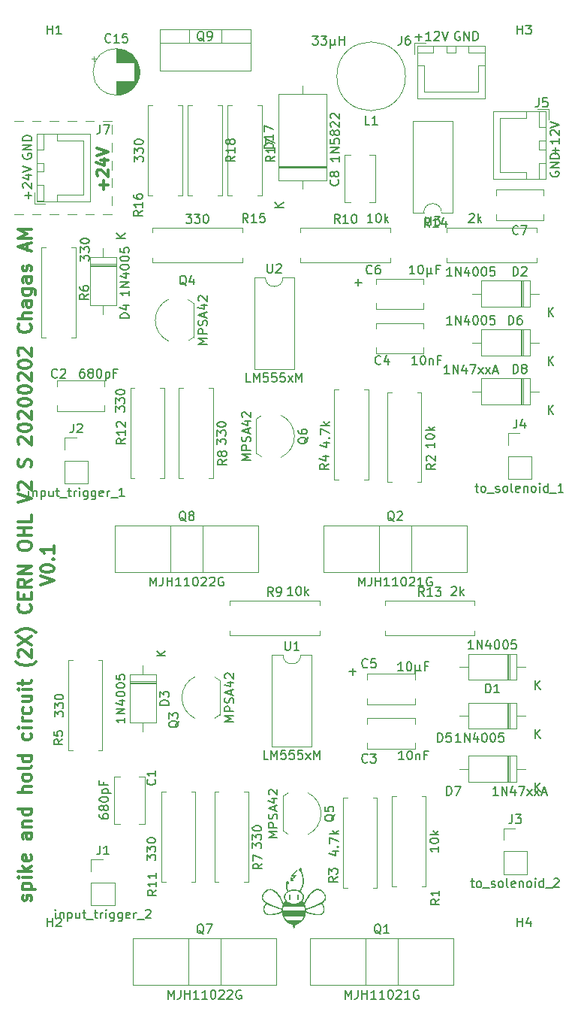
<source format=gbr>
%TF.GenerationSoftware,KiCad,Pcbnew,(5.1.7)-1*%
%TF.CreationDate,2021-05-24T15:34:05+01:00*%
%TF.ProjectId,spike_n_hold,7370696b-655f-46e5-9f68-6f6c642e6b69,rev?*%
%TF.SameCoordinates,Original*%
%TF.FileFunction,Legend,Top*%
%TF.FilePolarity,Positive*%
%FSLAX46Y46*%
G04 Gerber Fmt 4.6, Leading zero omitted, Abs format (unit mm)*
G04 Created by KiCad (PCBNEW (5.1.7)-1) date 2021-05-24 15:34:05*
%MOMM*%
%LPD*%
G01*
G04 APERTURE LIST*
%ADD10C,0.300000*%
%ADD11C,0.120000*%
%ADD12C,0.150000*%
%ADD13C,0.010000*%
G04 APERTURE END LIST*
D10*
X114589285Y-51202380D02*
X114589285Y-50250000D01*
X115065476Y-50726190D02*
X114113095Y-50726190D01*
X113934523Y-49714285D02*
X113875000Y-49654761D01*
X113815476Y-49535714D01*
X113815476Y-49238095D01*
X113875000Y-49119047D01*
X113934523Y-49059523D01*
X114053571Y-49000000D01*
X114172619Y-49000000D01*
X114351190Y-49059523D01*
X115065476Y-49773809D01*
X115065476Y-49000000D01*
X114232142Y-47928571D02*
X115065476Y-47928571D01*
X113755952Y-48226190D02*
X114648809Y-48523809D01*
X114648809Y-47750000D01*
X113815476Y-47452380D02*
X115065476Y-47035714D01*
X113815476Y-46619047D01*
D11*
X105500000Y-54000000D02*
X104500000Y-54000000D01*
X107500000Y-54000000D02*
X106500000Y-54000000D01*
X109500000Y-54000000D02*
X108500000Y-54000000D01*
X111500000Y-54000000D02*
X110500000Y-54000000D01*
X113500000Y-54000000D02*
X112500000Y-54000000D01*
X115500000Y-54000000D02*
X114500000Y-54000000D01*
X115500000Y-51000000D02*
X115500000Y-50000000D01*
X115500000Y-53000000D02*
X115500000Y-52000000D01*
X115500000Y-49000000D02*
X115500000Y-48000000D01*
X115500000Y-47000000D02*
X115500000Y-46000000D01*
X115500000Y-45000000D02*
X115500000Y-44000000D01*
X114500000Y-43500000D02*
X115500000Y-43500000D01*
X112500000Y-43500000D02*
X113500000Y-43500000D01*
X110500000Y-43500000D02*
X111500000Y-43500000D01*
X108500000Y-43500000D02*
X109500000Y-43500000D01*
X106500000Y-43500000D02*
X107500000Y-43500000D01*
X104500000Y-43500000D02*
X105500000Y-43500000D01*
D12*
X105500000Y-47261904D02*
X105452380Y-47357142D01*
X105452380Y-47500000D01*
X105500000Y-47642857D01*
X105595238Y-47738095D01*
X105690476Y-47785714D01*
X105880952Y-47833333D01*
X106023809Y-47833333D01*
X106214285Y-47785714D01*
X106309523Y-47738095D01*
X106404761Y-47642857D01*
X106452380Y-47500000D01*
X106452380Y-47404761D01*
X106404761Y-47261904D01*
X106357142Y-47214285D01*
X106023809Y-47214285D01*
X106023809Y-47404761D01*
X106452380Y-46785714D02*
X105452380Y-46785714D01*
X106452380Y-46214285D01*
X105452380Y-46214285D01*
X106452380Y-45738095D02*
X105452380Y-45738095D01*
X105452380Y-45500000D01*
X105500000Y-45357142D01*
X105595238Y-45261904D01*
X105690476Y-45214285D01*
X105880952Y-45166666D01*
X106023809Y-45166666D01*
X106214285Y-45214285D01*
X106309523Y-45261904D01*
X106404761Y-45357142D01*
X106452380Y-45500000D01*
X106452380Y-45738095D01*
X106071428Y-52261904D02*
X106071428Y-51500000D01*
X106452380Y-51880952D02*
X105690476Y-51880952D01*
X105547619Y-51071428D02*
X105500000Y-51023809D01*
X105452380Y-50928571D01*
X105452380Y-50690476D01*
X105500000Y-50595238D01*
X105547619Y-50547619D01*
X105642857Y-50500000D01*
X105738095Y-50500000D01*
X105880952Y-50547619D01*
X106452380Y-51119047D01*
X106452380Y-50500000D01*
X105785714Y-49642857D02*
X106452380Y-49642857D01*
X105404761Y-49880952D02*
X106119047Y-50119047D01*
X106119047Y-49500000D01*
X105452380Y-49261904D02*
X106452380Y-48928571D01*
X105452380Y-48595238D01*
X165000000Y-49261904D02*
X164952380Y-49357142D01*
X164952380Y-49500000D01*
X165000000Y-49642857D01*
X165095238Y-49738095D01*
X165190476Y-49785714D01*
X165380952Y-49833333D01*
X165523809Y-49833333D01*
X165714285Y-49785714D01*
X165809523Y-49738095D01*
X165904761Y-49642857D01*
X165952380Y-49500000D01*
X165952380Y-49404761D01*
X165904761Y-49261904D01*
X165857142Y-49214285D01*
X165523809Y-49214285D01*
X165523809Y-49404761D01*
X165952380Y-48785714D02*
X164952380Y-48785714D01*
X165952380Y-48214285D01*
X164952380Y-48214285D01*
X165952380Y-47738095D02*
X164952380Y-47738095D01*
X164952380Y-47500000D01*
X165000000Y-47357142D01*
X165095238Y-47261904D01*
X165190476Y-47214285D01*
X165380952Y-47166666D01*
X165523809Y-47166666D01*
X165714285Y-47214285D01*
X165809523Y-47261904D01*
X165904761Y-47357142D01*
X165952380Y-47500000D01*
X165952380Y-47738095D01*
X165571428Y-47261904D02*
X165571428Y-46500000D01*
X165952380Y-46880952D02*
X165190476Y-46880952D01*
X165952380Y-45500000D02*
X165952380Y-46071428D01*
X165952380Y-45785714D02*
X164952380Y-45785714D01*
X165095238Y-45880952D01*
X165190476Y-45976190D01*
X165238095Y-46071428D01*
X165047619Y-45119047D02*
X165000000Y-45071428D01*
X164952380Y-44976190D01*
X164952380Y-44738095D01*
X165000000Y-44642857D01*
X165047619Y-44595238D01*
X165142857Y-44547619D01*
X165238095Y-44547619D01*
X165380952Y-44595238D01*
X165952380Y-45166666D01*
X165952380Y-44547619D01*
X164952380Y-44261904D02*
X165952380Y-43928571D01*
X164952380Y-43595238D01*
X154738095Y-33500000D02*
X154642857Y-33452380D01*
X154500000Y-33452380D01*
X154357142Y-33500000D01*
X154261904Y-33595238D01*
X154214285Y-33690476D01*
X154166666Y-33880952D01*
X154166666Y-34023809D01*
X154214285Y-34214285D01*
X154261904Y-34309523D01*
X154357142Y-34404761D01*
X154500000Y-34452380D01*
X154595238Y-34452380D01*
X154738095Y-34404761D01*
X154785714Y-34357142D01*
X154785714Y-34023809D01*
X154595238Y-34023809D01*
X155214285Y-34452380D02*
X155214285Y-33452380D01*
X155785714Y-34452380D01*
X155785714Y-33452380D01*
X156261904Y-34452380D02*
X156261904Y-33452380D01*
X156500000Y-33452380D01*
X156642857Y-33500000D01*
X156738095Y-33595238D01*
X156785714Y-33690476D01*
X156833333Y-33880952D01*
X156833333Y-34023809D01*
X156785714Y-34214285D01*
X156738095Y-34309523D01*
X156642857Y-34404761D01*
X156500000Y-34452380D01*
X156261904Y-34452380D01*
X149738095Y-34071428D02*
X150500000Y-34071428D01*
X150119047Y-34452380D02*
X150119047Y-33690476D01*
X151500000Y-34452380D02*
X150928571Y-34452380D01*
X151214285Y-34452380D02*
X151214285Y-33452380D01*
X151119047Y-33595238D01*
X151023809Y-33690476D01*
X150928571Y-33738095D01*
X151880952Y-33547619D02*
X151928571Y-33500000D01*
X152023809Y-33452380D01*
X152261904Y-33452380D01*
X152357142Y-33500000D01*
X152404761Y-33547619D01*
X152452380Y-33642857D01*
X152452380Y-33738095D01*
X152404761Y-33880952D01*
X151833333Y-34452380D01*
X152452380Y-34452380D01*
X152738095Y-33452380D02*
X153071428Y-34452380D01*
X153404761Y-33452380D01*
X142274047Y-105516428D02*
X143035952Y-105516428D01*
X142655000Y-105897380D02*
X142655000Y-105135476D01*
X142909047Y-61701428D02*
X143670952Y-61701428D01*
X143290000Y-62082380D02*
X143290000Y-61320476D01*
D10*
X106332142Y-131357142D02*
X106403571Y-131214285D01*
X106403571Y-130928571D01*
X106332142Y-130785714D01*
X106189285Y-130714285D01*
X106117857Y-130714285D01*
X105975000Y-130785714D01*
X105903571Y-130928571D01*
X105903571Y-131142857D01*
X105832142Y-131285714D01*
X105689285Y-131357142D01*
X105617857Y-131357142D01*
X105475000Y-131285714D01*
X105403571Y-131142857D01*
X105403571Y-130928571D01*
X105475000Y-130785714D01*
X105403571Y-130071428D02*
X106903571Y-130071428D01*
X105475000Y-130071428D02*
X105403571Y-129928571D01*
X105403571Y-129642857D01*
X105475000Y-129499999D01*
X105546428Y-129428571D01*
X105689285Y-129357142D01*
X106117857Y-129357142D01*
X106260714Y-129428571D01*
X106332142Y-129499999D01*
X106403571Y-129642857D01*
X106403571Y-129928571D01*
X106332142Y-130071428D01*
X106403571Y-128714285D02*
X105403571Y-128714285D01*
X104903571Y-128714285D02*
X104975000Y-128785714D01*
X105046428Y-128714285D01*
X104975000Y-128642857D01*
X104903571Y-128714285D01*
X105046428Y-128714285D01*
X106403571Y-127999999D02*
X104903571Y-127999999D01*
X105832142Y-127857142D02*
X106403571Y-127428571D01*
X105403571Y-127428571D02*
X105975000Y-127999999D01*
X106332142Y-126214285D02*
X106403571Y-126357142D01*
X106403571Y-126642857D01*
X106332142Y-126785714D01*
X106189285Y-126857142D01*
X105617857Y-126857142D01*
X105475000Y-126785714D01*
X105403571Y-126642857D01*
X105403571Y-126357142D01*
X105475000Y-126214285D01*
X105617857Y-126142857D01*
X105760714Y-126142857D01*
X105903571Y-126857142D01*
X106403571Y-123714285D02*
X105617857Y-123714285D01*
X105475000Y-123785714D01*
X105403571Y-123928571D01*
X105403571Y-124214285D01*
X105475000Y-124357142D01*
X106332142Y-123714285D02*
X106403571Y-123857142D01*
X106403571Y-124214285D01*
X106332142Y-124357142D01*
X106189285Y-124428571D01*
X106046428Y-124428571D01*
X105903571Y-124357142D01*
X105832142Y-124214285D01*
X105832142Y-123857142D01*
X105760714Y-123714285D01*
X105403571Y-122999999D02*
X106403571Y-122999999D01*
X105546428Y-122999999D02*
X105475000Y-122928571D01*
X105403571Y-122785714D01*
X105403571Y-122571428D01*
X105475000Y-122428571D01*
X105617857Y-122357142D01*
X106403571Y-122357142D01*
X106403571Y-120999999D02*
X104903571Y-120999999D01*
X106332142Y-120999999D02*
X106403571Y-121142857D01*
X106403571Y-121428571D01*
X106332142Y-121571428D01*
X106260714Y-121642857D01*
X106117857Y-121714285D01*
X105689285Y-121714285D01*
X105546428Y-121642857D01*
X105475000Y-121571428D01*
X105403571Y-121428571D01*
X105403571Y-121142857D01*
X105475000Y-120999999D01*
X106403571Y-119142857D02*
X104903571Y-119142857D01*
X106403571Y-118499999D02*
X105617857Y-118499999D01*
X105475000Y-118571428D01*
X105403571Y-118714285D01*
X105403571Y-118928571D01*
X105475000Y-119071428D01*
X105546428Y-119142857D01*
X106403571Y-117571428D02*
X106332142Y-117714285D01*
X106260714Y-117785714D01*
X106117857Y-117857142D01*
X105689285Y-117857142D01*
X105546428Y-117785714D01*
X105475000Y-117714285D01*
X105403571Y-117571428D01*
X105403571Y-117357142D01*
X105475000Y-117214285D01*
X105546428Y-117142857D01*
X105689285Y-117071428D01*
X106117857Y-117071428D01*
X106260714Y-117142857D01*
X106332142Y-117214285D01*
X106403571Y-117357142D01*
X106403571Y-117571428D01*
X106403571Y-116214285D02*
X106332142Y-116357142D01*
X106189285Y-116428571D01*
X104903571Y-116428571D01*
X106403571Y-114999999D02*
X104903571Y-114999999D01*
X106332142Y-114999999D02*
X106403571Y-115142857D01*
X106403571Y-115428571D01*
X106332142Y-115571428D01*
X106260714Y-115642857D01*
X106117857Y-115714285D01*
X105689285Y-115714285D01*
X105546428Y-115642857D01*
X105475000Y-115571428D01*
X105403571Y-115428571D01*
X105403571Y-115142857D01*
X105475000Y-114999999D01*
X106332142Y-112499999D02*
X106403571Y-112642857D01*
X106403571Y-112928571D01*
X106332142Y-113071428D01*
X106260714Y-113142857D01*
X106117857Y-113214285D01*
X105689285Y-113214285D01*
X105546428Y-113142857D01*
X105475000Y-113071428D01*
X105403571Y-112928571D01*
X105403571Y-112642857D01*
X105475000Y-112499999D01*
X106403571Y-111857142D02*
X105403571Y-111857142D01*
X104903571Y-111857142D02*
X104975000Y-111928571D01*
X105046428Y-111857142D01*
X104975000Y-111785714D01*
X104903571Y-111857142D01*
X105046428Y-111857142D01*
X106403571Y-111142857D02*
X105403571Y-111142857D01*
X105689285Y-111142857D02*
X105546428Y-111071428D01*
X105475000Y-110999999D01*
X105403571Y-110857142D01*
X105403571Y-110714285D01*
X106332142Y-109571428D02*
X106403571Y-109714285D01*
X106403571Y-109999999D01*
X106332142Y-110142857D01*
X106260714Y-110214285D01*
X106117857Y-110285714D01*
X105689285Y-110285714D01*
X105546428Y-110214285D01*
X105475000Y-110142857D01*
X105403571Y-109999999D01*
X105403571Y-109714285D01*
X105475000Y-109571428D01*
X105403571Y-108285714D02*
X106403571Y-108285714D01*
X105403571Y-108928571D02*
X106189285Y-108928571D01*
X106332142Y-108857142D01*
X106403571Y-108714285D01*
X106403571Y-108499999D01*
X106332142Y-108357142D01*
X106260714Y-108285714D01*
X106403571Y-107571428D02*
X105403571Y-107571428D01*
X104903571Y-107571428D02*
X104975000Y-107642857D01*
X105046428Y-107571428D01*
X104975000Y-107499999D01*
X104903571Y-107571428D01*
X105046428Y-107571428D01*
X105403571Y-107071428D02*
X105403571Y-106499999D01*
X104903571Y-106857142D02*
X106189285Y-106857142D01*
X106332142Y-106785714D01*
X106403571Y-106642857D01*
X106403571Y-106499999D01*
X106975000Y-104428571D02*
X106903571Y-104499999D01*
X106689285Y-104642857D01*
X106546428Y-104714285D01*
X106332142Y-104785714D01*
X105975000Y-104857142D01*
X105689285Y-104857142D01*
X105332142Y-104785714D01*
X105117857Y-104714285D01*
X104975000Y-104642857D01*
X104760714Y-104499999D01*
X104689285Y-104428571D01*
X105046428Y-103928571D02*
X104975000Y-103857142D01*
X104903571Y-103714285D01*
X104903571Y-103357142D01*
X104975000Y-103214285D01*
X105046428Y-103142857D01*
X105189285Y-103071428D01*
X105332142Y-103071428D01*
X105546428Y-103142857D01*
X106403571Y-103999999D01*
X106403571Y-103071428D01*
X104903571Y-102571428D02*
X106403571Y-101571428D01*
X104903571Y-101571428D02*
X106403571Y-102571428D01*
X106975000Y-101142857D02*
X106903571Y-101071428D01*
X106689285Y-100928571D01*
X106546428Y-100857142D01*
X106332142Y-100785714D01*
X105975000Y-100714285D01*
X105689285Y-100714285D01*
X105332142Y-100785714D01*
X105117857Y-100857142D01*
X104975000Y-100928571D01*
X104760714Y-101071428D01*
X104689285Y-101142857D01*
X106260714Y-97999999D02*
X106332142Y-98071428D01*
X106403571Y-98285714D01*
X106403571Y-98428571D01*
X106332142Y-98642857D01*
X106189285Y-98785714D01*
X106046428Y-98857142D01*
X105760714Y-98928571D01*
X105546428Y-98928571D01*
X105260714Y-98857142D01*
X105117857Y-98785714D01*
X104975000Y-98642857D01*
X104903571Y-98428571D01*
X104903571Y-98285714D01*
X104975000Y-98071428D01*
X105046428Y-97999999D01*
X105617857Y-97357142D02*
X105617857Y-96857142D01*
X106403571Y-96642857D02*
X106403571Y-97357142D01*
X104903571Y-97357142D01*
X104903571Y-96642857D01*
X106403571Y-95142857D02*
X105689285Y-95642857D01*
X106403571Y-95999999D02*
X104903571Y-95999999D01*
X104903571Y-95428571D01*
X104975000Y-95285714D01*
X105046428Y-95214285D01*
X105189285Y-95142857D01*
X105403571Y-95142857D01*
X105546428Y-95214285D01*
X105617857Y-95285714D01*
X105689285Y-95428571D01*
X105689285Y-95999999D01*
X106403571Y-94499999D02*
X104903571Y-94499999D01*
X106403571Y-93642857D01*
X104903571Y-93642857D01*
X104903571Y-91499999D02*
X104903571Y-91214285D01*
X104975000Y-91071428D01*
X105117857Y-90928571D01*
X105403571Y-90857142D01*
X105903571Y-90857142D01*
X106189285Y-90928571D01*
X106332142Y-91071428D01*
X106403571Y-91214285D01*
X106403571Y-91499999D01*
X106332142Y-91642857D01*
X106189285Y-91785714D01*
X105903571Y-91857142D01*
X105403571Y-91857142D01*
X105117857Y-91785714D01*
X104975000Y-91642857D01*
X104903571Y-91499999D01*
X106403571Y-90214285D02*
X104903571Y-90214285D01*
X105617857Y-90214285D02*
X105617857Y-89357142D01*
X106403571Y-89357142D02*
X104903571Y-89357142D01*
X106403571Y-87928571D02*
X106403571Y-88642857D01*
X104903571Y-88642857D01*
X104903571Y-86499999D02*
X106403571Y-85999999D01*
X104903571Y-85499999D01*
X105046428Y-85071428D02*
X104975000Y-84999999D01*
X104903571Y-84857142D01*
X104903571Y-84499999D01*
X104975000Y-84357142D01*
X105046428Y-84285714D01*
X105189285Y-84214285D01*
X105332142Y-84214285D01*
X105546428Y-84285714D01*
X106403571Y-85142857D01*
X106403571Y-84214285D01*
X106332142Y-82499999D02*
X106403571Y-82285714D01*
X106403571Y-81928571D01*
X106332142Y-81785714D01*
X106260714Y-81714285D01*
X106117857Y-81642857D01*
X105975000Y-81642857D01*
X105832142Y-81714285D01*
X105760714Y-81785714D01*
X105689285Y-81928571D01*
X105617857Y-82214285D01*
X105546428Y-82357142D01*
X105475000Y-82428571D01*
X105332142Y-82499999D01*
X105189285Y-82499999D01*
X105046428Y-82428571D01*
X104975000Y-82357142D01*
X104903571Y-82214285D01*
X104903571Y-81857142D01*
X104975000Y-81642857D01*
X105046428Y-79928571D02*
X104975000Y-79857142D01*
X104903571Y-79714285D01*
X104903571Y-79357142D01*
X104975000Y-79214285D01*
X105046428Y-79142857D01*
X105189285Y-79071428D01*
X105332142Y-79071428D01*
X105546428Y-79142857D01*
X106403571Y-79999999D01*
X106403571Y-79071428D01*
X104903571Y-78142857D02*
X104903571Y-77999999D01*
X104975000Y-77857142D01*
X105046428Y-77785714D01*
X105189285Y-77714285D01*
X105475000Y-77642857D01*
X105832142Y-77642857D01*
X106117857Y-77714285D01*
X106260714Y-77785714D01*
X106332142Y-77857142D01*
X106403571Y-77999999D01*
X106403571Y-78142857D01*
X106332142Y-78285714D01*
X106260714Y-78357142D01*
X106117857Y-78428571D01*
X105832142Y-78499999D01*
X105475000Y-78499999D01*
X105189285Y-78428571D01*
X105046428Y-78357142D01*
X104975000Y-78285714D01*
X104903571Y-78142857D01*
X105046428Y-77071428D02*
X104975000Y-76999999D01*
X104903571Y-76857142D01*
X104903571Y-76499999D01*
X104975000Y-76357142D01*
X105046428Y-76285714D01*
X105189285Y-76214285D01*
X105332142Y-76214285D01*
X105546428Y-76285714D01*
X106403571Y-77142857D01*
X106403571Y-76214285D01*
X104903571Y-75285714D02*
X104903571Y-75142857D01*
X104975000Y-75000000D01*
X105046428Y-74928571D01*
X105189285Y-74857142D01*
X105475000Y-74785714D01*
X105832142Y-74785714D01*
X106117857Y-74857142D01*
X106260714Y-74928571D01*
X106332142Y-75000000D01*
X106403571Y-75142857D01*
X106403571Y-75285714D01*
X106332142Y-75428571D01*
X106260714Y-75500000D01*
X106117857Y-75571428D01*
X105832142Y-75642857D01*
X105475000Y-75642857D01*
X105189285Y-75571428D01*
X105046428Y-75500000D01*
X104975000Y-75428571D01*
X104903571Y-75285714D01*
X104903571Y-73857142D02*
X104903571Y-73714285D01*
X104975000Y-73571428D01*
X105046428Y-73500000D01*
X105189285Y-73428571D01*
X105475000Y-73357142D01*
X105832142Y-73357142D01*
X106117857Y-73428571D01*
X106260714Y-73500000D01*
X106332142Y-73571428D01*
X106403571Y-73714285D01*
X106403571Y-73857142D01*
X106332142Y-74000000D01*
X106260714Y-74071428D01*
X106117857Y-74142857D01*
X105832142Y-74214285D01*
X105475000Y-74214285D01*
X105189285Y-74142857D01*
X105046428Y-74071428D01*
X104975000Y-74000000D01*
X104903571Y-73857142D01*
X105046428Y-72785714D02*
X104975000Y-72714285D01*
X104903571Y-72571428D01*
X104903571Y-72214285D01*
X104975000Y-72071428D01*
X105046428Y-72000000D01*
X105189285Y-71928571D01*
X105332142Y-71928571D01*
X105546428Y-72000000D01*
X106403571Y-72857142D01*
X106403571Y-71928571D01*
X104903571Y-71000000D02*
X104903571Y-70857142D01*
X104975000Y-70714285D01*
X105046428Y-70642857D01*
X105189285Y-70571428D01*
X105475000Y-70500000D01*
X105832142Y-70500000D01*
X106117857Y-70571428D01*
X106260714Y-70642857D01*
X106332142Y-70714285D01*
X106403571Y-70857142D01*
X106403571Y-71000000D01*
X106332142Y-71142857D01*
X106260714Y-71214285D01*
X106117857Y-71285714D01*
X105832142Y-71357142D01*
X105475000Y-71357142D01*
X105189285Y-71285714D01*
X105046428Y-71214285D01*
X104975000Y-71142857D01*
X104903571Y-71000000D01*
X105046428Y-69928571D02*
X104975000Y-69857142D01*
X104903571Y-69714285D01*
X104903571Y-69357142D01*
X104975000Y-69214285D01*
X105046428Y-69142857D01*
X105189285Y-69071428D01*
X105332142Y-69071428D01*
X105546428Y-69142857D01*
X106403571Y-70000000D01*
X106403571Y-69071428D01*
X106260714Y-66428571D02*
X106332142Y-66500000D01*
X106403571Y-66714285D01*
X106403571Y-66857142D01*
X106332142Y-67071428D01*
X106189285Y-67214285D01*
X106046428Y-67285714D01*
X105760714Y-67357142D01*
X105546428Y-67357142D01*
X105260714Y-67285714D01*
X105117857Y-67214285D01*
X104975000Y-67071428D01*
X104903571Y-66857142D01*
X104903571Y-66714285D01*
X104975000Y-66500000D01*
X105046428Y-66428571D01*
X106403571Y-65785714D02*
X104903571Y-65785714D01*
X106403571Y-65142857D02*
X105617857Y-65142857D01*
X105475000Y-65214285D01*
X105403571Y-65357142D01*
X105403571Y-65571428D01*
X105475000Y-65714285D01*
X105546428Y-65785714D01*
X106403571Y-63785714D02*
X105617857Y-63785714D01*
X105475000Y-63857142D01*
X105403571Y-64000000D01*
X105403571Y-64285714D01*
X105475000Y-64428571D01*
X106332142Y-63785714D02*
X106403571Y-63928571D01*
X106403571Y-64285714D01*
X106332142Y-64428571D01*
X106189285Y-64500000D01*
X106046428Y-64500000D01*
X105903571Y-64428571D01*
X105832142Y-64285714D01*
X105832142Y-63928571D01*
X105760714Y-63785714D01*
X105403571Y-62428571D02*
X106617857Y-62428571D01*
X106760714Y-62500000D01*
X106832142Y-62571428D01*
X106903571Y-62714285D01*
X106903571Y-62928571D01*
X106832142Y-63071428D01*
X106332142Y-62428571D02*
X106403571Y-62571428D01*
X106403571Y-62857142D01*
X106332142Y-63000000D01*
X106260714Y-63071428D01*
X106117857Y-63142857D01*
X105689285Y-63142857D01*
X105546428Y-63071428D01*
X105475000Y-63000000D01*
X105403571Y-62857142D01*
X105403571Y-62571428D01*
X105475000Y-62428571D01*
X106403571Y-61071428D02*
X105617857Y-61071428D01*
X105475000Y-61142857D01*
X105403571Y-61285714D01*
X105403571Y-61571428D01*
X105475000Y-61714285D01*
X106332142Y-61071428D02*
X106403571Y-61214285D01*
X106403571Y-61571428D01*
X106332142Y-61714285D01*
X106189285Y-61785714D01*
X106046428Y-61785714D01*
X105903571Y-61714285D01*
X105832142Y-61571428D01*
X105832142Y-61214285D01*
X105760714Y-61071428D01*
X106332142Y-60428571D02*
X106403571Y-60285714D01*
X106403571Y-60000000D01*
X106332142Y-59857142D01*
X106189285Y-59785714D01*
X106117857Y-59785714D01*
X105975000Y-59857142D01*
X105903571Y-60000000D01*
X105903571Y-60214285D01*
X105832142Y-60357142D01*
X105689285Y-60428571D01*
X105617857Y-60428571D01*
X105475000Y-60357142D01*
X105403571Y-60214285D01*
X105403571Y-60000000D01*
X105475000Y-59857142D01*
X105975000Y-58071428D02*
X105975000Y-57357142D01*
X106403571Y-58214285D02*
X104903571Y-57714285D01*
X106403571Y-57214285D01*
X106403571Y-56714285D02*
X104903571Y-56714285D01*
X105975000Y-56214285D01*
X104903571Y-55714285D01*
X106403571Y-55714285D01*
X107453571Y-95785714D02*
X108953571Y-95285714D01*
X107453571Y-94785714D01*
X107453571Y-94000000D02*
X107453571Y-93857142D01*
X107525000Y-93714285D01*
X107596428Y-93642857D01*
X107739285Y-93571428D01*
X108025000Y-93500000D01*
X108382142Y-93500000D01*
X108667857Y-93571428D01*
X108810714Y-93642857D01*
X108882142Y-93714285D01*
X108953571Y-93857142D01*
X108953571Y-94000000D01*
X108882142Y-94142857D01*
X108810714Y-94214285D01*
X108667857Y-94285714D01*
X108382142Y-94357142D01*
X108025000Y-94357142D01*
X107739285Y-94285714D01*
X107596428Y-94214285D01*
X107525000Y-94142857D01*
X107453571Y-94000000D01*
X108810714Y-92857142D02*
X108882142Y-92785714D01*
X108953571Y-92857142D01*
X108882142Y-92928571D01*
X108810714Y-92857142D01*
X108953571Y-92857142D01*
X108953571Y-91357142D02*
X108953571Y-92214285D01*
X108953571Y-91785714D02*
X107453571Y-91785714D01*
X107667857Y-91928571D01*
X107810714Y-92071428D01*
X107882142Y-92214285D01*
D13*
%TO.C,G\u002A\u002A\u002A*%
G36*
X136508000Y-131173182D02*
G01*
X136404091Y-131173182D01*
X136404091Y-130630546D01*
X136508000Y-130630546D01*
X136508000Y-131173182D01*
G37*
X136508000Y-131173182D02*
X136404091Y-131173182D01*
X136404091Y-130630546D01*
X136508000Y-130630546D01*
X136508000Y-131173182D01*
G36*
X135584364Y-131173182D02*
G01*
X135480454Y-131173182D01*
X135480454Y-130630546D01*
X135584364Y-130630546D01*
X135584364Y-131173182D01*
G37*
X135584364Y-131173182D02*
X135480454Y-131173182D01*
X135480454Y-130630546D01*
X135584364Y-130630546D01*
X135584364Y-131173182D01*
G36*
X136373099Y-127877467D02*
G01*
X136369224Y-127890801D01*
X136354184Y-127913243D01*
X136327016Y-127945969D01*
X136286760Y-127990152D01*
X136232455Y-128046967D01*
X136163140Y-128117587D01*
X136096827Y-128184219D01*
X135809673Y-128471546D01*
X136008746Y-128471546D01*
X136081153Y-128471724D01*
X136133629Y-128472470D01*
X136169333Y-128474105D01*
X136191424Y-128476946D01*
X136203059Y-128481312D01*
X136207397Y-128487523D01*
X136207818Y-128491650D01*
X136199922Y-128504665D01*
X136177598Y-128531642D01*
X136142890Y-128570362D01*
X136097844Y-128618607D01*
X136044505Y-128674157D01*
X135984919Y-128734794D01*
X135968353Y-128751422D01*
X135892325Y-128828149D01*
X135832869Y-128889584D01*
X135789620Y-128936131D01*
X135762213Y-128968191D01*
X135750284Y-128986170D01*
X135751876Y-128990686D01*
X135775058Y-128988110D01*
X135811968Y-128981832D01*
X135846830Y-128974839D01*
X135887484Y-128966987D01*
X135911876Y-128965268D01*
X135926026Y-128969746D01*
X135932354Y-128975734D01*
X135939429Y-128988130D01*
X135936195Y-128998687D01*
X135920071Y-129008553D01*
X135888477Y-129018878D01*
X135838834Y-129030808D01*
X135781542Y-129042861D01*
X135718772Y-129055603D01*
X135674977Y-129064184D01*
X135646501Y-129069030D01*
X135629687Y-129070567D01*
X135620881Y-129069221D01*
X135616426Y-129065417D01*
X135614442Y-129062329D01*
X135613505Y-129046061D01*
X135617598Y-129013162D01*
X135625537Y-128968818D01*
X135636134Y-128918211D01*
X135648206Y-128866526D01*
X135660564Y-128818946D01*
X135672025Y-128780655D01*
X135681401Y-128756836D01*
X135685510Y-128751657D01*
X135704899Y-128750054D01*
X135714545Y-128765014D01*
X135714774Y-128798134D01*
X135705913Y-128851014D01*
X135705861Y-128851262D01*
X135697327Y-128892815D01*
X135691076Y-128925129D01*
X135688313Y-128941940D01*
X135688273Y-128942658D01*
X135696049Y-128936997D01*
X135717942Y-128917022D01*
X135751798Y-128884804D01*
X135795461Y-128842414D01*
X135846779Y-128791923D01*
X135896249Y-128742744D01*
X136104224Y-128535046D01*
X135916592Y-128529273D01*
X135845020Y-128526743D01*
X135793450Y-128523983D01*
X135758794Y-128520617D01*
X135737962Y-128516270D01*
X135727866Y-128510564D01*
X135725608Y-128506000D01*
X135732793Y-128494540D01*
X135754341Y-128469165D01*
X135788077Y-128432073D01*
X135831826Y-128385462D01*
X135883415Y-128331533D01*
X135940667Y-128272484D01*
X136001408Y-128210514D01*
X136063464Y-128147823D01*
X136124660Y-128086608D01*
X136182820Y-128029070D01*
X136235771Y-127977407D01*
X136281337Y-127933819D01*
X136317345Y-127900504D01*
X136341618Y-127879661D01*
X136351193Y-127873429D01*
X136366768Y-127872068D01*
X136373099Y-127877467D01*
G37*
X136373099Y-127877467D02*
X136369224Y-127890801D01*
X136354184Y-127913243D01*
X136327016Y-127945969D01*
X136286760Y-127990152D01*
X136232455Y-128046967D01*
X136163140Y-128117587D01*
X136096827Y-128184219D01*
X135809673Y-128471546D01*
X136008746Y-128471546D01*
X136081153Y-128471724D01*
X136133629Y-128472470D01*
X136169333Y-128474105D01*
X136191424Y-128476946D01*
X136203059Y-128481312D01*
X136207397Y-128487523D01*
X136207818Y-128491650D01*
X136199922Y-128504665D01*
X136177598Y-128531642D01*
X136142890Y-128570362D01*
X136097844Y-128618607D01*
X136044505Y-128674157D01*
X135984919Y-128734794D01*
X135968353Y-128751422D01*
X135892325Y-128828149D01*
X135832869Y-128889584D01*
X135789620Y-128936131D01*
X135762213Y-128968191D01*
X135750284Y-128986170D01*
X135751876Y-128990686D01*
X135775058Y-128988110D01*
X135811968Y-128981832D01*
X135846830Y-128974839D01*
X135887484Y-128966987D01*
X135911876Y-128965268D01*
X135926026Y-128969746D01*
X135932354Y-128975734D01*
X135939429Y-128988130D01*
X135936195Y-128998687D01*
X135920071Y-129008553D01*
X135888477Y-129018878D01*
X135838834Y-129030808D01*
X135781542Y-129042861D01*
X135718772Y-129055603D01*
X135674977Y-129064184D01*
X135646501Y-129069030D01*
X135629687Y-129070567D01*
X135620881Y-129069221D01*
X135616426Y-129065417D01*
X135614442Y-129062329D01*
X135613505Y-129046061D01*
X135617598Y-129013162D01*
X135625537Y-128968818D01*
X135636134Y-128918211D01*
X135648206Y-128866526D01*
X135660564Y-128818946D01*
X135672025Y-128780655D01*
X135681401Y-128756836D01*
X135685510Y-128751657D01*
X135704899Y-128750054D01*
X135714545Y-128765014D01*
X135714774Y-128798134D01*
X135705913Y-128851014D01*
X135705861Y-128851262D01*
X135697327Y-128892815D01*
X135691076Y-128925129D01*
X135688313Y-128941940D01*
X135688273Y-128942658D01*
X135696049Y-128936997D01*
X135717942Y-128917022D01*
X135751798Y-128884804D01*
X135795461Y-128842414D01*
X135846779Y-128791923D01*
X135896249Y-128742744D01*
X136104224Y-128535046D01*
X135916592Y-128529273D01*
X135845020Y-128526743D01*
X135793450Y-128523983D01*
X135758794Y-128520617D01*
X135737962Y-128516270D01*
X135727866Y-128510564D01*
X135725608Y-128506000D01*
X135732793Y-128494540D01*
X135754341Y-128469165D01*
X135788077Y-128432073D01*
X135831826Y-128385462D01*
X135883415Y-128331533D01*
X135940667Y-128272484D01*
X136001408Y-128210514D01*
X136063464Y-128147823D01*
X136124660Y-128086608D01*
X136182820Y-128029070D01*
X136235771Y-127977407D01*
X136281337Y-127933819D01*
X136317345Y-127900504D01*
X136341618Y-127879661D01*
X136351193Y-127873429D01*
X136366768Y-127872068D01*
X136373099Y-127877467D01*
G36*
X136781124Y-127661728D02*
G01*
X136820066Y-127687377D01*
X136850866Y-127722650D01*
X136862381Y-127746443D01*
X136869381Y-127796169D01*
X136860040Y-127844164D01*
X136836291Y-127882547D01*
X136826963Y-127890772D01*
X136800557Y-127910690D01*
X136860848Y-128038141D01*
X136942059Y-128234093D01*
X137003933Y-128438313D01*
X137046800Y-128652394D01*
X137070993Y-128877926D01*
X137077124Y-129077682D01*
X137073712Y-129224672D01*
X137063437Y-129354827D01*
X137045563Y-129473574D01*
X137019354Y-129586342D01*
X136998815Y-129654955D01*
X136968368Y-129736987D01*
X136926952Y-129830997D01*
X136877686Y-129930665D01*
X136823684Y-130029672D01*
X136770857Y-130117323D01*
X136741321Y-130163729D01*
X136716056Y-130203479D01*
X136697810Y-130232246D01*
X136689434Y-130245534D01*
X136694321Y-130257729D01*
X136714538Y-130277895D01*
X136745386Y-130301472D01*
X136810309Y-130352845D01*
X136876016Y-130416479D01*
X136937047Y-130486221D01*
X136987937Y-130555915D01*
X137018545Y-130609279D01*
X137053095Y-130689128D01*
X137074433Y-130761905D01*
X137084874Y-130837629D01*
X137086945Y-130905066D01*
X137076086Y-131020467D01*
X137045188Y-131132328D01*
X136995987Y-131235343D01*
X136962750Y-131284984D01*
X136935175Y-131321741D01*
X136996225Y-131402894D01*
X137032255Y-131454242D01*
X137070613Y-131514339D01*
X137103634Y-131571117D01*
X137106810Y-131577014D01*
X137156345Y-131669982D01*
X137269255Y-131441786D01*
X137379742Y-131226784D01*
X137488243Y-131032834D01*
X137595982Y-130858121D01*
X137704185Y-130700830D01*
X137814075Y-130559147D01*
X137926878Y-130431257D01*
X138004467Y-130352605D01*
X138128950Y-130241502D01*
X138250200Y-130152962D01*
X138369160Y-130086836D01*
X138486770Y-130042977D01*
X138603972Y-130021236D01*
X138721707Y-130021466D01*
X138840917Y-130043519D01*
X138962542Y-130087246D01*
X139087524Y-130152499D01*
X139125835Y-130176265D01*
X139238046Y-130258565D01*
X139336093Y-130351205D01*
X139419199Y-130452068D01*
X139486591Y-130559035D01*
X139537492Y-130669990D01*
X139571127Y-130782815D01*
X139586721Y-130895393D01*
X139583499Y-131005605D01*
X139560685Y-131111335D01*
X139517504Y-131210464D01*
X139509522Y-131224138D01*
X139467783Y-131282863D01*
X139410567Y-131348425D01*
X139342435Y-131416194D01*
X139267951Y-131481537D01*
X139215409Y-131522663D01*
X139176019Y-131551978D01*
X139144162Y-131575822D01*
X139123999Y-131591072D01*
X139119139Y-131594895D01*
X139125036Y-131603996D01*
X139144107Y-131625315D01*
X139172877Y-131655066D01*
X139189509Y-131671619D01*
X139257910Y-131753170D01*
X139316458Y-131851565D01*
X139363304Y-131961991D01*
X139396598Y-132079634D01*
X139414493Y-132199678D01*
X139417102Y-132264228D01*
X139408130Y-132381577D01*
X139382350Y-132492330D01*
X139341250Y-132593721D01*
X139286317Y-132682986D01*
X139219038Y-132757360D01*
X139140903Y-132814077D01*
X139113719Y-132828107D01*
X139009087Y-132865839D01*
X138886866Y-132889603D01*
X138747784Y-132899491D01*
X138592566Y-132895596D01*
X138421940Y-132878011D01*
X138236633Y-132846829D01*
X138037372Y-132802142D01*
X137824883Y-132744044D01*
X137599893Y-132672626D01*
X137430663Y-132613046D01*
X137320008Y-132572564D01*
X137295866Y-132718578D01*
X137253030Y-132913354D01*
X137190764Y-133095947D01*
X137108640Y-133267293D01*
X137006231Y-133428329D01*
X136923258Y-133534228D01*
X136814822Y-133647279D01*
X136693857Y-133746765D01*
X136563822Y-133830581D01*
X136428175Y-133896622D01*
X136290374Y-133942784D01*
X136229531Y-133956334D01*
X136189546Y-133963931D01*
X136158226Y-133970106D01*
X136143514Y-133973255D01*
X136135688Y-133984969D01*
X136123584Y-134014497D01*
X136108873Y-134057339D01*
X136093667Y-134107452D01*
X136076809Y-134166365D01*
X136060376Y-134223781D01*
X136046500Y-134272257D01*
X136038811Y-134299114D01*
X136025628Y-134336932D01*
X136012258Y-134355729D01*
X136000000Y-134359728D01*
X135984712Y-134353083D01*
X135971596Y-134330514D01*
X135961189Y-134299114D01*
X135950794Y-134262807D01*
X135936178Y-134211743D01*
X135919471Y-134153364D01*
X135906333Y-134107452D01*
X135890689Y-134055982D01*
X135876029Y-134013455D01*
X135864023Y-133984371D01*
X135856485Y-133973255D01*
X135839344Y-133969615D01*
X135806870Y-133963240D01*
X135770469Y-133956334D01*
X135632814Y-133919651D01*
X135495781Y-133862154D01*
X135362825Y-133785947D01*
X135237404Y-133693133D01*
X135122974Y-133585815D01*
X135076731Y-133534228D01*
X134960970Y-133380330D01*
X134864743Y-133214564D01*
X134787917Y-133036622D01*
X134780414Y-133011796D01*
X134834015Y-133011796D01*
X134839372Y-133030696D01*
X134853819Y-133065300D01*
X134875126Y-133111187D01*
X134901067Y-133163934D01*
X134929412Y-133219118D01*
X134957934Y-133272316D01*
X134984405Y-133319106D01*
X135006597Y-133355066D01*
X135008015Y-133357185D01*
X135041421Y-133404438D01*
X135079128Y-133454363D01*
X135108646Y-133490932D01*
X135159987Y-133551546D01*
X136841033Y-133551546D01*
X136892441Y-133490932D01*
X136938430Y-133432196D01*
X136986502Y-133362985D01*
X137033888Y-133288071D01*
X137077819Y-133212231D01*
X137115523Y-133140238D01*
X137144233Y-133076867D01*
X137160841Y-133028255D01*
X137168594Y-132997364D01*
X136001251Y-132997364D01*
X135804356Y-132997416D01*
X135629430Y-132997583D01*
X135475352Y-132997878D01*
X135341000Y-132998316D01*
X135225254Y-132998909D01*
X135126991Y-132999671D01*
X135045090Y-133000618D01*
X134978430Y-133001762D01*
X134925889Y-133003117D01*
X134886347Y-133004698D01*
X134858681Y-133006517D01*
X134841771Y-133008590D01*
X134834494Y-133010930D01*
X134834015Y-133011796D01*
X134780414Y-133011796D01*
X134730360Y-132846195D01*
X134691941Y-132642973D01*
X134689637Y-132625739D01*
X134682618Y-132571614D01*
X134570650Y-132612882D01*
X134370135Y-132683029D01*
X134174241Y-132744185D01*
X133985000Y-132795944D01*
X133804445Y-132837898D01*
X133634607Y-132869639D01*
X133477521Y-132890760D01*
X133335217Y-132900853D01*
X133209729Y-132899511D01*
X133161686Y-132895344D01*
X133037910Y-132875638D01*
X132933391Y-132846125D01*
X132845897Y-132805450D01*
X132773197Y-132752259D01*
X132713059Y-132685198D01*
X132663253Y-132602914D01*
X132656254Y-132588582D01*
X132614305Y-132481123D01*
X132591058Y-132372110D01*
X132588525Y-132320836D01*
X132642626Y-132320836D01*
X132650949Y-132403928D01*
X132669686Y-132480954D01*
X132700217Y-132559775D01*
X132703636Y-132567326D01*
X132743730Y-132634464D01*
X132798466Y-132697768D01*
X132861279Y-132750591D01*
X132915738Y-132782114D01*
X133006610Y-132813382D01*
X133115022Y-132834294D01*
X133237756Y-132844603D01*
X133371592Y-132844064D01*
X133513309Y-132832430D01*
X133536022Y-132829585D01*
X133747840Y-132794568D01*
X133973675Y-132743379D01*
X134211572Y-132676523D01*
X134459575Y-132594501D01*
X134489038Y-132583982D01*
X134674809Y-132517150D01*
X134679079Y-132390773D01*
X134730000Y-132390773D01*
X134730000Y-132454728D01*
X137273528Y-132454728D01*
X137266408Y-132330287D01*
X137260547Y-132263060D01*
X137316252Y-132263060D01*
X137321954Y-132512174D01*
X137368136Y-132530811D01*
X137439484Y-132558222D01*
X137526724Y-132589564D01*
X137623473Y-132622685D01*
X137723350Y-132655429D01*
X137819972Y-132685644D01*
X137878735Y-132703118D01*
X138093291Y-132760255D01*
X138292609Y-132802908D01*
X138476182Y-132831017D01*
X138643500Y-132844517D01*
X138794056Y-132843349D01*
X138916290Y-132829447D01*
X139012927Y-132807479D01*
X139091872Y-132777436D01*
X139157765Y-132737114D01*
X139209942Y-132690006D01*
X139274118Y-132607281D01*
X139319819Y-132513726D01*
X139347495Y-132407928D01*
X139357597Y-132288470D01*
X139356526Y-132229811D01*
X139340665Y-132088035D01*
X139306955Y-131960390D01*
X139255506Y-131847166D01*
X139186427Y-131748656D01*
X139170098Y-131730306D01*
X139127268Y-131685713D01*
X139094795Y-131657447D01*
X139068600Y-131643813D01*
X139044605Y-131643112D01*
X139018734Y-131653650D01*
X139005226Y-131661713D01*
X138958944Y-131688662D01*
X138895930Y-131722084D01*
X138820825Y-131759719D01*
X138738272Y-131799303D01*
X138652912Y-131838574D01*
X138569387Y-131875271D01*
X138550619Y-131883239D01*
X138457139Y-131920633D01*
X138346529Y-131961571D01*
X138223166Y-132004679D01*
X138091430Y-132048584D01*
X137955698Y-132091912D01*
X137820349Y-132133289D01*
X137689763Y-132171341D01*
X137568317Y-132204694D01*
X137460390Y-132231975D01*
X137385859Y-132248683D01*
X137316252Y-132263060D01*
X137260547Y-132263060D01*
X137259747Y-132253895D01*
X137248535Y-132167625D01*
X137234147Y-132079964D01*
X137217961Y-131999400D01*
X137203276Y-131940955D01*
X137193293Y-131906319D01*
X134805696Y-131906319D01*
X134779732Y-132010228D01*
X134760890Y-132098477D01*
X134745499Y-132195531D01*
X134734820Y-132291740D01*
X134730115Y-132377451D01*
X134730000Y-132390773D01*
X134679079Y-132390773D01*
X134683355Y-132264228D01*
X134565246Y-132236895D01*
X134498203Y-132220410D01*
X134414263Y-132198273D01*
X134318492Y-132171947D01*
X134215960Y-132142901D01*
X134111733Y-132112598D01*
X134010881Y-132082507D01*
X133918470Y-132054092D01*
X133839569Y-132028820D01*
X133800591Y-132015696D01*
X133676818Y-131971175D01*
X133551015Y-131922730D01*
X133427016Y-131872035D01*
X133308655Y-131820767D01*
X133199765Y-131770601D01*
X133104180Y-131723212D01*
X133025735Y-131680275D01*
X133006185Y-131668554D01*
X132972853Y-131649909D01*
X132946470Y-131642358D01*
X132921874Y-131647357D01*
X132893904Y-131666363D01*
X132857397Y-131700832D01*
X132844130Y-131714282D01*
X132767283Y-131809128D01*
X132708642Y-131918026D01*
X132668325Y-132040673D01*
X132646453Y-132176766D01*
X132643336Y-132223819D01*
X132642626Y-132320836D01*
X132588525Y-132320836D01*
X132585266Y-132254894D01*
X132586693Y-132218046D01*
X132603868Y-132080679D01*
X132638812Y-131952052D01*
X132690427Y-131834840D01*
X132757615Y-131731716D01*
X132811015Y-131671619D01*
X132843100Y-131639059D01*
X132867208Y-131613101D01*
X132879873Y-131597552D01*
X132880861Y-131594895D01*
X132870500Y-131586909D01*
X132845711Y-131568322D01*
X132810646Y-131542238D01*
X132783911Y-131522438D01*
X132707269Y-131461203D01*
X132633882Y-131394100D01*
X132568395Y-131325854D01*
X132515453Y-131261184D01*
X132490478Y-131224148D01*
X132443731Y-131125261D01*
X132417706Y-131019820D01*
X132412710Y-130928698D01*
X132468525Y-130928698D01*
X132469169Y-130960394D01*
X132472559Y-131015291D01*
X132478635Y-131056568D01*
X132489764Y-131093692D01*
X132508315Y-131136134D01*
X132518186Y-131156403D01*
X132574973Y-131248295D01*
X132654171Y-131340169D01*
X132755105Y-131431635D01*
X132877099Y-131522299D01*
X133019476Y-131611771D01*
X133181560Y-131699659D01*
X133362676Y-131785571D01*
X133562148Y-131869116D01*
X133779298Y-131949901D01*
X134013452Y-132027535D01*
X134031500Y-132033164D01*
X134100348Y-132053987D01*
X134176581Y-132076095D01*
X134257097Y-132098684D01*
X134338796Y-132120951D01*
X134418579Y-132142094D01*
X134493343Y-132161309D01*
X134559989Y-132177795D01*
X134615416Y-132190747D01*
X134656524Y-132199364D01*
X134680212Y-132202841D01*
X134684669Y-132202301D01*
X134689475Y-132188430D01*
X134696977Y-132157156D01*
X134705952Y-132113834D01*
X134711356Y-132085273D01*
X134724462Y-132023924D01*
X134742534Y-131952675D01*
X134762502Y-131883276D01*
X134771256Y-131855882D01*
X134811093Y-131736173D01*
X134809078Y-131731736D01*
X137187715Y-131731736D01*
X137224028Y-131841244D01*
X137244940Y-131908541D01*
X137264527Y-131979266D01*
X137281511Y-132048020D01*
X137294618Y-132109401D01*
X137302571Y-132158011D01*
X137304386Y-132181301D01*
X137307638Y-132204155D01*
X137319280Y-132209081D01*
X137324841Y-132207791D01*
X137342821Y-132202968D01*
X137378686Y-132193763D01*
X137427904Y-132181327D01*
X137485942Y-132166807D01*
X137512454Y-132160216D01*
X137763100Y-132094106D01*
X138000962Y-132023487D01*
X138225116Y-131948828D01*
X138434641Y-131870599D01*
X138628614Y-131789271D01*
X138806113Y-131705311D01*
X138966216Y-131619190D01*
X139108001Y-131531377D01*
X139230545Y-131442341D01*
X139332927Y-131352553D01*
X139414223Y-131262482D01*
X139473511Y-131172596D01*
X139480994Y-131158060D01*
X139502829Y-131111304D01*
X139516532Y-131072763D01*
X139524475Y-131033013D01*
X139529027Y-130982632D01*
X139530161Y-130962596D01*
X139525184Y-130839396D01*
X139497675Y-130718093D01*
X139448182Y-130599913D01*
X139377254Y-130486079D01*
X139285439Y-130377816D01*
X139254250Y-130346936D01*
X139145360Y-130255110D01*
X139031263Y-130181317D01*
X138914113Y-130126285D01*
X138796064Y-130090743D01*
X138679268Y-130075421D01*
X138565881Y-130081048D01*
X138505364Y-130093438D01*
X138393310Y-130134032D01*
X138278736Y-130196846D01*
X138162206Y-130281216D01*
X138044283Y-130386476D01*
X137925533Y-130511964D01*
X137806520Y-130657014D01*
X137687807Y-130820963D01*
X137569960Y-131003146D01*
X137453542Y-131202899D01*
X137339118Y-131419558D01*
X137284575Y-131530391D01*
X137187715Y-131731736D01*
X134809078Y-131731736D01*
X134757951Y-131619200D01*
X134655032Y-131403905D01*
X134547824Y-131201117D01*
X134437149Y-131011828D01*
X134323828Y-130837030D01*
X134208682Y-130677714D01*
X134092532Y-130534873D01*
X133976200Y-130409498D01*
X133860506Y-130302582D01*
X133746273Y-130215115D01*
X133634320Y-130148091D01*
X133525470Y-130102500D01*
X133494636Y-130093438D01*
X133384062Y-130075901D01*
X133268887Y-130079716D01*
X133151266Y-130104154D01*
X133033352Y-130148486D01*
X132917299Y-130211983D01*
X132805260Y-130293916D01*
X132745750Y-130346936D01*
X132647717Y-130453518D01*
X132570432Y-130566197D01*
X132514441Y-130683761D01*
X132480290Y-130804999D01*
X132468525Y-130928698D01*
X132412710Y-130928698D01*
X132411675Y-130909826D01*
X132424909Y-130797277D01*
X132456681Y-130684172D01*
X132506264Y-130572512D01*
X132572929Y-130464294D01*
X132655948Y-130361519D01*
X132754595Y-130266185D01*
X132868142Y-130180291D01*
X132871182Y-130178271D01*
X132996469Y-130105441D01*
X133119546Y-130054719D01*
X133241019Y-130026203D01*
X133361491Y-130019991D01*
X133481568Y-130036180D01*
X133601854Y-130074869D01*
X133722954Y-130136155D01*
X133845472Y-130220138D01*
X133970013Y-130326913D01*
X134006715Y-130362274D01*
X134123336Y-130485504D01*
X134236410Y-130621933D01*
X134347122Y-130773333D01*
X134456661Y-130941473D01*
X134566214Y-131128125D01*
X134676968Y-131335058D01*
X134730855Y-131442009D01*
X134843875Y-131670426D01*
X134890709Y-131580554D01*
X134921505Y-131526225D01*
X134959413Y-131466059D01*
X134996845Y-131412031D01*
X135001184Y-131406212D01*
X135064825Y-131321741D01*
X135037249Y-131284984D01*
X134978967Y-131188878D01*
X134938062Y-131081090D01*
X134916267Y-130966923D01*
X134913055Y-130905066D01*
X134913459Y-130895419D01*
X134964040Y-130895419D01*
X134973846Y-131004092D01*
X135004554Y-131109498D01*
X135055071Y-131210166D01*
X135124304Y-131304621D01*
X135211160Y-131391391D01*
X135314544Y-131469002D01*
X135433365Y-131535983D01*
X135566528Y-131590859D01*
X135576997Y-131594423D01*
X135656852Y-131618909D01*
X135731998Y-131636303D01*
X135808715Y-131647415D01*
X135893290Y-131653053D01*
X135992003Y-131654028D01*
X136034636Y-131653341D01*
X136112848Y-131651127D01*
X136174050Y-131647841D01*
X136224321Y-131642791D01*
X136269739Y-131635286D01*
X136316383Y-131624634D01*
X136339248Y-131618667D01*
X136480280Y-131572409D01*
X136607990Y-131513494D01*
X136721255Y-131443288D01*
X136818952Y-131363159D01*
X136899960Y-131274475D01*
X136963155Y-131178601D01*
X137007416Y-131076906D01*
X137031619Y-130970757D01*
X137034643Y-130861520D01*
X137023770Y-130784954D01*
X136988557Y-130673780D01*
X136932382Y-130569313D01*
X136856726Y-130472836D01*
X136763074Y-130385635D01*
X136652907Y-130308997D01*
X136527709Y-130244206D01*
X136388962Y-130192548D01*
X136317435Y-130172657D01*
X136265651Y-130160373D01*
X136220998Y-130151717D01*
X136177290Y-130146071D01*
X136128345Y-130142820D01*
X136067978Y-130141348D01*
X136000000Y-130141035D01*
X135924172Y-130141454D01*
X135865222Y-130143121D01*
X135816945Y-130146649D01*
X135773138Y-130152654D01*
X135727596Y-130161749D01*
X135682500Y-130172464D01*
X135537806Y-130217080D01*
X135405922Y-130275533D01*
X135288332Y-130346534D01*
X135186518Y-130428798D01*
X135101965Y-130521038D01*
X135036156Y-130621968D01*
X134990574Y-130730302D01*
X134976230Y-130784954D01*
X134964040Y-130895419D01*
X134913459Y-130895419D01*
X134916615Y-130820109D01*
X134929268Y-130745900D01*
X134953329Y-130672422D01*
X134981455Y-130609279D01*
X135019793Y-130544292D01*
X135072801Y-130474153D01*
X135135018Y-130405016D01*
X135200982Y-130343036D01*
X135254621Y-130301468D01*
X135318123Y-130257732D01*
X135288693Y-130210343D01*
X135224618Y-130087960D01*
X135184192Y-129972455D01*
X135172388Y-129909787D01*
X135165198Y-129831715D01*
X135162617Y-129745462D01*
X135164642Y-129658249D01*
X135171267Y-129577298D01*
X135182490Y-129509829D01*
X135184453Y-129501771D01*
X135205952Y-129417860D01*
X135176192Y-129394450D01*
X135144897Y-129356554D01*
X135131127Y-129310078D01*
X135132270Y-129293355D01*
X135180273Y-129293355D01*
X135189793Y-129320115D01*
X135213029Y-129347132D01*
X135241995Y-129366780D01*
X135262708Y-129372091D01*
X135289388Y-129364409D01*
X135315188Y-129346988D01*
X135336956Y-129313487D01*
X135340001Y-129277009D01*
X135326694Y-129243629D01*
X135299404Y-129219423D01*
X135261929Y-129210455D01*
X135228815Y-129220588D01*
X135199759Y-129245871D01*
X135182319Y-129278631D01*
X135180273Y-129293355D01*
X135132270Y-129293355D01*
X135134482Y-129260995D01*
X135154561Y-129215281D01*
X135190639Y-129179127D01*
X135235769Y-129157224D01*
X135280150Y-129155593D01*
X135324840Y-129170938D01*
X135360827Y-129199189D01*
X135387568Y-129241053D01*
X135399436Y-129287339D01*
X135399593Y-129293018D01*
X135389292Y-129335048D01*
X135362265Y-129375474D01*
X135324138Y-129406889D01*
X135306671Y-129415417D01*
X135278105Y-129429314D01*
X135260289Y-129447830D01*
X135246674Y-129478772D01*
X135242249Y-129492216D01*
X135230692Y-129544140D01*
X135222568Y-129612171D01*
X135218052Y-129689554D01*
X135217322Y-129769535D01*
X135220553Y-129845360D01*
X135227923Y-129910275D01*
X135230896Y-129926273D01*
X135242704Y-129969706D01*
X135260960Y-130021690D01*
X135283226Y-130076706D01*
X135307064Y-130129238D01*
X135330036Y-130173769D01*
X135349702Y-130204781D01*
X135358025Y-130213911D01*
X135376069Y-130215922D01*
X135412586Y-130206792D01*
X135468325Y-130186330D01*
X135471124Y-130185209D01*
X135643658Y-130128002D01*
X135818957Y-130093434D01*
X135995575Y-130081505D01*
X136172062Y-130092214D01*
X136346972Y-130125560D01*
X136518857Y-130181543D01*
X136529286Y-130185721D01*
X136629227Y-130226196D01*
X136652693Y-130197536D01*
X136675511Y-130166002D01*
X136706046Y-130118665D01*
X136741548Y-130060305D01*
X136779269Y-129995701D01*
X136816461Y-129929633D01*
X136850376Y-129866882D01*
X136878263Y-129812228D01*
X136894974Y-129776182D01*
X136952283Y-129615435D01*
X136993139Y-129441550D01*
X137017692Y-129257437D01*
X137026091Y-129066006D01*
X137018488Y-128870166D01*
X136995032Y-128672826D01*
X136955874Y-128476897D01*
X136901163Y-128285288D01*
X136831050Y-128100908D01*
X136805599Y-128044364D01*
X136782039Y-127994997D01*
X136764405Y-127962296D01*
X136749165Y-127941861D01*
X136732786Y-127929291D01*
X136711739Y-127920188D01*
X136703660Y-127917364D01*
X136659252Y-127893175D01*
X136624129Y-127857209D01*
X136603562Y-127815794D01*
X136600364Y-127793288D01*
X136604074Y-127775694D01*
X136659665Y-127775694D01*
X136662521Y-127811046D01*
X136683492Y-127842990D01*
X136688511Y-127847253D01*
X136725237Y-127867768D01*
X136758193Y-127866362D01*
X136791365Y-127842866D01*
X136791388Y-127842843D01*
X136814899Y-127809669D01*
X136816319Y-127776715D01*
X136795819Y-127739993D01*
X136795798Y-127739966D01*
X136763930Y-127714496D01*
X136738071Y-127709546D01*
X136699613Y-127718908D01*
X136672753Y-127742969D01*
X136659665Y-127775694D01*
X136604074Y-127775694D01*
X136611034Y-127742695D01*
X136639695Y-127698985D01*
X136681320Y-127667184D01*
X136730884Y-127652318D01*
X136741833Y-127651819D01*
X136781124Y-127661728D01*
G37*
X136781124Y-127661728D02*
X136820066Y-127687377D01*
X136850866Y-127722650D01*
X136862381Y-127746443D01*
X136869381Y-127796169D01*
X136860040Y-127844164D01*
X136836291Y-127882547D01*
X136826963Y-127890772D01*
X136800557Y-127910690D01*
X136860848Y-128038141D01*
X136942059Y-128234093D01*
X137003933Y-128438313D01*
X137046800Y-128652394D01*
X137070993Y-128877926D01*
X137077124Y-129077682D01*
X137073712Y-129224672D01*
X137063437Y-129354827D01*
X137045563Y-129473574D01*
X137019354Y-129586342D01*
X136998815Y-129654955D01*
X136968368Y-129736987D01*
X136926952Y-129830997D01*
X136877686Y-129930665D01*
X136823684Y-130029672D01*
X136770857Y-130117323D01*
X136741321Y-130163729D01*
X136716056Y-130203479D01*
X136697810Y-130232246D01*
X136689434Y-130245534D01*
X136694321Y-130257729D01*
X136714538Y-130277895D01*
X136745386Y-130301472D01*
X136810309Y-130352845D01*
X136876016Y-130416479D01*
X136937047Y-130486221D01*
X136987937Y-130555915D01*
X137018545Y-130609279D01*
X137053095Y-130689128D01*
X137074433Y-130761905D01*
X137084874Y-130837629D01*
X137086945Y-130905066D01*
X137076086Y-131020467D01*
X137045188Y-131132328D01*
X136995987Y-131235343D01*
X136962750Y-131284984D01*
X136935175Y-131321741D01*
X136996225Y-131402894D01*
X137032255Y-131454242D01*
X137070613Y-131514339D01*
X137103634Y-131571117D01*
X137106810Y-131577014D01*
X137156345Y-131669982D01*
X137269255Y-131441786D01*
X137379742Y-131226784D01*
X137488243Y-131032834D01*
X137595982Y-130858121D01*
X137704185Y-130700830D01*
X137814075Y-130559147D01*
X137926878Y-130431257D01*
X138004467Y-130352605D01*
X138128950Y-130241502D01*
X138250200Y-130152962D01*
X138369160Y-130086836D01*
X138486770Y-130042977D01*
X138603972Y-130021236D01*
X138721707Y-130021466D01*
X138840917Y-130043519D01*
X138962542Y-130087246D01*
X139087524Y-130152499D01*
X139125835Y-130176265D01*
X139238046Y-130258565D01*
X139336093Y-130351205D01*
X139419199Y-130452068D01*
X139486591Y-130559035D01*
X139537492Y-130669990D01*
X139571127Y-130782815D01*
X139586721Y-130895393D01*
X139583499Y-131005605D01*
X139560685Y-131111335D01*
X139517504Y-131210464D01*
X139509522Y-131224138D01*
X139467783Y-131282863D01*
X139410567Y-131348425D01*
X139342435Y-131416194D01*
X139267951Y-131481537D01*
X139215409Y-131522663D01*
X139176019Y-131551978D01*
X139144162Y-131575822D01*
X139123999Y-131591072D01*
X139119139Y-131594895D01*
X139125036Y-131603996D01*
X139144107Y-131625315D01*
X139172877Y-131655066D01*
X139189509Y-131671619D01*
X139257910Y-131753170D01*
X139316458Y-131851565D01*
X139363304Y-131961991D01*
X139396598Y-132079634D01*
X139414493Y-132199678D01*
X139417102Y-132264228D01*
X139408130Y-132381577D01*
X139382350Y-132492330D01*
X139341250Y-132593721D01*
X139286317Y-132682986D01*
X139219038Y-132757360D01*
X139140903Y-132814077D01*
X139113719Y-132828107D01*
X139009087Y-132865839D01*
X138886866Y-132889603D01*
X138747784Y-132899491D01*
X138592566Y-132895596D01*
X138421940Y-132878011D01*
X138236633Y-132846829D01*
X138037372Y-132802142D01*
X137824883Y-132744044D01*
X137599893Y-132672626D01*
X137430663Y-132613046D01*
X137320008Y-132572564D01*
X137295866Y-132718578D01*
X137253030Y-132913354D01*
X137190764Y-133095947D01*
X137108640Y-133267293D01*
X137006231Y-133428329D01*
X136923258Y-133534228D01*
X136814822Y-133647279D01*
X136693857Y-133746765D01*
X136563822Y-133830581D01*
X136428175Y-133896622D01*
X136290374Y-133942784D01*
X136229531Y-133956334D01*
X136189546Y-133963931D01*
X136158226Y-133970106D01*
X136143514Y-133973255D01*
X136135688Y-133984969D01*
X136123584Y-134014497D01*
X136108873Y-134057339D01*
X136093667Y-134107452D01*
X136076809Y-134166365D01*
X136060376Y-134223781D01*
X136046500Y-134272257D01*
X136038811Y-134299114D01*
X136025628Y-134336932D01*
X136012258Y-134355729D01*
X136000000Y-134359728D01*
X135984712Y-134353083D01*
X135971596Y-134330514D01*
X135961189Y-134299114D01*
X135950794Y-134262807D01*
X135936178Y-134211743D01*
X135919471Y-134153364D01*
X135906333Y-134107452D01*
X135890689Y-134055982D01*
X135876029Y-134013455D01*
X135864023Y-133984371D01*
X135856485Y-133973255D01*
X135839344Y-133969615D01*
X135806870Y-133963240D01*
X135770469Y-133956334D01*
X135632814Y-133919651D01*
X135495781Y-133862154D01*
X135362825Y-133785947D01*
X135237404Y-133693133D01*
X135122974Y-133585815D01*
X135076731Y-133534228D01*
X134960970Y-133380330D01*
X134864743Y-133214564D01*
X134787917Y-133036622D01*
X134780414Y-133011796D01*
X134834015Y-133011796D01*
X134839372Y-133030696D01*
X134853819Y-133065300D01*
X134875126Y-133111187D01*
X134901067Y-133163934D01*
X134929412Y-133219118D01*
X134957934Y-133272316D01*
X134984405Y-133319106D01*
X135006597Y-133355066D01*
X135008015Y-133357185D01*
X135041421Y-133404438D01*
X135079128Y-133454363D01*
X135108646Y-133490932D01*
X135159987Y-133551546D01*
X136841033Y-133551546D01*
X136892441Y-133490932D01*
X136938430Y-133432196D01*
X136986502Y-133362985D01*
X137033888Y-133288071D01*
X137077819Y-133212231D01*
X137115523Y-133140238D01*
X137144233Y-133076867D01*
X137160841Y-133028255D01*
X137168594Y-132997364D01*
X136001251Y-132997364D01*
X135804356Y-132997416D01*
X135629430Y-132997583D01*
X135475352Y-132997878D01*
X135341000Y-132998316D01*
X135225254Y-132998909D01*
X135126991Y-132999671D01*
X135045090Y-133000618D01*
X134978430Y-133001762D01*
X134925889Y-133003117D01*
X134886347Y-133004698D01*
X134858681Y-133006517D01*
X134841771Y-133008590D01*
X134834494Y-133010930D01*
X134834015Y-133011796D01*
X134780414Y-133011796D01*
X134730360Y-132846195D01*
X134691941Y-132642973D01*
X134689637Y-132625739D01*
X134682618Y-132571614D01*
X134570650Y-132612882D01*
X134370135Y-132683029D01*
X134174241Y-132744185D01*
X133985000Y-132795944D01*
X133804445Y-132837898D01*
X133634607Y-132869639D01*
X133477521Y-132890760D01*
X133335217Y-132900853D01*
X133209729Y-132899511D01*
X133161686Y-132895344D01*
X133037910Y-132875638D01*
X132933391Y-132846125D01*
X132845897Y-132805450D01*
X132773197Y-132752259D01*
X132713059Y-132685198D01*
X132663253Y-132602914D01*
X132656254Y-132588582D01*
X132614305Y-132481123D01*
X132591058Y-132372110D01*
X132588525Y-132320836D01*
X132642626Y-132320836D01*
X132650949Y-132403928D01*
X132669686Y-132480954D01*
X132700217Y-132559775D01*
X132703636Y-132567326D01*
X132743730Y-132634464D01*
X132798466Y-132697768D01*
X132861279Y-132750591D01*
X132915738Y-132782114D01*
X133006610Y-132813382D01*
X133115022Y-132834294D01*
X133237756Y-132844603D01*
X133371592Y-132844064D01*
X133513309Y-132832430D01*
X133536022Y-132829585D01*
X133747840Y-132794568D01*
X133973675Y-132743379D01*
X134211572Y-132676523D01*
X134459575Y-132594501D01*
X134489038Y-132583982D01*
X134674809Y-132517150D01*
X134679079Y-132390773D01*
X134730000Y-132390773D01*
X134730000Y-132454728D01*
X137273528Y-132454728D01*
X137266408Y-132330287D01*
X137260547Y-132263060D01*
X137316252Y-132263060D01*
X137321954Y-132512174D01*
X137368136Y-132530811D01*
X137439484Y-132558222D01*
X137526724Y-132589564D01*
X137623473Y-132622685D01*
X137723350Y-132655429D01*
X137819972Y-132685644D01*
X137878735Y-132703118D01*
X138093291Y-132760255D01*
X138292609Y-132802908D01*
X138476182Y-132831017D01*
X138643500Y-132844517D01*
X138794056Y-132843349D01*
X138916290Y-132829447D01*
X139012927Y-132807479D01*
X139091872Y-132777436D01*
X139157765Y-132737114D01*
X139209942Y-132690006D01*
X139274118Y-132607281D01*
X139319819Y-132513726D01*
X139347495Y-132407928D01*
X139357597Y-132288470D01*
X139356526Y-132229811D01*
X139340665Y-132088035D01*
X139306955Y-131960390D01*
X139255506Y-131847166D01*
X139186427Y-131748656D01*
X139170098Y-131730306D01*
X139127268Y-131685713D01*
X139094795Y-131657447D01*
X139068600Y-131643813D01*
X139044605Y-131643112D01*
X139018734Y-131653650D01*
X139005226Y-131661713D01*
X138958944Y-131688662D01*
X138895930Y-131722084D01*
X138820825Y-131759719D01*
X138738272Y-131799303D01*
X138652912Y-131838574D01*
X138569387Y-131875271D01*
X138550619Y-131883239D01*
X138457139Y-131920633D01*
X138346529Y-131961571D01*
X138223166Y-132004679D01*
X138091430Y-132048584D01*
X137955698Y-132091912D01*
X137820349Y-132133289D01*
X137689763Y-132171341D01*
X137568317Y-132204694D01*
X137460390Y-132231975D01*
X137385859Y-132248683D01*
X137316252Y-132263060D01*
X137260547Y-132263060D01*
X137259747Y-132253895D01*
X137248535Y-132167625D01*
X137234147Y-132079964D01*
X137217961Y-131999400D01*
X137203276Y-131940955D01*
X137193293Y-131906319D01*
X134805696Y-131906319D01*
X134779732Y-132010228D01*
X134760890Y-132098477D01*
X134745499Y-132195531D01*
X134734820Y-132291740D01*
X134730115Y-132377451D01*
X134730000Y-132390773D01*
X134679079Y-132390773D01*
X134683355Y-132264228D01*
X134565246Y-132236895D01*
X134498203Y-132220410D01*
X134414263Y-132198273D01*
X134318492Y-132171947D01*
X134215960Y-132142901D01*
X134111733Y-132112598D01*
X134010881Y-132082507D01*
X133918470Y-132054092D01*
X133839569Y-132028820D01*
X133800591Y-132015696D01*
X133676818Y-131971175D01*
X133551015Y-131922730D01*
X133427016Y-131872035D01*
X133308655Y-131820767D01*
X133199765Y-131770601D01*
X133104180Y-131723212D01*
X133025735Y-131680275D01*
X133006185Y-131668554D01*
X132972853Y-131649909D01*
X132946470Y-131642358D01*
X132921874Y-131647357D01*
X132893904Y-131666363D01*
X132857397Y-131700832D01*
X132844130Y-131714282D01*
X132767283Y-131809128D01*
X132708642Y-131918026D01*
X132668325Y-132040673D01*
X132646453Y-132176766D01*
X132643336Y-132223819D01*
X132642626Y-132320836D01*
X132588525Y-132320836D01*
X132585266Y-132254894D01*
X132586693Y-132218046D01*
X132603868Y-132080679D01*
X132638812Y-131952052D01*
X132690427Y-131834840D01*
X132757615Y-131731716D01*
X132811015Y-131671619D01*
X132843100Y-131639059D01*
X132867208Y-131613101D01*
X132879873Y-131597552D01*
X132880861Y-131594895D01*
X132870500Y-131586909D01*
X132845711Y-131568322D01*
X132810646Y-131542238D01*
X132783911Y-131522438D01*
X132707269Y-131461203D01*
X132633882Y-131394100D01*
X132568395Y-131325854D01*
X132515453Y-131261184D01*
X132490478Y-131224148D01*
X132443731Y-131125261D01*
X132417706Y-131019820D01*
X132412710Y-130928698D01*
X132468525Y-130928698D01*
X132469169Y-130960394D01*
X132472559Y-131015291D01*
X132478635Y-131056568D01*
X132489764Y-131093692D01*
X132508315Y-131136134D01*
X132518186Y-131156403D01*
X132574973Y-131248295D01*
X132654171Y-131340169D01*
X132755105Y-131431635D01*
X132877099Y-131522299D01*
X133019476Y-131611771D01*
X133181560Y-131699659D01*
X133362676Y-131785571D01*
X133562148Y-131869116D01*
X133779298Y-131949901D01*
X134013452Y-132027535D01*
X134031500Y-132033164D01*
X134100348Y-132053987D01*
X134176581Y-132076095D01*
X134257097Y-132098684D01*
X134338796Y-132120951D01*
X134418579Y-132142094D01*
X134493343Y-132161309D01*
X134559989Y-132177795D01*
X134615416Y-132190747D01*
X134656524Y-132199364D01*
X134680212Y-132202841D01*
X134684669Y-132202301D01*
X134689475Y-132188430D01*
X134696977Y-132157156D01*
X134705952Y-132113834D01*
X134711356Y-132085273D01*
X134724462Y-132023924D01*
X134742534Y-131952675D01*
X134762502Y-131883276D01*
X134771256Y-131855882D01*
X134811093Y-131736173D01*
X134809078Y-131731736D01*
X137187715Y-131731736D01*
X137224028Y-131841244D01*
X137244940Y-131908541D01*
X137264527Y-131979266D01*
X137281511Y-132048020D01*
X137294618Y-132109401D01*
X137302571Y-132158011D01*
X137304386Y-132181301D01*
X137307638Y-132204155D01*
X137319280Y-132209081D01*
X137324841Y-132207791D01*
X137342821Y-132202968D01*
X137378686Y-132193763D01*
X137427904Y-132181327D01*
X137485942Y-132166807D01*
X137512454Y-132160216D01*
X137763100Y-132094106D01*
X138000962Y-132023487D01*
X138225116Y-131948828D01*
X138434641Y-131870599D01*
X138628614Y-131789271D01*
X138806113Y-131705311D01*
X138966216Y-131619190D01*
X139108001Y-131531377D01*
X139230545Y-131442341D01*
X139332927Y-131352553D01*
X139414223Y-131262482D01*
X139473511Y-131172596D01*
X139480994Y-131158060D01*
X139502829Y-131111304D01*
X139516532Y-131072763D01*
X139524475Y-131033013D01*
X139529027Y-130982632D01*
X139530161Y-130962596D01*
X139525184Y-130839396D01*
X139497675Y-130718093D01*
X139448182Y-130599913D01*
X139377254Y-130486079D01*
X139285439Y-130377816D01*
X139254250Y-130346936D01*
X139145360Y-130255110D01*
X139031263Y-130181317D01*
X138914113Y-130126285D01*
X138796064Y-130090743D01*
X138679268Y-130075421D01*
X138565881Y-130081048D01*
X138505364Y-130093438D01*
X138393310Y-130134032D01*
X138278736Y-130196846D01*
X138162206Y-130281216D01*
X138044283Y-130386476D01*
X137925533Y-130511964D01*
X137806520Y-130657014D01*
X137687807Y-130820963D01*
X137569960Y-131003146D01*
X137453542Y-131202899D01*
X137339118Y-131419558D01*
X137284575Y-131530391D01*
X137187715Y-131731736D01*
X134809078Y-131731736D01*
X134757951Y-131619200D01*
X134655032Y-131403905D01*
X134547824Y-131201117D01*
X134437149Y-131011828D01*
X134323828Y-130837030D01*
X134208682Y-130677714D01*
X134092532Y-130534873D01*
X133976200Y-130409498D01*
X133860506Y-130302582D01*
X133746273Y-130215115D01*
X133634320Y-130148091D01*
X133525470Y-130102500D01*
X133494636Y-130093438D01*
X133384062Y-130075901D01*
X133268887Y-130079716D01*
X133151266Y-130104154D01*
X133033352Y-130148486D01*
X132917299Y-130211983D01*
X132805260Y-130293916D01*
X132745750Y-130346936D01*
X132647717Y-130453518D01*
X132570432Y-130566197D01*
X132514441Y-130683761D01*
X132480290Y-130804999D01*
X132468525Y-130928698D01*
X132412710Y-130928698D01*
X132411675Y-130909826D01*
X132424909Y-130797277D01*
X132456681Y-130684172D01*
X132506264Y-130572512D01*
X132572929Y-130464294D01*
X132655948Y-130361519D01*
X132754595Y-130266185D01*
X132868142Y-130180291D01*
X132871182Y-130178271D01*
X132996469Y-130105441D01*
X133119546Y-130054719D01*
X133241019Y-130026203D01*
X133361491Y-130019991D01*
X133481568Y-130036180D01*
X133601854Y-130074869D01*
X133722954Y-130136155D01*
X133845472Y-130220138D01*
X133970013Y-130326913D01*
X134006715Y-130362274D01*
X134123336Y-130485504D01*
X134236410Y-130621933D01*
X134347122Y-130773333D01*
X134456661Y-130941473D01*
X134566214Y-131128125D01*
X134676968Y-131335058D01*
X134730855Y-131442009D01*
X134843875Y-131670426D01*
X134890709Y-131580554D01*
X134921505Y-131526225D01*
X134959413Y-131466059D01*
X134996845Y-131412031D01*
X135001184Y-131406212D01*
X135064825Y-131321741D01*
X135037249Y-131284984D01*
X134978967Y-131188878D01*
X134938062Y-131081090D01*
X134916267Y-130966923D01*
X134913055Y-130905066D01*
X134913459Y-130895419D01*
X134964040Y-130895419D01*
X134973846Y-131004092D01*
X135004554Y-131109498D01*
X135055071Y-131210166D01*
X135124304Y-131304621D01*
X135211160Y-131391391D01*
X135314544Y-131469002D01*
X135433365Y-131535983D01*
X135566528Y-131590859D01*
X135576997Y-131594423D01*
X135656852Y-131618909D01*
X135731998Y-131636303D01*
X135808715Y-131647415D01*
X135893290Y-131653053D01*
X135992003Y-131654028D01*
X136034636Y-131653341D01*
X136112848Y-131651127D01*
X136174050Y-131647841D01*
X136224321Y-131642791D01*
X136269739Y-131635286D01*
X136316383Y-131624634D01*
X136339248Y-131618667D01*
X136480280Y-131572409D01*
X136607990Y-131513494D01*
X136721255Y-131443288D01*
X136818952Y-131363159D01*
X136899960Y-131274475D01*
X136963155Y-131178601D01*
X137007416Y-131076906D01*
X137031619Y-130970757D01*
X137034643Y-130861520D01*
X137023770Y-130784954D01*
X136988557Y-130673780D01*
X136932382Y-130569313D01*
X136856726Y-130472836D01*
X136763074Y-130385635D01*
X136652907Y-130308997D01*
X136527709Y-130244206D01*
X136388962Y-130192548D01*
X136317435Y-130172657D01*
X136265651Y-130160373D01*
X136220998Y-130151717D01*
X136177290Y-130146071D01*
X136128345Y-130142820D01*
X136067978Y-130141348D01*
X136000000Y-130141035D01*
X135924172Y-130141454D01*
X135865222Y-130143121D01*
X135816945Y-130146649D01*
X135773138Y-130152654D01*
X135727596Y-130161749D01*
X135682500Y-130172464D01*
X135537806Y-130217080D01*
X135405922Y-130275533D01*
X135288332Y-130346534D01*
X135186518Y-130428798D01*
X135101965Y-130521038D01*
X135036156Y-130621968D01*
X134990574Y-130730302D01*
X134976230Y-130784954D01*
X134964040Y-130895419D01*
X134913459Y-130895419D01*
X134916615Y-130820109D01*
X134929268Y-130745900D01*
X134953329Y-130672422D01*
X134981455Y-130609279D01*
X135019793Y-130544292D01*
X135072801Y-130474153D01*
X135135018Y-130405016D01*
X135200982Y-130343036D01*
X135254621Y-130301468D01*
X135318123Y-130257732D01*
X135288693Y-130210343D01*
X135224618Y-130087960D01*
X135184192Y-129972455D01*
X135172388Y-129909787D01*
X135165198Y-129831715D01*
X135162617Y-129745462D01*
X135164642Y-129658249D01*
X135171267Y-129577298D01*
X135182490Y-129509829D01*
X135184453Y-129501771D01*
X135205952Y-129417860D01*
X135176192Y-129394450D01*
X135144897Y-129356554D01*
X135131127Y-129310078D01*
X135132270Y-129293355D01*
X135180273Y-129293355D01*
X135189793Y-129320115D01*
X135213029Y-129347132D01*
X135241995Y-129366780D01*
X135262708Y-129372091D01*
X135289388Y-129364409D01*
X135315188Y-129346988D01*
X135336956Y-129313487D01*
X135340001Y-129277009D01*
X135326694Y-129243629D01*
X135299404Y-129219423D01*
X135261929Y-129210455D01*
X135228815Y-129220588D01*
X135199759Y-129245871D01*
X135182319Y-129278631D01*
X135180273Y-129293355D01*
X135132270Y-129293355D01*
X135134482Y-129260995D01*
X135154561Y-129215281D01*
X135190639Y-129179127D01*
X135235769Y-129157224D01*
X135280150Y-129155593D01*
X135324840Y-129170938D01*
X135360827Y-129199189D01*
X135387568Y-129241053D01*
X135399436Y-129287339D01*
X135399593Y-129293018D01*
X135389292Y-129335048D01*
X135362265Y-129375474D01*
X135324138Y-129406889D01*
X135306671Y-129415417D01*
X135278105Y-129429314D01*
X135260289Y-129447830D01*
X135246674Y-129478772D01*
X135242249Y-129492216D01*
X135230692Y-129544140D01*
X135222568Y-129612171D01*
X135218052Y-129689554D01*
X135217322Y-129769535D01*
X135220553Y-129845360D01*
X135227923Y-129910275D01*
X135230896Y-129926273D01*
X135242704Y-129969706D01*
X135260960Y-130021690D01*
X135283226Y-130076706D01*
X135307064Y-130129238D01*
X135330036Y-130173769D01*
X135349702Y-130204781D01*
X135358025Y-130213911D01*
X135376069Y-130215922D01*
X135412586Y-130206792D01*
X135468325Y-130186330D01*
X135471124Y-130185209D01*
X135643658Y-130128002D01*
X135818957Y-130093434D01*
X135995575Y-130081505D01*
X136172062Y-130092214D01*
X136346972Y-130125560D01*
X136518857Y-130181543D01*
X136529286Y-130185721D01*
X136629227Y-130226196D01*
X136652693Y-130197536D01*
X136675511Y-130166002D01*
X136706046Y-130118665D01*
X136741548Y-130060305D01*
X136779269Y-129995701D01*
X136816461Y-129929633D01*
X136850376Y-129866882D01*
X136878263Y-129812228D01*
X136894974Y-129776182D01*
X136952283Y-129615435D01*
X136993139Y-129441550D01*
X137017692Y-129257437D01*
X137026091Y-129066006D01*
X137018488Y-128870166D01*
X136995032Y-128672826D01*
X136955874Y-128476897D01*
X136901163Y-128285288D01*
X136831050Y-128100908D01*
X136805599Y-128044364D01*
X136782039Y-127994997D01*
X136764405Y-127962296D01*
X136749165Y-127941861D01*
X136732786Y-127929291D01*
X136711739Y-127920188D01*
X136703660Y-127917364D01*
X136659252Y-127893175D01*
X136624129Y-127857209D01*
X136603562Y-127815794D01*
X136600364Y-127793288D01*
X136604074Y-127775694D01*
X136659665Y-127775694D01*
X136662521Y-127811046D01*
X136683492Y-127842990D01*
X136688511Y-127847253D01*
X136725237Y-127867768D01*
X136758193Y-127866362D01*
X136791365Y-127842866D01*
X136791388Y-127842843D01*
X136814899Y-127809669D01*
X136816319Y-127776715D01*
X136795819Y-127739993D01*
X136795798Y-127739966D01*
X136763930Y-127714496D01*
X136738071Y-127709546D01*
X136699613Y-127718908D01*
X136672753Y-127742969D01*
X136659665Y-127775694D01*
X136604074Y-127775694D01*
X136611034Y-127742695D01*
X136639695Y-127698985D01*
X136681320Y-127667184D01*
X136730884Y-127652318D01*
X136741833Y-127651819D01*
X136781124Y-127661728D01*
D11*
%TO.C,J7*%
X106750000Y-52850000D02*
X108000000Y-52850000D01*
X106750000Y-51600000D02*
X106750000Y-52850000D01*
X112250000Y-45700000D02*
X112250000Y-48750000D01*
X109300000Y-45700000D02*
X112250000Y-45700000D01*
X109300000Y-44950000D02*
X109300000Y-45700000D01*
X112250000Y-51800000D02*
X112250000Y-48750000D01*
X109300000Y-51800000D02*
X112250000Y-51800000D01*
X109300000Y-52550000D02*
X109300000Y-51800000D01*
X107050000Y-44950000D02*
X107050000Y-46750000D01*
X107800000Y-44950000D02*
X107050000Y-44950000D01*
X107800000Y-46750000D02*
X107800000Y-44950000D01*
X107050000Y-46750000D02*
X107800000Y-46750000D01*
X107050000Y-50750000D02*
X107050000Y-52550000D01*
X107800000Y-50750000D02*
X107050000Y-50750000D01*
X107800000Y-52550000D02*
X107800000Y-50750000D01*
X107050000Y-52550000D02*
X107800000Y-52550000D01*
X107050000Y-48250000D02*
X107050000Y-49250000D01*
X107800000Y-48250000D02*
X107050000Y-48250000D01*
X107800000Y-49250000D02*
X107800000Y-48250000D01*
X107050000Y-49250000D02*
X107800000Y-49250000D01*
X107040000Y-44940000D02*
X107040000Y-52560000D01*
X113010000Y-44940000D02*
X107040000Y-44940000D01*
X113010000Y-52560000D02*
X113010000Y-44940000D01*
X107040000Y-52560000D02*
X113010000Y-52560000D01*
%TO.C,R15*%
X120080000Y-55580000D02*
X120080000Y-56060000D01*
X130220000Y-55580000D02*
X120080000Y-55580000D01*
X130220000Y-56060000D02*
X130220000Y-55580000D01*
X120080000Y-59420000D02*
X120080000Y-58940000D01*
X130220000Y-59420000D02*
X120080000Y-59420000D01*
X130220000Y-58940000D02*
X130220000Y-59420000D01*
%TO.C,C15*%
X113445225Y-36275000D02*
X113445225Y-36775000D01*
X113195225Y-36525000D02*
X113695225Y-36525000D01*
X118601000Y-37716000D02*
X118601000Y-38284000D01*
X118561000Y-37482000D02*
X118561000Y-38518000D01*
X118521000Y-37323000D02*
X118521000Y-38677000D01*
X118481000Y-37195000D02*
X118481000Y-38805000D01*
X118441000Y-37085000D02*
X118441000Y-38915000D01*
X118401000Y-36989000D02*
X118401000Y-39011000D01*
X118361000Y-36902000D02*
X118361000Y-39098000D01*
X118321000Y-36822000D02*
X118321000Y-39178000D01*
X118281000Y-36749000D02*
X118281000Y-39251000D01*
X118241000Y-36681000D02*
X118241000Y-39319000D01*
X118201000Y-36617000D02*
X118201000Y-39383000D01*
X118161000Y-36557000D02*
X118161000Y-39443000D01*
X118121000Y-36500000D02*
X118121000Y-39500000D01*
X118081000Y-36446000D02*
X118081000Y-39554000D01*
X118041000Y-36395000D02*
X118041000Y-39605000D01*
X118001000Y-39040000D02*
X118001000Y-39653000D01*
X118001000Y-36347000D02*
X118001000Y-36960000D01*
X117961000Y-39040000D02*
X117961000Y-39699000D01*
X117961000Y-36301000D02*
X117961000Y-36960000D01*
X117921000Y-39040000D02*
X117921000Y-39743000D01*
X117921000Y-36257000D02*
X117921000Y-36960000D01*
X117881000Y-39040000D02*
X117881000Y-39785000D01*
X117881000Y-36215000D02*
X117881000Y-36960000D01*
X117841000Y-39040000D02*
X117841000Y-39826000D01*
X117841000Y-36174000D02*
X117841000Y-36960000D01*
X117801000Y-39040000D02*
X117801000Y-39864000D01*
X117801000Y-36136000D02*
X117801000Y-36960000D01*
X117761000Y-39040000D02*
X117761000Y-39901000D01*
X117761000Y-36099000D02*
X117761000Y-36960000D01*
X117721000Y-39040000D02*
X117721000Y-39937000D01*
X117721000Y-36063000D02*
X117721000Y-36960000D01*
X117681000Y-39040000D02*
X117681000Y-39971000D01*
X117681000Y-36029000D02*
X117681000Y-36960000D01*
X117641000Y-39040000D02*
X117641000Y-40004000D01*
X117641000Y-35996000D02*
X117641000Y-36960000D01*
X117601000Y-39040000D02*
X117601000Y-40035000D01*
X117601000Y-35965000D02*
X117601000Y-36960000D01*
X117561000Y-39040000D02*
X117561000Y-40065000D01*
X117561000Y-35935000D02*
X117561000Y-36960000D01*
X117521000Y-39040000D02*
X117521000Y-40095000D01*
X117521000Y-35905000D02*
X117521000Y-36960000D01*
X117481000Y-39040000D02*
X117481000Y-40122000D01*
X117481000Y-35878000D02*
X117481000Y-36960000D01*
X117441000Y-39040000D02*
X117441000Y-40149000D01*
X117441000Y-35851000D02*
X117441000Y-36960000D01*
X117401000Y-39040000D02*
X117401000Y-40175000D01*
X117401000Y-35825000D02*
X117401000Y-36960000D01*
X117361000Y-39040000D02*
X117361000Y-40200000D01*
X117361000Y-35800000D02*
X117361000Y-36960000D01*
X117321000Y-39040000D02*
X117321000Y-40224000D01*
X117321000Y-35776000D02*
X117321000Y-36960000D01*
X117281000Y-39040000D02*
X117281000Y-40247000D01*
X117281000Y-35753000D02*
X117281000Y-36960000D01*
X117241000Y-39040000D02*
X117241000Y-40268000D01*
X117241000Y-35732000D02*
X117241000Y-36960000D01*
X117201000Y-39040000D02*
X117201000Y-40290000D01*
X117201000Y-35710000D02*
X117201000Y-36960000D01*
X117161000Y-39040000D02*
X117161000Y-40310000D01*
X117161000Y-35690000D02*
X117161000Y-36960000D01*
X117121000Y-39040000D02*
X117121000Y-40329000D01*
X117121000Y-35671000D02*
X117121000Y-36960000D01*
X117081000Y-39040000D02*
X117081000Y-40348000D01*
X117081000Y-35652000D02*
X117081000Y-36960000D01*
X117041000Y-39040000D02*
X117041000Y-40365000D01*
X117041000Y-35635000D02*
X117041000Y-36960000D01*
X117001000Y-39040000D02*
X117001000Y-40382000D01*
X117001000Y-35618000D02*
X117001000Y-36960000D01*
X116961000Y-39040000D02*
X116961000Y-40398000D01*
X116961000Y-35602000D02*
X116961000Y-36960000D01*
X116921000Y-39040000D02*
X116921000Y-40414000D01*
X116921000Y-35586000D02*
X116921000Y-36960000D01*
X116881000Y-39040000D02*
X116881000Y-40428000D01*
X116881000Y-35572000D02*
X116881000Y-36960000D01*
X116841000Y-39040000D02*
X116841000Y-40442000D01*
X116841000Y-35558000D02*
X116841000Y-36960000D01*
X116801000Y-39040000D02*
X116801000Y-40455000D01*
X116801000Y-35545000D02*
X116801000Y-36960000D01*
X116761000Y-39040000D02*
X116761000Y-40468000D01*
X116761000Y-35532000D02*
X116761000Y-36960000D01*
X116721000Y-39040000D02*
X116721000Y-40480000D01*
X116721000Y-35520000D02*
X116721000Y-36960000D01*
X116680000Y-39040000D02*
X116680000Y-40491000D01*
X116680000Y-35509000D02*
X116680000Y-36960000D01*
X116640000Y-39040000D02*
X116640000Y-40501000D01*
X116640000Y-35499000D02*
X116640000Y-36960000D01*
X116600000Y-39040000D02*
X116600000Y-40511000D01*
X116600000Y-35489000D02*
X116600000Y-36960000D01*
X116560000Y-39040000D02*
X116560000Y-40520000D01*
X116560000Y-35480000D02*
X116560000Y-36960000D01*
X116520000Y-39040000D02*
X116520000Y-40528000D01*
X116520000Y-35472000D02*
X116520000Y-36960000D01*
X116480000Y-39040000D02*
X116480000Y-40536000D01*
X116480000Y-35464000D02*
X116480000Y-36960000D01*
X116440000Y-39040000D02*
X116440000Y-40543000D01*
X116440000Y-35457000D02*
X116440000Y-36960000D01*
X116400000Y-39040000D02*
X116400000Y-40550000D01*
X116400000Y-35450000D02*
X116400000Y-36960000D01*
X116360000Y-39040000D02*
X116360000Y-40556000D01*
X116360000Y-35444000D02*
X116360000Y-36960000D01*
X116320000Y-39040000D02*
X116320000Y-40561000D01*
X116320000Y-35439000D02*
X116320000Y-36960000D01*
X116280000Y-39040000D02*
X116280000Y-40565000D01*
X116280000Y-35435000D02*
X116280000Y-36960000D01*
X116240000Y-39040000D02*
X116240000Y-40569000D01*
X116240000Y-35431000D02*
X116240000Y-36960000D01*
X116200000Y-39040000D02*
X116200000Y-40573000D01*
X116200000Y-35427000D02*
X116200000Y-36960000D01*
X116160000Y-39040000D02*
X116160000Y-40576000D01*
X116160000Y-35424000D02*
X116160000Y-36960000D01*
X116120000Y-39040000D02*
X116120000Y-40578000D01*
X116120000Y-35422000D02*
X116120000Y-36960000D01*
X116080000Y-39040000D02*
X116080000Y-40579000D01*
X116080000Y-35421000D02*
X116080000Y-36960000D01*
X116040000Y-35420000D02*
X116040000Y-36960000D01*
X116040000Y-39040000D02*
X116040000Y-40580000D01*
X116000000Y-35420000D02*
X116000000Y-36960000D01*
X116000000Y-39040000D02*
X116000000Y-40580000D01*
X118620000Y-38000000D02*
G75*
G03*
X118620000Y-38000000I-2620000J0D01*
G01*
%TO.C,U3*%
X149440000Y-53830000D02*
X150690000Y-53830000D01*
X149440000Y-43550000D02*
X149440000Y-53830000D01*
X153940000Y-43550000D02*
X149440000Y-43550000D01*
X153940000Y-53830000D02*
X153940000Y-43550000D01*
X152690000Y-53830000D02*
X153940000Y-53830000D01*
X150690000Y-53830000D02*
G75*
G02*
X152690000Y-53830000I1000000J0D01*
G01*
%TO.C,R18*%
X124080000Y-51920000D02*
X124560000Y-51920000D01*
X124080000Y-41780000D02*
X124080000Y-51920000D01*
X124560000Y-41780000D02*
X124080000Y-41780000D01*
X127920000Y-51920000D02*
X127440000Y-51920000D01*
X127920000Y-41780000D02*
X127920000Y-51920000D01*
X127440000Y-41780000D02*
X127920000Y-41780000D01*
%TO.C,R17*%
X128580000Y-51920000D02*
X129060000Y-51920000D01*
X128580000Y-41780000D02*
X128580000Y-51920000D01*
X129060000Y-41780000D02*
X128580000Y-41780000D01*
X132420000Y-51920000D02*
X131940000Y-51920000D01*
X132420000Y-41780000D02*
X132420000Y-51920000D01*
X131940000Y-41780000D02*
X132420000Y-41780000D01*
%TO.C,Q9*%
X127891000Y-33230000D02*
X127891000Y-34740000D01*
X124190000Y-33230000D02*
X124190000Y-34740000D01*
X120920000Y-34740000D02*
X131160000Y-34740000D01*
X131160000Y-33230000D02*
X131160000Y-37871000D01*
X120920000Y-33230000D02*
X120920000Y-37871000D01*
X120920000Y-37871000D02*
X131160000Y-37871000D01*
X120920000Y-33230000D02*
X131160000Y-33230000D01*
%TO.C,J6*%
X149650000Y-34750000D02*
X149650000Y-36000000D01*
X150900000Y-34750000D02*
X149650000Y-34750000D01*
X156800000Y-40250000D02*
X153750000Y-40250000D01*
X156800000Y-37300000D02*
X156800000Y-40250000D01*
X157550000Y-37300000D02*
X156800000Y-37300000D01*
X150700000Y-40250000D02*
X153750000Y-40250000D01*
X150700000Y-37300000D02*
X150700000Y-40250000D01*
X149950000Y-37300000D02*
X150700000Y-37300000D01*
X157550000Y-35050000D02*
X155750000Y-35050000D01*
X157550000Y-35800000D02*
X157550000Y-35050000D01*
X155750000Y-35800000D02*
X157550000Y-35800000D01*
X155750000Y-35050000D02*
X155750000Y-35800000D01*
X151750000Y-35050000D02*
X149950000Y-35050000D01*
X151750000Y-35800000D02*
X151750000Y-35050000D01*
X149950000Y-35800000D02*
X151750000Y-35800000D01*
X149950000Y-35050000D02*
X149950000Y-35800000D01*
X154250000Y-35050000D02*
X153250000Y-35050000D01*
X154250000Y-35800000D02*
X154250000Y-35050000D01*
X153250000Y-35800000D02*
X154250000Y-35800000D01*
X153250000Y-35050000D02*
X153250000Y-35800000D01*
X157560000Y-35040000D02*
X149940000Y-35040000D01*
X157560000Y-41010000D02*
X157560000Y-35040000D01*
X149940000Y-41010000D02*
X157560000Y-41010000D01*
X149940000Y-35040000D02*
X149940000Y-41010000D01*
%TO.C,J5*%
X164750000Y-42150000D02*
X163500000Y-42150000D01*
X164750000Y-43400000D02*
X164750000Y-42150000D01*
X159250000Y-49300000D02*
X159250000Y-46250000D01*
X162200000Y-49300000D02*
X159250000Y-49300000D01*
X162200000Y-50050000D02*
X162200000Y-49300000D01*
X159250000Y-43200000D02*
X159250000Y-46250000D01*
X162200000Y-43200000D02*
X159250000Y-43200000D01*
X162200000Y-42450000D02*
X162200000Y-43200000D01*
X164450000Y-50050000D02*
X164450000Y-48250000D01*
X163700000Y-50050000D02*
X164450000Y-50050000D01*
X163700000Y-48250000D02*
X163700000Y-50050000D01*
X164450000Y-48250000D02*
X163700000Y-48250000D01*
X164450000Y-44250000D02*
X164450000Y-42450000D01*
X163700000Y-44250000D02*
X164450000Y-44250000D01*
X163700000Y-42450000D02*
X163700000Y-44250000D01*
X164450000Y-42450000D02*
X163700000Y-42450000D01*
X164450000Y-46750000D02*
X164450000Y-45750000D01*
X163700000Y-46750000D02*
X164450000Y-46750000D01*
X163700000Y-45750000D02*
X163700000Y-46750000D01*
X164450000Y-45750000D02*
X163700000Y-45750000D01*
X164460000Y-50060000D02*
X164460000Y-42440000D01*
X158490000Y-50060000D02*
X164460000Y-50060000D01*
X158490000Y-42440000D02*
X158490000Y-50060000D01*
X164460000Y-42440000D02*
X158490000Y-42440000D01*
%TO.C,C8*%
X144555000Y-47330000D02*
X145221000Y-47330000D01*
X141779000Y-47330000D02*
X142445000Y-47330000D01*
X144555000Y-52670000D02*
X145221000Y-52670000D01*
X141779000Y-52670000D02*
X142445000Y-52670000D01*
X145221000Y-52670000D02*
X145221000Y-47330000D01*
X141779000Y-52670000D02*
X141779000Y-47330000D01*
%TO.C,C7*%
X158830000Y-51945000D02*
X158830000Y-51279000D01*
X158830000Y-54721000D02*
X158830000Y-54055000D01*
X164170000Y-51945000D02*
X164170000Y-51279000D01*
X164170000Y-54721000D02*
X164170000Y-54055000D01*
X164170000Y-51279000D02*
X158830000Y-51279000D01*
X164170000Y-54721000D02*
X158830000Y-54721000D01*
%TO.C,D4*%
X115970000Y-58860000D02*
X113030000Y-58860000D01*
X113030000Y-58860000D02*
X113030000Y-64300000D01*
X113030000Y-64300000D02*
X115970000Y-64300000D01*
X115970000Y-64300000D02*
X115970000Y-58860000D01*
X114500000Y-57840000D02*
X114500000Y-58860000D01*
X114500000Y-65320000D02*
X114500000Y-64300000D01*
X115970000Y-59760000D02*
X113030000Y-59760000D01*
X115970000Y-59880000D02*
X113030000Y-59880000D01*
X115970000Y-59640000D02*
X113030000Y-59640000D01*
%TO.C,C1*%
X119221000Y-117330000D02*
X119221000Y-122670000D01*
X115779000Y-117330000D02*
X115779000Y-122670000D01*
X119221000Y-117330000D02*
X118555000Y-117330000D01*
X116445000Y-117330000D02*
X115779000Y-117330000D01*
X119221000Y-122670000D02*
X118555000Y-122670000D01*
X116445000Y-122670000D02*
X115779000Y-122670000D01*
%TO.C,C2*%
X109330000Y-72779000D02*
X114670000Y-72779000D01*
X109330000Y-76221000D02*
X114670000Y-76221000D01*
X109330000Y-72779000D02*
X109330000Y-73445000D01*
X109330000Y-75555000D02*
X109330000Y-76221000D01*
X114670000Y-72779000D02*
X114670000Y-73445000D01*
X114670000Y-75555000D02*
X114670000Y-76221000D01*
%TO.C,C3*%
X144330000Y-111445000D02*
X144330000Y-110779000D01*
X144330000Y-114221000D02*
X144330000Y-113555000D01*
X149670000Y-111445000D02*
X149670000Y-110779000D01*
X149670000Y-114221000D02*
X149670000Y-113555000D01*
X149670000Y-110779000D02*
X144330000Y-110779000D01*
X149670000Y-114221000D02*
X144330000Y-114221000D01*
%TO.C,C4*%
X145330000Y-66945000D02*
X145330000Y-66279000D01*
X145330000Y-69721000D02*
X145330000Y-69055000D01*
X150670000Y-66945000D02*
X150670000Y-66279000D01*
X150670000Y-69721000D02*
X150670000Y-69055000D01*
X150670000Y-66279000D02*
X145330000Y-66279000D01*
X150670000Y-69721000D02*
X145330000Y-69721000D01*
%TO.C,C5*%
X144330000Y-105779000D02*
X149670000Y-105779000D01*
X144330000Y-109221000D02*
X149670000Y-109221000D01*
X144330000Y-105779000D02*
X144330000Y-106445000D01*
X144330000Y-108555000D02*
X144330000Y-109221000D01*
X149670000Y-105779000D02*
X149670000Y-106445000D01*
X149670000Y-108555000D02*
X149670000Y-109221000D01*
%TO.C,C6*%
X150670000Y-64055000D02*
X150670000Y-64721000D01*
X150670000Y-61279000D02*
X150670000Y-61945000D01*
X145330000Y-64055000D02*
X145330000Y-64721000D01*
X145330000Y-61279000D02*
X145330000Y-61945000D01*
X145330000Y-64721000D02*
X150670000Y-64721000D01*
X145330000Y-61279000D02*
X150670000Y-61279000D01*
%TO.C,D1*%
X160360000Y-106470000D02*
X160360000Y-103530000D01*
X160120000Y-106470000D02*
X160120000Y-103530000D01*
X160240000Y-106470000D02*
X160240000Y-103530000D01*
X154680000Y-105000000D02*
X155700000Y-105000000D01*
X162160000Y-105000000D02*
X161140000Y-105000000D01*
X155700000Y-106470000D02*
X161140000Y-106470000D01*
X155700000Y-103530000D02*
X155700000Y-106470000D01*
X161140000Y-103530000D02*
X155700000Y-103530000D01*
X161140000Y-106470000D02*
X161140000Y-103530000D01*
%TO.C,D2*%
X162640000Y-64470000D02*
X162640000Y-61530000D01*
X162640000Y-61530000D02*
X157200000Y-61530000D01*
X157200000Y-61530000D02*
X157200000Y-64470000D01*
X157200000Y-64470000D02*
X162640000Y-64470000D01*
X163660000Y-63000000D02*
X162640000Y-63000000D01*
X156180000Y-63000000D02*
X157200000Y-63000000D01*
X161740000Y-64470000D02*
X161740000Y-61530000D01*
X161620000Y-64470000D02*
X161620000Y-61530000D01*
X161860000Y-64470000D02*
X161860000Y-61530000D01*
%TO.C,D3*%
X120470000Y-106640000D02*
X117530000Y-106640000D01*
X120470000Y-106880000D02*
X117530000Y-106880000D01*
X120470000Y-106760000D02*
X117530000Y-106760000D01*
X119000000Y-112320000D02*
X119000000Y-111300000D01*
X119000000Y-104840000D02*
X119000000Y-105860000D01*
X120470000Y-111300000D02*
X120470000Y-105860000D01*
X117530000Y-111300000D02*
X120470000Y-111300000D01*
X117530000Y-105860000D02*
X117530000Y-111300000D01*
X120470000Y-105860000D02*
X117530000Y-105860000D01*
%TO.C,D5*%
X160360000Y-111970000D02*
X160360000Y-109030000D01*
X160120000Y-111970000D02*
X160120000Y-109030000D01*
X160240000Y-111970000D02*
X160240000Y-109030000D01*
X154680000Y-110500000D02*
X155700000Y-110500000D01*
X162160000Y-110500000D02*
X161140000Y-110500000D01*
X155700000Y-111970000D02*
X161140000Y-111970000D01*
X155700000Y-109030000D02*
X155700000Y-111970000D01*
X161140000Y-109030000D02*
X155700000Y-109030000D01*
X161140000Y-111970000D02*
X161140000Y-109030000D01*
%TO.C,D6*%
X161860000Y-69970000D02*
X161860000Y-67030000D01*
X161620000Y-69970000D02*
X161620000Y-67030000D01*
X161740000Y-69970000D02*
X161740000Y-67030000D01*
X156180000Y-68500000D02*
X157200000Y-68500000D01*
X163660000Y-68500000D02*
X162640000Y-68500000D01*
X157200000Y-69970000D02*
X162640000Y-69970000D01*
X157200000Y-67030000D02*
X157200000Y-69970000D01*
X162640000Y-67030000D02*
X157200000Y-67030000D01*
X162640000Y-69970000D02*
X162640000Y-67030000D01*
%TO.C,D7*%
X161140000Y-117970000D02*
X161140000Y-115030000D01*
X161140000Y-115030000D02*
X155700000Y-115030000D01*
X155700000Y-115030000D02*
X155700000Y-117970000D01*
X155700000Y-117970000D02*
X161140000Y-117970000D01*
X162160000Y-116500000D02*
X161140000Y-116500000D01*
X154680000Y-116500000D02*
X155700000Y-116500000D01*
X160240000Y-117970000D02*
X160240000Y-115030000D01*
X160120000Y-117970000D02*
X160120000Y-115030000D01*
X160360000Y-117970000D02*
X160360000Y-115030000D01*
%TO.C,D8*%
X161860000Y-75470000D02*
X161860000Y-72530000D01*
X161620000Y-75470000D02*
X161620000Y-72530000D01*
X161740000Y-75470000D02*
X161740000Y-72530000D01*
X156180000Y-74000000D02*
X157200000Y-74000000D01*
X163660000Y-74000000D02*
X162640000Y-74000000D01*
X157200000Y-75470000D02*
X162640000Y-75470000D01*
X157200000Y-72530000D02*
X157200000Y-75470000D01*
X162640000Y-72530000D02*
X157200000Y-72530000D01*
X162640000Y-75470000D02*
X162640000Y-72530000D01*
%TO.C,D17*%
X134280000Y-50250000D02*
X139720000Y-50250000D01*
X139720000Y-50250000D02*
X139720000Y-40510000D01*
X139720000Y-40510000D02*
X134280000Y-40510000D01*
X134280000Y-40510000D02*
X134280000Y-50250000D01*
X137000000Y-51160000D02*
X137000000Y-50250000D01*
X137000000Y-39600000D02*
X137000000Y-40510000D01*
X134280000Y-48705000D02*
X139720000Y-48705000D01*
X134280000Y-48585000D02*
X139720000Y-48585000D01*
X134280000Y-48825000D02*
X139720000Y-48825000D01*
%TO.C,J1*%
X113170000Y-131870000D02*
X115830000Y-131870000D01*
X113170000Y-129270000D02*
X113170000Y-131870000D01*
X115830000Y-129270000D02*
X115830000Y-131870000D01*
X113170000Y-129270000D02*
X115830000Y-129270000D01*
X113170000Y-128000000D02*
X113170000Y-126670000D01*
X113170000Y-126670000D02*
X114500000Y-126670000D01*
%TO.C,J2*%
X110170000Y-84370000D02*
X112830000Y-84370000D01*
X110170000Y-81770000D02*
X110170000Y-84370000D01*
X112830000Y-81770000D02*
X112830000Y-84370000D01*
X110170000Y-81770000D02*
X112830000Y-81770000D01*
X110170000Y-80500000D02*
X110170000Y-79170000D01*
X110170000Y-79170000D02*
X111500000Y-79170000D01*
%TO.C,J3*%
X159670000Y-128370000D02*
X162330000Y-128370000D01*
X159670000Y-125770000D02*
X159670000Y-128370000D01*
X162330000Y-125770000D02*
X162330000Y-128370000D01*
X159670000Y-125770000D02*
X162330000Y-125770000D01*
X159670000Y-124500000D02*
X159670000Y-123170000D01*
X159670000Y-123170000D02*
X161000000Y-123170000D01*
%TO.C,J4*%
X160170000Y-78670000D02*
X161500000Y-78670000D01*
X160170000Y-80000000D02*
X160170000Y-78670000D01*
X160170000Y-81270000D02*
X162830000Y-81270000D01*
X162830000Y-81270000D02*
X162830000Y-83870000D01*
X160170000Y-81270000D02*
X160170000Y-83870000D01*
X160170000Y-83870000D02*
X162830000Y-83870000D01*
%TO.C,L1*%
X148620000Y-38500000D02*
G75*
G03*
X148620000Y-38500000I-3870000J0D01*
G01*
%TO.C,Q1*%
X147755000Y-135549000D02*
X147755000Y-140820000D01*
X144146000Y-135549000D02*
X144146000Y-140820000D01*
X154020000Y-135549000D02*
X154020000Y-140820000D01*
X137880000Y-135549000D02*
X137880000Y-140820000D01*
X137880000Y-140820000D02*
X154020000Y-140820000D01*
X137880000Y-135549000D02*
X154020000Y-135549000D01*
%TO.C,Q2*%
X139380000Y-89049000D02*
X155520000Y-89049000D01*
X139380000Y-94320000D02*
X155520000Y-94320000D01*
X139380000Y-89049000D02*
X139380000Y-94320000D01*
X155520000Y-89049000D02*
X155520000Y-94320000D01*
X145646000Y-89049000D02*
X145646000Y-94320000D01*
X149255000Y-89049000D02*
X149255000Y-94320000D01*
%TO.C,Q7*%
X127755000Y-135549000D02*
X127755000Y-140820000D01*
X124146000Y-135549000D02*
X124146000Y-140820000D01*
X134020000Y-135549000D02*
X134020000Y-140820000D01*
X117880000Y-135549000D02*
X117880000Y-140820000D01*
X117880000Y-140820000D02*
X134020000Y-140820000D01*
X117880000Y-135549000D02*
X134020000Y-135549000D01*
%TO.C,Q8*%
X125755000Y-89049000D02*
X125755000Y-94320000D01*
X122146000Y-89049000D02*
X122146000Y-94320000D01*
X132020000Y-89049000D02*
X132020000Y-94320000D01*
X115880000Y-89049000D02*
X115880000Y-94320000D01*
X115880000Y-94320000D02*
X132020000Y-94320000D01*
X115880000Y-89049000D02*
X132020000Y-89049000D01*
%TO.C,R1*%
X147560000Y-129720000D02*
X147080000Y-129720000D01*
X147080000Y-129720000D02*
X147080000Y-119580000D01*
X147080000Y-119580000D02*
X147560000Y-119580000D01*
X150440000Y-129720000D02*
X150920000Y-129720000D01*
X150920000Y-129720000D02*
X150920000Y-119580000D01*
X150920000Y-119580000D02*
X150440000Y-119580000D01*
%TO.C,R2*%
X150420000Y-74080000D02*
X149940000Y-74080000D01*
X150420000Y-84220000D02*
X150420000Y-74080000D01*
X149940000Y-84220000D02*
X150420000Y-84220000D01*
X146580000Y-74080000D02*
X147060000Y-74080000D01*
X146580000Y-84220000D02*
X146580000Y-74080000D01*
X147060000Y-84220000D02*
X146580000Y-84220000D01*
%TO.C,R3*%
X141580000Y-129920000D02*
X142060000Y-129920000D01*
X141580000Y-119780000D02*
X141580000Y-129920000D01*
X142060000Y-119780000D02*
X141580000Y-119780000D01*
X145420000Y-129920000D02*
X144940000Y-129920000D01*
X145420000Y-119780000D02*
X145420000Y-129920000D01*
X144940000Y-119780000D02*
X145420000Y-119780000D01*
%TO.C,R4*%
X143940000Y-73780000D02*
X144420000Y-73780000D01*
X144420000Y-73780000D02*
X144420000Y-83920000D01*
X144420000Y-83920000D02*
X143940000Y-83920000D01*
X141060000Y-73780000D02*
X140580000Y-73780000D01*
X140580000Y-73780000D02*
X140580000Y-83920000D01*
X140580000Y-83920000D02*
X141060000Y-83920000D01*
%TO.C,R5*%
X110580000Y-114420000D02*
X111060000Y-114420000D01*
X110580000Y-104280000D02*
X110580000Y-114420000D01*
X111060000Y-104280000D02*
X110580000Y-104280000D01*
X114420000Y-114420000D02*
X113940000Y-114420000D01*
X114420000Y-104280000D02*
X114420000Y-114420000D01*
X113940000Y-104280000D02*
X114420000Y-104280000D01*
%TO.C,R6*%
X110940000Y-57780000D02*
X111420000Y-57780000D01*
X111420000Y-57780000D02*
X111420000Y-67920000D01*
X111420000Y-67920000D02*
X110940000Y-67920000D01*
X108060000Y-57780000D02*
X107580000Y-57780000D01*
X107580000Y-57780000D02*
X107580000Y-67920000D01*
X107580000Y-67920000D02*
X108060000Y-67920000D01*
%TO.C,R7*%
X130920000Y-119080000D02*
X130440000Y-119080000D01*
X130920000Y-129220000D02*
X130920000Y-119080000D01*
X130440000Y-129220000D02*
X130920000Y-129220000D01*
X127080000Y-119080000D02*
X127560000Y-119080000D01*
X127080000Y-129220000D02*
X127080000Y-119080000D01*
X127560000Y-129220000D02*
X127080000Y-129220000D01*
%TO.C,R8*%
X123560000Y-83720000D02*
X123080000Y-83720000D01*
X123080000Y-83720000D02*
X123080000Y-73580000D01*
X123080000Y-73580000D02*
X123560000Y-73580000D01*
X126440000Y-83720000D02*
X126920000Y-83720000D01*
X126920000Y-83720000D02*
X126920000Y-73580000D01*
X126920000Y-73580000D02*
X126440000Y-73580000D01*
%TO.C,R9*%
X128780000Y-98060000D02*
X128780000Y-97580000D01*
X128780000Y-97580000D02*
X138920000Y-97580000D01*
X138920000Y-97580000D02*
X138920000Y-98060000D01*
X128780000Y-100940000D02*
X128780000Y-101420000D01*
X128780000Y-101420000D02*
X138920000Y-101420000D01*
X138920000Y-101420000D02*
X138920000Y-100940000D01*
%TO.C,R10*%
X146920000Y-59420000D02*
X146920000Y-58940000D01*
X136780000Y-59420000D02*
X146920000Y-59420000D01*
X136780000Y-58940000D02*
X136780000Y-59420000D01*
X146920000Y-55580000D02*
X146920000Y-56060000D01*
X136780000Y-55580000D02*
X146920000Y-55580000D01*
X136780000Y-56060000D02*
X136780000Y-55580000D01*
%TO.C,R11*%
X121560000Y-129220000D02*
X121080000Y-129220000D01*
X121080000Y-129220000D02*
X121080000Y-119080000D01*
X121080000Y-119080000D02*
X121560000Y-119080000D01*
X124440000Y-129220000D02*
X124920000Y-129220000D01*
X124920000Y-129220000D02*
X124920000Y-119080000D01*
X124920000Y-119080000D02*
X124440000Y-119080000D01*
%TO.C,R12*%
X121420000Y-73580000D02*
X120940000Y-73580000D01*
X121420000Y-83720000D02*
X121420000Y-73580000D01*
X120940000Y-83720000D02*
X121420000Y-83720000D01*
X117580000Y-73580000D02*
X118060000Y-73580000D01*
X117580000Y-83720000D02*
X117580000Y-73580000D01*
X118060000Y-83720000D02*
X117580000Y-83720000D01*
%TO.C,R13*%
X156420000Y-101420000D02*
X156420000Y-100940000D01*
X146280000Y-101420000D02*
X156420000Y-101420000D01*
X146280000Y-100940000D02*
X146280000Y-101420000D01*
X156420000Y-97580000D02*
X156420000Y-98060000D01*
X146280000Y-97580000D02*
X156420000Y-97580000D01*
X146280000Y-98060000D02*
X146280000Y-97580000D01*
%TO.C,R14*%
X153280000Y-56060000D02*
X153280000Y-55580000D01*
X153280000Y-55580000D02*
X163420000Y-55580000D01*
X163420000Y-55580000D02*
X163420000Y-56060000D01*
X153280000Y-58940000D02*
X153280000Y-59420000D01*
X153280000Y-59420000D02*
X163420000Y-59420000D01*
X163420000Y-59420000D02*
X163420000Y-58940000D01*
%TO.C,U1*%
X134810000Y-103670000D02*
X133560000Y-103670000D01*
X133560000Y-103670000D02*
X133560000Y-113950000D01*
X133560000Y-113950000D02*
X138060000Y-113950000D01*
X138060000Y-113950000D02*
X138060000Y-103670000D01*
X138060000Y-103670000D02*
X136810000Y-103670000D01*
X136810000Y-103670000D02*
G75*
G02*
X134810000Y-103670000I-1000000J0D01*
G01*
%TO.C,U2*%
X132810000Y-61170000D02*
X131560000Y-61170000D01*
X131560000Y-61170000D02*
X131560000Y-71450000D01*
X131560000Y-71450000D02*
X136060000Y-71450000D01*
X136060000Y-71450000D02*
X136060000Y-61170000D01*
X136060000Y-61170000D02*
X134810000Y-61170000D01*
X134810000Y-61170000D02*
G75*
G02*
X132810000Y-61170000I-1000000J0D01*
G01*
%TO.C,Q3*%
X127700000Y-110400000D02*
X127700000Y-106550000D01*
X127122045Y-110782631D02*
G75*
G03*
X127700000Y-110400000I-1122045J2322631D01*
G01*
X124901193Y-110816400D02*
G75*
G02*
X123400000Y-108460000I1098807J2356400D01*
G01*
X124901193Y-106103600D02*
G75*
G03*
X123400000Y-108460000I1098807J-2356400D01*
G01*
X127112264Y-106157617D02*
G75*
G02*
X127700000Y-106550000I-1112264J-2302383D01*
G01*
%TO.C,Q4*%
X124700000Y-67900000D02*
X124700000Y-64050000D01*
X124112264Y-63657617D02*
G75*
G02*
X124700000Y-64050000I-1112264J-2302383D01*
G01*
X121901193Y-63603600D02*
G75*
G03*
X120400000Y-65960000I1098807J-2356400D01*
G01*
X121901193Y-68316400D02*
G75*
G02*
X120400000Y-65960000I1098807J2356400D01*
G01*
X124122045Y-68282631D02*
G75*
G03*
X124700000Y-67900000I-1122045J2322631D01*
G01*
%TO.C,Q5*%
X134800000Y-119600000D02*
X134800000Y-123450000D01*
X135387736Y-123842383D02*
G75*
G02*
X134800000Y-123450000I1112264J2302383D01*
G01*
X137598807Y-123896400D02*
G75*
G03*
X139100000Y-121540000I-1098807J2356400D01*
G01*
X137598807Y-119183600D02*
G75*
G02*
X139100000Y-121540000I-1098807J-2356400D01*
G01*
X135377955Y-119217369D02*
G75*
G03*
X134800000Y-119600000I1122045J-2322631D01*
G01*
%TO.C,Q6*%
X131800000Y-77100000D02*
X131800000Y-80950000D01*
X132387736Y-81342383D02*
G75*
G02*
X131800000Y-80950000I1112264J2302383D01*
G01*
X134598807Y-81396400D02*
G75*
G03*
X136100000Y-79040000I-1098807J2356400D01*
G01*
X134598807Y-76683600D02*
G75*
G02*
X136100000Y-79040000I-1098807J-2356400D01*
G01*
X132377955Y-76717369D02*
G75*
G03*
X131800000Y-77100000I1122045J-2322631D01*
G01*
%TO.C,R16*%
X122940000Y-41780000D02*
X123420000Y-41780000D01*
X123420000Y-41780000D02*
X123420000Y-51920000D01*
X123420000Y-51920000D02*
X122940000Y-51920000D01*
X120060000Y-41780000D02*
X119580000Y-41780000D01*
X119580000Y-41780000D02*
X119580000Y-51920000D01*
X119580000Y-51920000D02*
X120060000Y-51920000D01*
%TO.C,J7*%
D12*
X114166666Y-43952380D02*
X114166666Y-44666666D01*
X114119047Y-44809523D01*
X114023809Y-44904761D01*
X113880952Y-44952380D01*
X113785714Y-44952380D01*
X114547619Y-43952380D02*
X115214285Y-43952380D01*
X114785714Y-44952380D01*
%TO.C,R15*%
X130857142Y-54952380D02*
X130523809Y-54476190D01*
X130285714Y-54952380D02*
X130285714Y-53952380D01*
X130666666Y-53952380D01*
X130761904Y-54000000D01*
X130809523Y-54047619D01*
X130857142Y-54142857D01*
X130857142Y-54285714D01*
X130809523Y-54380952D01*
X130761904Y-54428571D01*
X130666666Y-54476190D01*
X130285714Y-54476190D01*
X131809523Y-54952380D02*
X131238095Y-54952380D01*
X131523809Y-54952380D02*
X131523809Y-53952380D01*
X131428571Y-54095238D01*
X131333333Y-54190476D01*
X131238095Y-54238095D01*
X132714285Y-53952380D02*
X132238095Y-53952380D01*
X132190476Y-54428571D01*
X132238095Y-54380952D01*
X132333333Y-54333333D01*
X132571428Y-54333333D01*
X132666666Y-54380952D01*
X132714285Y-54428571D01*
X132761904Y-54523809D01*
X132761904Y-54761904D01*
X132714285Y-54857142D01*
X132666666Y-54904761D01*
X132571428Y-54952380D01*
X132333333Y-54952380D01*
X132238095Y-54904761D01*
X132190476Y-54857142D01*
X123864285Y-54032380D02*
X124483333Y-54032380D01*
X124150000Y-54413333D01*
X124292857Y-54413333D01*
X124388095Y-54460952D01*
X124435714Y-54508571D01*
X124483333Y-54603809D01*
X124483333Y-54841904D01*
X124435714Y-54937142D01*
X124388095Y-54984761D01*
X124292857Y-55032380D01*
X124007142Y-55032380D01*
X123911904Y-54984761D01*
X123864285Y-54937142D01*
X124816666Y-54032380D02*
X125435714Y-54032380D01*
X125102380Y-54413333D01*
X125245238Y-54413333D01*
X125340476Y-54460952D01*
X125388095Y-54508571D01*
X125435714Y-54603809D01*
X125435714Y-54841904D01*
X125388095Y-54937142D01*
X125340476Y-54984761D01*
X125245238Y-55032380D01*
X124959523Y-55032380D01*
X124864285Y-54984761D01*
X124816666Y-54937142D01*
X126054761Y-54032380D02*
X126150000Y-54032380D01*
X126245238Y-54080000D01*
X126292857Y-54127619D01*
X126340476Y-54222857D01*
X126388095Y-54413333D01*
X126388095Y-54651428D01*
X126340476Y-54841904D01*
X126292857Y-54937142D01*
X126245238Y-54984761D01*
X126150000Y-55032380D01*
X126054761Y-55032380D01*
X125959523Y-54984761D01*
X125911904Y-54937142D01*
X125864285Y-54841904D01*
X125816666Y-54651428D01*
X125816666Y-54413333D01*
X125864285Y-54222857D01*
X125911904Y-54127619D01*
X125959523Y-54080000D01*
X126054761Y-54032380D01*
%TO.C,C15*%
X115357142Y-34607142D02*
X115309523Y-34654761D01*
X115166666Y-34702380D01*
X115071428Y-34702380D01*
X114928571Y-34654761D01*
X114833333Y-34559523D01*
X114785714Y-34464285D01*
X114738095Y-34273809D01*
X114738095Y-34130952D01*
X114785714Y-33940476D01*
X114833333Y-33845238D01*
X114928571Y-33750000D01*
X115071428Y-33702380D01*
X115166666Y-33702380D01*
X115309523Y-33750000D01*
X115357142Y-33797619D01*
X116309523Y-34702380D02*
X115738095Y-34702380D01*
X116023809Y-34702380D02*
X116023809Y-33702380D01*
X115928571Y-33845238D01*
X115833333Y-33940476D01*
X115738095Y-33988095D01*
X117214285Y-33702380D02*
X116738095Y-33702380D01*
X116690476Y-34178571D01*
X116738095Y-34130952D01*
X116833333Y-34083333D01*
X117071428Y-34083333D01*
X117166666Y-34130952D01*
X117214285Y-34178571D01*
X117261904Y-34273809D01*
X117261904Y-34511904D01*
X117214285Y-34607142D01*
X117166666Y-34654761D01*
X117071428Y-34702380D01*
X116833333Y-34702380D01*
X116738095Y-34654761D01*
X116690476Y-34607142D01*
%TO.C,U3*%
X150928095Y-54282380D02*
X150928095Y-55091904D01*
X150975714Y-55187142D01*
X151023333Y-55234761D01*
X151118571Y-55282380D01*
X151309047Y-55282380D01*
X151404285Y-55234761D01*
X151451904Y-55187142D01*
X151499523Y-55091904D01*
X151499523Y-54282380D01*
X151880476Y-54282380D02*
X152499523Y-54282380D01*
X152166190Y-54663333D01*
X152309047Y-54663333D01*
X152404285Y-54710952D01*
X152451904Y-54758571D01*
X152499523Y-54853809D01*
X152499523Y-55091904D01*
X152451904Y-55187142D01*
X152404285Y-55234761D01*
X152309047Y-55282380D01*
X152023333Y-55282380D01*
X151928095Y-55234761D01*
X151880476Y-55187142D01*
%TO.C,R18*%
X129372380Y-47492857D02*
X128896190Y-47826190D01*
X129372380Y-48064285D02*
X128372380Y-48064285D01*
X128372380Y-47683333D01*
X128420000Y-47588095D01*
X128467619Y-47540476D01*
X128562857Y-47492857D01*
X128705714Y-47492857D01*
X128800952Y-47540476D01*
X128848571Y-47588095D01*
X128896190Y-47683333D01*
X128896190Y-48064285D01*
X129372380Y-46540476D02*
X129372380Y-47111904D01*
X129372380Y-46826190D02*
X128372380Y-46826190D01*
X128515238Y-46921428D01*
X128610476Y-47016666D01*
X128658095Y-47111904D01*
X128800952Y-45969047D02*
X128753333Y-46064285D01*
X128705714Y-46111904D01*
X128610476Y-46159523D01*
X128562857Y-46159523D01*
X128467619Y-46111904D01*
X128420000Y-46064285D01*
X128372380Y-45969047D01*
X128372380Y-45778571D01*
X128420000Y-45683333D01*
X128467619Y-45635714D01*
X128562857Y-45588095D01*
X128610476Y-45588095D01*
X128705714Y-45635714D01*
X128753333Y-45683333D01*
X128800952Y-45778571D01*
X128800952Y-45969047D01*
X128848571Y-46064285D01*
X128896190Y-46111904D01*
X128991428Y-46159523D01*
X129181904Y-46159523D01*
X129277142Y-46111904D01*
X129324761Y-46064285D01*
X129372380Y-45969047D01*
X129372380Y-45778571D01*
X129324761Y-45683333D01*
X129277142Y-45635714D01*
X129181904Y-45588095D01*
X128991428Y-45588095D01*
X128896190Y-45635714D01*
X128848571Y-45683333D01*
X128800952Y-45778571D01*
%TO.C,R17*%
X133872380Y-47492857D02*
X133396190Y-47826190D01*
X133872380Y-48064285D02*
X132872380Y-48064285D01*
X132872380Y-47683333D01*
X132920000Y-47588095D01*
X132967619Y-47540476D01*
X133062857Y-47492857D01*
X133205714Y-47492857D01*
X133300952Y-47540476D01*
X133348571Y-47588095D01*
X133396190Y-47683333D01*
X133396190Y-48064285D01*
X133872380Y-46540476D02*
X133872380Y-47111904D01*
X133872380Y-46826190D02*
X132872380Y-46826190D01*
X133015238Y-46921428D01*
X133110476Y-47016666D01*
X133158095Y-47111904D01*
X132872380Y-46207142D02*
X132872380Y-45540476D01*
X133872380Y-45969047D01*
%TO.C,Q9*%
X125904761Y-34547619D02*
X125809523Y-34500000D01*
X125714285Y-34404761D01*
X125571428Y-34261904D01*
X125476190Y-34214285D01*
X125380952Y-34214285D01*
X125428571Y-34452380D02*
X125333333Y-34404761D01*
X125238095Y-34309523D01*
X125190476Y-34119047D01*
X125190476Y-33785714D01*
X125238095Y-33595238D01*
X125333333Y-33500000D01*
X125428571Y-33452380D01*
X125619047Y-33452380D01*
X125714285Y-33500000D01*
X125809523Y-33595238D01*
X125857142Y-33785714D01*
X125857142Y-34119047D01*
X125809523Y-34309523D01*
X125714285Y-34404761D01*
X125619047Y-34452380D01*
X125428571Y-34452380D01*
X126333333Y-34452380D02*
X126523809Y-34452380D01*
X126619047Y-34404761D01*
X126666666Y-34357142D01*
X126761904Y-34214285D01*
X126809523Y-34023809D01*
X126809523Y-33642857D01*
X126761904Y-33547619D01*
X126714285Y-33500000D01*
X126619047Y-33452380D01*
X126428571Y-33452380D01*
X126333333Y-33500000D01*
X126285714Y-33547619D01*
X126238095Y-33642857D01*
X126238095Y-33880952D01*
X126285714Y-33976190D01*
X126333333Y-34023809D01*
X126428571Y-34071428D01*
X126619047Y-34071428D01*
X126714285Y-34023809D01*
X126761904Y-33976190D01*
X126809523Y-33880952D01*
%TO.C,J6*%
X148166666Y-33952380D02*
X148166666Y-34666666D01*
X148119047Y-34809523D01*
X148023809Y-34904761D01*
X147880952Y-34952380D01*
X147785714Y-34952380D01*
X149071428Y-33952380D02*
X148880952Y-33952380D01*
X148785714Y-34000000D01*
X148738095Y-34047619D01*
X148642857Y-34190476D01*
X148595238Y-34380952D01*
X148595238Y-34761904D01*
X148642857Y-34857142D01*
X148690476Y-34904761D01*
X148785714Y-34952380D01*
X148976190Y-34952380D01*
X149071428Y-34904761D01*
X149119047Y-34857142D01*
X149166666Y-34761904D01*
X149166666Y-34523809D01*
X149119047Y-34428571D01*
X149071428Y-34380952D01*
X148976190Y-34333333D01*
X148785714Y-34333333D01*
X148690476Y-34380952D01*
X148642857Y-34428571D01*
X148595238Y-34523809D01*
%TO.C,J5*%
X163666666Y-40952380D02*
X163666666Y-41666666D01*
X163619047Y-41809523D01*
X163523809Y-41904761D01*
X163380952Y-41952380D01*
X163285714Y-41952380D01*
X164619047Y-40952380D02*
X164142857Y-40952380D01*
X164095238Y-41428571D01*
X164142857Y-41380952D01*
X164238095Y-41333333D01*
X164476190Y-41333333D01*
X164571428Y-41380952D01*
X164619047Y-41428571D01*
X164666666Y-41523809D01*
X164666666Y-41761904D01*
X164619047Y-41857142D01*
X164571428Y-41904761D01*
X164476190Y-41952380D01*
X164238095Y-41952380D01*
X164142857Y-41904761D01*
X164095238Y-41857142D01*
%TO.C,C8*%
X141007142Y-50166666D02*
X141054761Y-50214285D01*
X141102380Y-50357142D01*
X141102380Y-50452380D01*
X141054761Y-50595238D01*
X140959523Y-50690476D01*
X140864285Y-50738095D01*
X140673809Y-50785714D01*
X140530952Y-50785714D01*
X140340476Y-50738095D01*
X140245238Y-50690476D01*
X140150000Y-50595238D01*
X140102380Y-50452380D01*
X140102380Y-50357142D01*
X140150000Y-50214285D01*
X140197619Y-50166666D01*
X140530952Y-49595238D02*
X140483333Y-49690476D01*
X140435714Y-49738095D01*
X140340476Y-49785714D01*
X140292857Y-49785714D01*
X140197619Y-49738095D01*
X140150000Y-49690476D01*
X140102380Y-49595238D01*
X140102380Y-49404761D01*
X140150000Y-49309523D01*
X140197619Y-49261904D01*
X140292857Y-49214285D01*
X140340476Y-49214285D01*
X140435714Y-49261904D01*
X140483333Y-49309523D01*
X140530952Y-49404761D01*
X140530952Y-49595238D01*
X140578571Y-49690476D01*
X140626190Y-49738095D01*
X140721428Y-49785714D01*
X140911904Y-49785714D01*
X141007142Y-49738095D01*
X141054761Y-49690476D01*
X141102380Y-49595238D01*
X141102380Y-49404761D01*
X141054761Y-49309523D01*
X141007142Y-49261904D01*
X140911904Y-49214285D01*
X140721428Y-49214285D01*
X140626190Y-49261904D01*
X140578571Y-49309523D01*
X140530952Y-49404761D01*
%TO.C,C7*%
X161333333Y-56207142D02*
X161285714Y-56254761D01*
X161142857Y-56302380D01*
X161047619Y-56302380D01*
X160904761Y-56254761D01*
X160809523Y-56159523D01*
X160761904Y-56064285D01*
X160714285Y-55873809D01*
X160714285Y-55730952D01*
X160761904Y-55540476D01*
X160809523Y-55445238D01*
X160904761Y-55350000D01*
X161047619Y-55302380D01*
X161142857Y-55302380D01*
X161285714Y-55350000D01*
X161333333Y-55397619D01*
X161666666Y-55302380D02*
X162333333Y-55302380D01*
X161904761Y-56302380D01*
%TO.C,H3*%
X161238095Y-33752380D02*
X161238095Y-32752380D01*
X161238095Y-33228571D02*
X161809523Y-33228571D01*
X161809523Y-33752380D02*
X161809523Y-32752380D01*
X162190476Y-32752380D02*
X162809523Y-32752380D01*
X162476190Y-33133333D01*
X162619047Y-33133333D01*
X162714285Y-33180952D01*
X162761904Y-33228571D01*
X162809523Y-33323809D01*
X162809523Y-33561904D01*
X162761904Y-33657142D01*
X162714285Y-33704761D01*
X162619047Y-33752380D01*
X162333333Y-33752380D01*
X162238095Y-33704761D01*
X162190476Y-33657142D01*
%TO.C,D4*%
X117422380Y-65738095D02*
X116422380Y-65738095D01*
X116422380Y-65500000D01*
X116470000Y-65357142D01*
X116565238Y-65261904D01*
X116660476Y-65214285D01*
X116850952Y-65166666D01*
X116993809Y-65166666D01*
X117184285Y-65214285D01*
X117279523Y-65261904D01*
X117374761Y-65357142D01*
X117422380Y-65500000D01*
X117422380Y-65738095D01*
X116755714Y-64309523D02*
X117422380Y-64309523D01*
X116374761Y-64547619D02*
X117089047Y-64785714D01*
X117089047Y-64166666D01*
X117452380Y-62642857D02*
X117452380Y-63214285D01*
X117452380Y-62928571D02*
X116452380Y-62928571D01*
X116595238Y-63023809D01*
X116690476Y-63119047D01*
X116738095Y-63214285D01*
X117452380Y-62214285D02*
X116452380Y-62214285D01*
X117452380Y-61642857D01*
X116452380Y-61642857D01*
X116785714Y-60738095D02*
X117452380Y-60738095D01*
X116404761Y-60976190D02*
X117119047Y-61214285D01*
X117119047Y-60595238D01*
X116452380Y-60023809D02*
X116452380Y-59928571D01*
X116500000Y-59833333D01*
X116547619Y-59785714D01*
X116642857Y-59738095D01*
X116833333Y-59690476D01*
X117071428Y-59690476D01*
X117261904Y-59738095D01*
X117357142Y-59785714D01*
X117404761Y-59833333D01*
X117452380Y-59928571D01*
X117452380Y-60023809D01*
X117404761Y-60119047D01*
X117357142Y-60166666D01*
X117261904Y-60214285D01*
X117071428Y-60261904D01*
X116833333Y-60261904D01*
X116642857Y-60214285D01*
X116547619Y-60166666D01*
X116500000Y-60119047D01*
X116452380Y-60023809D01*
X116452380Y-59071428D02*
X116452380Y-58976190D01*
X116500000Y-58880952D01*
X116547619Y-58833333D01*
X116642857Y-58785714D01*
X116833333Y-58738095D01*
X117071428Y-58738095D01*
X117261904Y-58785714D01*
X117357142Y-58833333D01*
X117404761Y-58880952D01*
X117452380Y-58976190D01*
X117452380Y-59071428D01*
X117404761Y-59166666D01*
X117357142Y-59214285D01*
X117261904Y-59261904D01*
X117071428Y-59309523D01*
X116833333Y-59309523D01*
X116642857Y-59261904D01*
X116547619Y-59214285D01*
X116500000Y-59166666D01*
X116452380Y-59071428D01*
X116452380Y-57833333D02*
X116452380Y-58309523D01*
X116928571Y-58357142D01*
X116880952Y-58309523D01*
X116833333Y-58214285D01*
X116833333Y-57976190D01*
X116880952Y-57880952D01*
X116928571Y-57833333D01*
X117023809Y-57785714D01*
X117261904Y-57785714D01*
X117357142Y-57833333D01*
X117404761Y-57880952D01*
X117452380Y-57976190D01*
X117452380Y-58214285D01*
X117404761Y-58309523D01*
X117357142Y-58357142D01*
X117052380Y-56761904D02*
X116052380Y-56761904D01*
X117052380Y-56190476D02*
X116480952Y-56619047D01*
X116052380Y-56190476D02*
X116623809Y-56761904D01*
%TO.C,C1*%
X120357142Y-117666666D02*
X120404761Y-117714285D01*
X120452380Y-117857142D01*
X120452380Y-117952380D01*
X120404761Y-118095238D01*
X120309523Y-118190476D01*
X120214285Y-118238095D01*
X120023809Y-118285714D01*
X119880952Y-118285714D01*
X119690476Y-118238095D01*
X119595238Y-118190476D01*
X119500000Y-118095238D01*
X119452380Y-117952380D01*
X119452380Y-117857142D01*
X119500000Y-117714285D01*
X119547619Y-117666666D01*
X120452380Y-116714285D02*
X120452380Y-117285714D01*
X120452380Y-117000000D02*
X119452380Y-117000000D01*
X119595238Y-117095238D01*
X119690476Y-117190476D01*
X119738095Y-117285714D01*
X114102380Y-121642857D02*
X114102380Y-121833333D01*
X114150000Y-121928571D01*
X114197619Y-121976190D01*
X114340476Y-122071428D01*
X114530952Y-122119047D01*
X114911904Y-122119047D01*
X115007142Y-122071428D01*
X115054761Y-122023809D01*
X115102380Y-121928571D01*
X115102380Y-121738095D01*
X115054761Y-121642857D01*
X115007142Y-121595238D01*
X114911904Y-121547619D01*
X114673809Y-121547619D01*
X114578571Y-121595238D01*
X114530952Y-121642857D01*
X114483333Y-121738095D01*
X114483333Y-121928571D01*
X114530952Y-122023809D01*
X114578571Y-122071428D01*
X114673809Y-122119047D01*
X114530952Y-120976190D02*
X114483333Y-121071428D01*
X114435714Y-121119047D01*
X114340476Y-121166666D01*
X114292857Y-121166666D01*
X114197619Y-121119047D01*
X114150000Y-121071428D01*
X114102380Y-120976190D01*
X114102380Y-120785714D01*
X114150000Y-120690476D01*
X114197619Y-120642857D01*
X114292857Y-120595238D01*
X114340476Y-120595238D01*
X114435714Y-120642857D01*
X114483333Y-120690476D01*
X114530952Y-120785714D01*
X114530952Y-120976190D01*
X114578571Y-121071428D01*
X114626190Y-121119047D01*
X114721428Y-121166666D01*
X114911904Y-121166666D01*
X115007142Y-121119047D01*
X115054761Y-121071428D01*
X115102380Y-120976190D01*
X115102380Y-120785714D01*
X115054761Y-120690476D01*
X115007142Y-120642857D01*
X114911904Y-120595238D01*
X114721428Y-120595238D01*
X114626190Y-120642857D01*
X114578571Y-120690476D01*
X114530952Y-120785714D01*
X114102380Y-119976190D02*
X114102380Y-119880952D01*
X114150000Y-119785714D01*
X114197619Y-119738095D01*
X114292857Y-119690476D01*
X114483333Y-119642857D01*
X114721428Y-119642857D01*
X114911904Y-119690476D01*
X115007142Y-119738095D01*
X115054761Y-119785714D01*
X115102380Y-119880952D01*
X115102380Y-119976190D01*
X115054761Y-120071428D01*
X115007142Y-120119047D01*
X114911904Y-120166666D01*
X114721428Y-120214285D01*
X114483333Y-120214285D01*
X114292857Y-120166666D01*
X114197619Y-120119047D01*
X114150000Y-120071428D01*
X114102380Y-119976190D01*
X114435714Y-119214285D02*
X115435714Y-119214285D01*
X114483333Y-119214285D02*
X114435714Y-119119047D01*
X114435714Y-118928571D01*
X114483333Y-118833333D01*
X114530952Y-118785714D01*
X114626190Y-118738095D01*
X114911904Y-118738095D01*
X115007142Y-118785714D01*
X115054761Y-118833333D01*
X115102380Y-118928571D01*
X115102380Y-119119047D01*
X115054761Y-119214285D01*
X114578571Y-117976190D02*
X114578571Y-118309523D01*
X115102380Y-118309523D02*
X114102380Y-118309523D01*
X114102380Y-117833333D01*
%TO.C,C2*%
X109333333Y-72357142D02*
X109285714Y-72404761D01*
X109142857Y-72452380D01*
X109047619Y-72452380D01*
X108904761Y-72404761D01*
X108809523Y-72309523D01*
X108761904Y-72214285D01*
X108714285Y-72023809D01*
X108714285Y-71880952D01*
X108761904Y-71690476D01*
X108809523Y-71595238D01*
X108904761Y-71500000D01*
X109047619Y-71452380D01*
X109142857Y-71452380D01*
X109285714Y-71500000D01*
X109333333Y-71547619D01*
X109714285Y-71547619D02*
X109761904Y-71500000D01*
X109857142Y-71452380D01*
X110095238Y-71452380D01*
X110190476Y-71500000D01*
X110238095Y-71547619D01*
X110285714Y-71642857D01*
X110285714Y-71738095D01*
X110238095Y-71880952D01*
X109666666Y-72452380D01*
X110285714Y-72452380D01*
X112357142Y-71452380D02*
X112166666Y-71452380D01*
X112071428Y-71500000D01*
X112023809Y-71547619D01*
X111928571Y-71690476D01*
X111880952Y-71880952D01*
X111880952Y-72261904D01*
X111928571Y-72357142D01*
X111976190Y-72404761D01*
X112071428Y-72452380D01*
X112261904Y-72452380D01*
X112357142Y-72404761D01*
X112404761Y-72357142D01*
X112452380Y-72261904D01*
X112452380Y-72023809D01*
X112404761Y-71928571D01*
X112357142Y-71880952D01*
X112261904Y-71833333D01*
X112071428Y-71833333D01*
X111976190Y-71880952D01*
X111928571Y-71928571D01*
X111880952Y-72023809D01*
X113023809Y-71880952D02*
X112928571Y-71833333D01*
X112880952Y-71785714D01*
X112833333Y-71690476D01*
X112833333Y-71642857D01*
X112880952Y-71547619D01*
X112928571Y-71500000D01*
X113023809Y-71452380D01*
X113214285Y-71452380D01*
X113309523Y-71500000D01*
X113357142Y-71547619D01*
X113404761Y-71642857D01*
X113404761Y-71690476D01*
X113357142Y-71785714D01*
X113309523Y-71833333D01*
X113214285Y-71880952D01*
X113023809Y-71880952D01*
X112928571Y-71928571D01*
X112880952Y-71976190D01*
X112833333Y-72071428D01*
X112833333Y-72261904D01*
X112880952Y-72357142D01*
X112928571Y-72404761D01*
X113023809Y-72452380D01*
X113214285Y-72452380D01*
X113309523Y-72404761D01*
X113357142Y-72357142D01*
X113404761Y-72261904D01*
X113404761Y-72071428D01*
X113357142Y-71976190D01*
X113309523Y-71928571D01*
X113214285Y-71880952D01*
X114023809Y-71452380D02*
X114119047Y-71452380D01*
X114214285Y-71500000D01*
X114261904Y-71547619D01*
X114309523Y-71642857D01*
X114357142Y-71833333D01*
X114357142Y-72071428D01*
X114309523Y-72261904D01*
X114261904Y-72357142D01*
X114214285Y-72404761D01*
X114119047Y-72452380D01*
X114023809Y-72452380D01*
X113928571Y-72404761D01*
X113880952Y-72357142D01*
X113833333Y-72261904D01*
X113785714Y-72071428D01*
X113785714Y-71833333D01*
X113833333Y-71642857D01*
X113880952Y-71547619D01*
X113928571Y-71500000D01*
X114023809Y-71452380D01*
X114785714Y-71785714D02*
X114785714Y-72785714D01*
X114785714Y-71833333D02*
X114880952Y-71785714D01*
X115071428Y-71785714D01*
X115166666Y-71833333D01*
X115214285Y-71880952D01*
X115261904Y-71976190D01*
X115261904Y-72261904D01*
X115214285Y-72357142D01*
X115166666Y-72404761D01*
X115071428Y-72452380D01*
X114880952Y-72452380D01*
X114785714Y-72404761D01*
X116023809Y-71928571D02*
X115690476Y-71928571D01*
X115690476Y-72452380D02*
X115690476Y-71452380D01*
X116166666Y-71452380D01*
%TO.C,C3*%
X144333333Y-115707142D02*
X144285714Y-115754761D01*
X144142857Y-115802380D01*
X144047619Y-115802380D01*
X143904761Y-115754761D01*
X143809523Y-115659523D01*
X143761904Y-115564285D01*
X143714285Y-115373809D01*
X143714285Y-115230952D01*
X143761904Y-115040476D01*
X143809523Y-114945238D01*
X143904761Y-114850000D01*
X144047619Y-114802380D01*
X144142857Y-114802380D01*
X144285714Y-114850000D01*
X144333333Y-114897619D01*
X144666666Y-114802380D02*
X145285714Y-114802380D01*
X144952380Y-115183333D01*
X145095238Y-115183333D01*
X145190476Y-115230952D01*
X145238095Y-115278571D01*
X145285714Y-115373809D01*
X145285714Y-115611904D01*
X145238095Y-115707142D01*
X145190476Y-115754761D01*
X145095238Y-115802380D01*
X144809523Y-115802380D01*
X144714285Y-115754761D01*
X144666666Y-115707142D01*
X148428571Y-115452380D02*
X147857142Y-115452380D01*
X148142857Y-115452380D02*
X148142857Y-114452380D01*
X148047619Y-114595238D01*
X147952380Y-114690476D01*
X147857142Y-114738095D01*
X149047619Y-114452380D02*
X149142857Y-114452380D01*
X149238095Y-114500000D01*
X149285714Y-114547619D01*
X149333333Y-114642857D01*
X149380952Y-114833333D01*
X149380952Y-115071428D01*
X149333333Y-115261904D01*
X149285714Y-115357142D01*
X149238095Y-115404761D01*
X149142857Y-115452380D01*
X149047619Y-115452380D01*
X148952380Y-115404761D01*
X148904761Y-115357142D01*
X148857142Y-115261904D01*
X148809523Y-115071428D01*
X148809523Y-114833333D01*
X148857142Y-114642857D01*
X148904761Y-114547619D01*
X148952380Y-114500000D01*
X149047619Y-114452380D01*
X149809523Y-114785714D02*
X149809523Y-115452380D01*
X149809523Y-114880952D02*
X149857142Y-114833333D01*
X149952380Y-114785714D01*
X150095238Y-114785714D01*
X150190476Y-114833333D01*
X150238095Y-114928571D01*
X150238095Y-115452380D01*
X151047619Y-114928571D02*
X150714285Y-114928571D01*
X150714285Y-115452380D02*
X150714285Y-114452380D01*
X151190476Y-114452380D01*
%TO.C,C4*%
X145833333Y-70857142D02*
X145785714Y-70904761D01*
X145642857Y-70952380D01*
X145547619Y-70952380D01*
X145404761Y-70904761D01*
X145309523Y-70809523D01*
X145261904Y-70714285D01*
X145214285Y-70523809D01*
X145214285Y-70380952D01*
X145261904Y-70190476D01*
X145309523Y-70095238D01*
X145404761Y-70000000D01*
X145547619Y-69952380D01*
X145642857Y-69952380D01*
X145785714Y-70000000D01*
X145833333Y-70047619D01*
X146690476Y-70285714D02*
X146690476Y-70952380D01*
X146452380Y-69904761D02*
X146214285Y-70619047D01*
X146833333Y-70619047D01*
X149928571Y-70952380D02*
X149357142Y-70952380D01*
X149642857Y-70952380D02*
X149642857Y-69952380D01*
X149547619Y-70095238D01*
X149452380Y-70190476D01*
X149357142Y-70238095D01*
X150547619Y-69952380D02*
X150642857Y-69952380D01*
X150738095Y-70000000D01*
X150785714Y-70047619D01*
X150833333Y-70142857D01*
X150880952Y-70333333D01*
X150880952Y-70571428D01*
X150833333Y-70761904D01*
X150785714Y-70857142D01*
X150738095Y-70904761D01*
X150642857Y-70952380D01*
X150547619Y-70952380D01*
X150452380Y-70904761D01*
X150404761Y-70857142D01*
X150357142Y-70761904D01*
X150309523Y-70571428D01*
X150309523Y-70333333D01*
X150357142Y-70142857D01*
X150404761Y-70047619D01*
X150452380Y-70000000D01*
X150547619Y-69952380D01*
X151309523Y-70285714D02*
X151309523Y-70952380D01*
X151309523Y-70380952D02*
X151357142Y-70333333D01*
X151452380Y-70285714D01*
X151595238Y-70285714D01*
X151690476Y-70333333D01*
X151738095Y-70428571D01*
X151738095Y-70952380D01*
X152547619Y-70428571D02*
X152214285Y-70428571D01*
X152214285Y-70952380D02*
X152214285Y-69952380D01*
X152690476Y-69952380D01*
%TO.C,C5*%
X144333333Y-105007142D02*
X144285714Y-105054761D01*
X144142857Y-105102380D01*
X144047619Y-105102380D01*
X143904761Y-105054761D01*
X143809523Y-104959523D01*
X143761904Y-104864285D01*
X143714285Y-104673809D01*
X143714285Y-104530952D01*
X143761904Y-104340476D01*
X143809523Y-104245238D01*
X143904761Y-104150000D01*
X144047619Y-104102380D01*
X144142857Y-104102380D01*
X144285714Y-104150000D01*
X144333333Y-104197619D01*
X145238095Y-104102380D02*
X144761904Y-104102380D01*
X144714285Y-104578571D01*
X144761904Y-104530952D01*
X144857142Y-104483333D01*
X145095238Y-104483333D01*
X145190476Y-104530952D01*
X145238095Y-104578571D01*
X145285714Y-104673809D01*
X145285714Y-104911904D01*
X145238095Y-105007142D01*
X145190476Y-105054761D01*
X145095238Y-105102380D01*
X144857142Y-105102380D01*
X144761904Y-105054761D01*
X144714285Y-105007142D01*
X148357142Y-105452380D02*
X147785714Y-105452380D01*
X148071428Y-105452380D02*
X148071428Y-104452380D01*
X147976190Y-104595238D01*
X147880952Y-104690476D01*
X147785714Y-104738095D01*
X148976190Y-104452380D02*
X149071428Y-104452380D01*
X149166666Y-104500000D01*
X149214285Y-104547619D01*
X149261904Y-104642857D01*
X149309523Y-104833333D01*
X149309523Y-105071428D01*
X149261904Y-105261904D01*
X149214285Y-105357142D01*
X149166666Y-105404761D01*
X149071428Y-105452380D01*
X148976190Y-105452380D01*
X148880952Y-105404761D01*
X148833333Y-105357142D01*
X148785714Y-105261904D01*
X148738095Y-105071428D01*
X148738095Y-104833333D01*
X148785714Y-104642857D01*
X148833333Y-104547619D01*
X148880952Y-104500000D01*
X148976190Y-104452380D01*
X149738095Y-104785714D02*
X149738095Y-105785714D01*
X150214285Y-105309523D02*
X150261904Y-105404761D01*
X150357142Y-105452380D01*
X149738095Y-105309523D02*
X149785714Y-105404761D01*
X149880952Y-105452380D01*
X150071428Y-105452380D01*
X150166666Y-105404761D01*
X150214285Y-105309523D01*
X150214285Y-104785714D01*
X151119047Y-104928571D02*
X150785714Y-104928571D01*
X150785714Y-105452380D02*
X150785714Y-104452380D01*
X151261904Y-104452380D01*
%TO.C,C6*%
X144833333Y-60657142D02*
X144785714Y-60704761D01*
X144642857Y-60752380D01*
X144547619Y-60752380D01*
X144404761Y-60704761D01*
X144309523Y-60609523D01*
X144261904Y-60514285D01*
X144214285Y-60323809D01*
X144214285Y-60180952D01*
X144261904Y-59990476D01*
X144309523Y-59895238D01*
X144404761Y-59800000D01*
X144547619Y-59752380D01*
X144642857Y-59752380D01*
X144785714Y-59800000D01*
X144833333Y-59847619D01*
X145690476Y-59752380D02*
X145500000Y-59752380D01*
X145404761Y-59800000D01*
X145357142Y-59847619D01*
X145261904Y-59990476D01*
X145214285Y-60180952D01*
X145214285Y-60561904D01*
X145261904Y-60657142D01*
X145309523Y-60704761D01*
X145404761Y-60752380D01*
X145595238Y-60752380D01*
X145690476Y-60704761D01*
X145738095Y-60657142D01*
X145785714Y-60561904D01*
X145785714Y-60323809D01*
X145738095Y-60228571D01*
X145690476Y-60180952D01*
X145595238Y-60133333D01*
X145404761Y-60133333D01*
X145309523Y-60180952D01*
X145261904Y-60228571D01*
X145214285Y-60323809D01*
X149657142Y-60752380D02*
X149085714Y-60752380D01*
X149371428Y-60752380D02*
X149371428Y-59752380D01*
X149276190Y-59895238D01*
X149180952Y-59990476D01*
X149085714Y-60038095D01*
X150276190Y-59752380D02*
X150371428Y-59752380D01*
X150466666Y-59800000D01*
X150514285Y-59847619D01*
X150561904Y-59942857D01*
X150609523Y-60133333D01*
X150609523Y-60371428D01*
X150561904Y-60561904D01*
X150514285Y-60657142D01*
X150466666Y-60704761D01*
X150371428Y-60752380D01*
X150276190Y-60752380D01*
X150180952Y-60704761D01*
X150133333Y-60657142D01*
X150085714Y-60561904D01*
X150038095Y-60371428D01*
X150038095Y-60133333D01*
X150085714Y-59942857D01*
X150133333Y-59847619D01*
X150180952Y-59800000D01*
X150276190Y-59752380D01*
X151038095Y-60085714D02*
X151038095Y-61085714D01*
X151514285Y-60609523D02*
X151561904Y-60704761D01*
X151657142Y-60752380D01*
X151038095Y-60609523D02*
X151085714Y-60704761D01*
X151180952Y-60752380D01*
X151371428Y-60752380D01*
X151466666Y-60704761D01*
X151514285Y-60609523D01*
X151514285Y-60085714D01*
X152419047Y-60228571D02*
X152085714Y-60228571D01*
X152085714Y-60752380D02*
X152085714Y-59752380D01*
X152561904Y-59752380D01*
%TO.C,D1*%
X157681904Y-107922380D02*
X157681904Y-106922380D01*
X157920000Y-106922380D01*
X158062857Y-106970000D01*
X158158095Y-107065238D01*
X158205714Y-107160476D01*
X158253333Y-107350952D01*
X158253333Y-107493809D01*
X158205714Y-107684285D01*
X158158095Y-107779523D01*
X158062857Y-107874761D01*
X157920000Y-107922380D01*
X157681904Y-107922380D01*
X159205714Y-107922380D02*
X158634285Y-107922380D01*
X158920000Y-107922380D02*
X158920000Y-106922380D01*
X158824761Y-107065238D01*
X158729523Y-107160476D01*
X158634285Y-107208095D01*
X156277142Y-102982380D02*
X155705714Y-102982380D01*
X155991428Y-102982380D02*
X155991428Y-101982380D01*
X155896190Y-102125238D01*
X155800952Y-102220476D01*
X155705714Y-102268095D01*
X156705714Y-102982380D02*
X156705714Y-101982380D01*
X157277142Y-102982380D01*
X157277142Y-101982380D01*
X158181904Y-102315714D02*
X158181904Y-102982380D01*
X157943809Y-101934761D02*
X157705714Y-102649047D01*
X158324761Y-102649047D01*
X158896190Y-101982380D02*
X158991428Y-101982380D01*
X159086666Y-102030000D01*
X159134285Y-102077619D01*
X159181904Y-102172857D01*
X159229523Y-102363333D01*
X159229523Y-102601428D01*
X159181904Y-102791904D01*
X159134285Y-102887142D01*
X159086666Y-102934761D01*
X158991428Y-102982380D01*
X158896190Y-102982380D01*
X158800952Y-102934761D01*
X158753333Y-102887142D01*
X158705714Y-102791904D01*
X158658095Y-102601428D01*
X158658095Y-102363333D01*
X158705714Y-102172857D01*
X158753333Y-102077619D01*
X158800952Y-102030000D01*
X158896190Y-101982380D01*
X159848571Y-101982380D02*
X159943809Y-101982380D01*
X160039047Y-102030000D01*
X160086666Y-102077619D01*
X160134285Y-102172857D01*
X160181904Y-102363333D01*
X160181904Y-102601428D01*
X160134285Y-102791904D01*
X160086666Y-102887142D01*
X160039047Y-102934761D01*
X159943809Y-102982380D01*
X159848571Y-102982380D01*
X159753333Y-102934761D01*
X159705714Y-102887142D01*
X159658095Y-102791904D01*
X159610476Y-102601428D01*
X159610476Y-102363333D01*
X159658095Y-102172857D01*
X159705714Y-102077619D01*
X159753333Y-102030000D01*
X159848571Y-101982380D01*
X161086666Y-101982380D02*
X160610476Y-101982380D01*
X160562857Y-102458571D01*
X160610476Y-102410952D01*
X160705714Y-102363333D01*
X160943809Y-102363333D01*
X161039047Y-102410952D01*
X161086666Y-102458571D01*
X161134285Y-102553809D01*
X161134285Y-102791904D01*
X161086666Y-102887142D01*
X161039047Y-102934761D01*
X160943809Y-102982380D01*
X160705714Y-102982380D01*
X160610476Y-102934761D01*
X160562857Y-102887142D01*
X163238095Y-107552380D02*
X163238095Y-106552380D01*
X163809523Y-107552380D02*
X163380952Y-106980952D01*
X163809523Y-106552380D02*
X163238095Y-107123809D01*
%TO.C,D2*%
X160761904Y-60952380D02*
X160761904Y-59952380D01*
X161000000Y-59952380D01*
X161142857Y-60000000D01*
X161238095Y-60095238D01*
X161285714Y-60190476D01*
X161333333Y-60380952D01*
X161333333Y-60523809D01*
X161285714Y-60714285D01*
X161238095Y-60809523D01*
X161142857Y-60904761D01*
X161000000Y-60952380D01*
X160761904Y-60952380D01*
X161714285Y-60047619D02*
X161761904Y-60000000D01*
X161857142Y-59952380D01*
X162095238Y-59952380D01*
X162190476Y-60000000D01*
X162238095Y-60047619D01*
X162285714Y-60142857D01*
X162285714Y-60238095D01*
X162238095Y-60380952D01*
X161666666Y-60952380D01*
X162285714Y-60952380D01*
X153857142Y-60982380D02*
X153285714Y-60982380D01*
X153571428Y-60982380D02*
X153571428Y-59982380D01*
X153476190Y-60125238D01*
X153380952Y-60220476D01*
X153285714Y-60268095D01*
X154285714Y-60982380D02*
X154285714Y-59982380D01*
X154857142Y-60982380D01*
X154857142Y-59982380D01*
X155761904Y-60315714D02*
X155761904Y-60982380D01*
X155523809Y-59934761D02*
X155285714Y-60649047D01*
X155904761Y-60649047D01*
X156476190Y-59982380D02*
X156571428Y-59982380D01*
X156666666Y-60030000D01*
X156714285Y-60077619D01*
X156761904Y-60172857D01*
X156809523Y-60363333D01*
X156809523Y-60601428D01*
X156761904Y-60791904D01*
X156714285Y-60887142D01*
X156666666Y-60934761D01*
X156571428Y-60982380D01*
X156476190Y-60982380D01*
X156380952Y-60934761D01*
X156333333Y-60887142D01*
X156285714Y-60791904D01*
X156238095Y-60601428D01*
X156238095Y-60363333D01*
X156285714Y-60172857D01*
X156333333Y-60077619D01*
X156380952Y-60030000D01*
X156476190Y-59982380D01*
X157428571Y-59982380D02*
X157523809Y-59982380D01*
X157619047Y-60030000D01*
X157666666Y-60077619D01*
X157714285Y-60172857D01*
X157761904Y-60363333D01*
X157761904Y-60601428D01*
X157714285Y-60791904D01*
X157666666Y-60887142D01*
X157619047Y-60934761D01*
X157523809Y-60982380D01*
X157428571Y-60982380D01*
X157333333Y-60934761D01*
X157285714Y-60887142D01*
X157238095Y-60791904D01*
X157190476Y-60601428D01*
X157190476Y-60363333D01*
X157238095Y-60172857D01*
X157285714Y-60077619D01*
X157333333Y-60030000D01*
X157428571Y-59982380D01*
X158666666Y-59982380D02*
X158190476Y-59982380D01*
X158142857Y-60458571D01*
X158190476Y-60410952D01*
X158285714Y-60363333D01*
X158523809Y-60363333D01*
X158619047Y-60410952D01*
X158666666Y-60458571D01*
X158714285Y-60553809D01*
X158714285Y-60791904D01*
X158666666Y-60887142D01*
X158619047Y-60934761D01*
X158523809Y-60982380D01*
X158285714Y-60982380D01*
X158190476Y-60934761D01*
X158142857Y-60887142D01*
X164738095Y-65552380D02*
X164738095Y-64552380D01*
X165309523Y-65552380D02*
X164880952Y-64980952D01*
X165309523Y-64552380D02*
X164738095Y-65123809D01*
%TO.C,D3*%
X121922380Y-109318095D02*
X120922380Y-109318095D01*
X120922380Y-109080000D01*
X120970000Y-108937142D01*
X121065238Y-108841904D01*
X121160476Y-108794285D01*
X121350952Y-108746666D01*
X121493809Y-108746666D01*
X121684285Y-108794285D01*
X121779523Y-108841904D01*
X121874761Y-108937142D01*
X121922380Y-109080000D01*
X121922380Y-109318095D01*
X120922380Y-108413333D02*
X120922380Y-107794285D01*
X121303333Y-108127619D01*
X121303333Y-107984761D01*
X121350952Y-107889523D01*
X121398571Y-107841904D01*
X121493809Y-107794285D01*
X121731904Y-107794285D01*
X121827142Y-107841904D01*
X121874761Y-107889523D01*
X121922380Y-107984761D01*
X121922380Y-108270476D01*
X121874761Y-108365714D01*
X121827142Y-108413333D01*
X116982380Y-110722857D02*
X116982380Y-111294285D01*
X116982380Y-111008571D02*
X115982380Y-111008571D01*
X116125238Y-111103809D01*
X116220476Y-111199047D01*
X116268095Y-111294285D01*
X116982380Y-110294285D02*
X115982380Y-110294285D01*
X116982380Y-109722857D01*
X115982380Y-109722857D01*
X116315714Y-108818095D02*
X116982380Y-108818095D01*
X115934761Y-109056190D02*
X116649047Y-109294285D01*
X116649047Y-108675238D01*
X115982380Y-108103809D02*
X115982380Y-108008571D01*
X116030000Y-107913333D01*
X116077619Y-107865714D01*
X116172857Y-107818095D01*
X116363333Y-107770476D01*
X116601428Y-107770476D01*
X116791904Y-107818095D01*
X116887142Y-107865714D01*
X116934761Y-107913333D01*
X116982380Y-108008571D01*
X116982380Y-108103809D01*
X116934761Y-108199047D01*
X116887142Y-108246666D01*
X116791904Y-108294285D01*
X116601428Y-108341904D01*
X116363333Y-108341904D01*
X116172857Y-108294285D01*
X116077619Y-108246666D01*
X116030000Y-108199047D01*
X115982380Y-108103809D01*
X115982380Y-107151428D02*
X115982380Y-107056190D01*
X116030000Y-106960952D01*
X116077619Y-106913333D01*
X116172857Y-106865714D01*
X116363333Y-106818095D01*
X116601428Y-106818095D01*
X116791904Y-106865714D01*
X116887142Y-106913333D01*
X116934761Y-106960952D01*
X116982380Y-107056190D01*
X116982380Y-107151428D01*
X116934761Y-107246666D01*
X116887142Y-107294285D01*
X116791904Y-107341904D01*
X116601428Y-107389523D01*
X116363333Y-107389523D01*
X116172857Y-107341904D01*
X116077619Y-107294285D01*
X116030000Y-107246666D01*
X115982380Y-107151428D01*
X115982380Y-105913333D02*
X115982380Y-106389523D01*
X116458571Y-106437142D01*
X116410952Y-106389523D01*
X116363333Y-106294285D01*
X116363333Y-106056190D01*
X116410952Y-105960952D01*
X116458571Y-105913333D01*
X116553809Y-105865714D01*
X116791904Y-105865714D01*
X116887142Y-105913333D01*
X116934761Y-105960952D01*
X116982380Y-106056190D01*
X116982380Y-106294285D01*
X116934761Y-106389523D01*
X116887142Y-106437142D01*
X121552380Y-103761904D02*
X120552380Y-103761904D01*
X121552380Y-103190476D02*
X120980952Y-103619047D01*
X120552380Y-103190476D02*
X121123809Y-103761904D01*
%TO.C,D5*%
X152261904Y-113452380D02*
X152261904Y-112452380D01*
X152500000Y-112452380D01*
X152642857Y-112500000D01*
X152738095Y-112595238D01*
X152785714Y-112690476D01*
X152833333Y-112880952D01*
X152833333Y-113023809D01*
X152785714Y-113214285D01*
X152738095Y-113309523D01*
X152642857Y-113404761D01*
X152500000Y-113452380D01*
X152261904Y-113452380D01*
X153738095Y-112452380D02*
X153261904Y-112452380D01*
X153214285Y-112928571D01*
X153261904Y-112880952D01*
X153357142Y-112833333D01*
X153595238Y-112833333D01*
X153690476Y-112880952D01*
X153738095Y-112928571D01*
X153785714Y-113023809D01*
X153785714Y-113261904D01*
X153738095Y-113357142D01*
X153690476Y-113404761D01*
X153595238Y-113452380D01*
X153357142Y-113452380D01*
X153261904Y-113404761D01*
X153214285Y-113357142D01*
X154857142Y-113452380D02*
X154285714Y-113452380D01*
X154571428Y-113452380D02*
X154571428Y-112452380D01*
X154476190Y-112595238D01*
X154380952Y-112690476D01*
X154285714Y-112738095D01*
X155285714Y-113452380D02*
X155285714Y-112452380D01*
X155857142Y-113452380D01*
X155857142Y-112452380D01*
X156761904Y-112785714D02*
X156761904Y-113452380D01*
X156523809Y-112404761D02*
X156285714Y-113119047D01*
X156904761Y-113119047D01*
X157476190Y-112452380D02*
X157571428Y-112452380D01*
X157666666Y-112500000D01*
X157714285Y-112547619D01*
X157761904Y-112642857D01*
X157809523Y-112833333D01*
X157809523Y-113071428D01*
X157761904Y-113261904D01*
X157714285Y-113357142D01*
X157666666Y-113404761D01*
X157571428Y-113452380D01*
X157476190Y-113452380D01*
X157380952Y-113404761D01*
X157333333Y-113357142D01*
X157285714Y-113261904D01*
X157238095Y-113071428D01*
X157238095Y-112833333D01*
X157285714Y-112642857D01*
X157333333Y-112547619D01*
X157380952Y-112500000D01*
X157476190Y-112452380D01*
X158428571Y-112452380D02*
X158523809Y-112452380D01*
X158619047Y-112500000D01*
X158666666Y-112547619D01*
X158714285Y-112642857D01*
X158761904Y-112833333D01*
X158761904Y-113071428D01*
X158714285Y-113261904D01*
X158666666Y-113357142D01*
X158619047Y-113404761D01*
X158523809Y-113452380D01*
X158428571Y-113452380D01*
X158333333Y-113404761D01*
X158285714Y-113357142D01*
X158238095Y-113261904D01*
X158190476Y-113071428D01*
X158190476Y-112833333D01*
X158238095Y-112642857D01*
X158285714Y-112547619D01*
X158333333Y-112500000D01*
X158428571Y-112452380D01*
X159666666Y-112452380D02*
X159190476Y-112452380D01*
X159142857Y-112928571D01*
X159190476Y-112880952D01*
X159285714Y-112833333D01*
X159523809Y-112833333D01*
X159619047Y-112880952D01*
X159666666Y-112928571D01*
X159714285Y-113023809D01*
X159714285Y-113261904D01*
X159666666Y-113357142D01*
X159619047Y-113404761D01*
X159523809Y-113452380D01*
X159285714Y-113452380D01*
X159190476Y-113404761D01*
X159142857Y-113357142D01*
X163238095Y-113052380D02*
X163238095Y-112052380D01*
X163809523Y-113052380D02*
X163380952Y-112480952D01*
X163809523Y-112052380D02*
X163238095Y-112623809D01*
%TO.C,D6*%
X160261904Y-66452380D02*
X160261904Y-65452380D01*
X160500000Y-65452380D01*
X160642857Y-65500000D01*
X160738095Y-65595238D01*
X160785714Y-65690476D01*
X160833333Y-65880952D01*
X160833333Y-66023809D01*
X160785714Y-66214285D01*
X160738095Y-66309523D01*
X160642857Y-66404761D01*
X160500000Y-66452380D01*
X160261904Y-66452380D01*
X161690476Y-65452380D02*
X161500000Y-65452380D01*
X161404761Y-65500000D01*
X161357142Y-65547619D01*
X161261904Y-65690476D01*
X161214285Y-65880952D01*
X161214285Y-66261904D01*
X161261904Y-66357142D01*
X161309523Y-66404761D01*
X161404761Y-66452380D01*
X161595238Y-66452380D01*
X161690476Y-66404761D01*
X161738095Y-66357142D01*
X161785714Y-66261904D01*
X161785714Y-66023809D01*
X161738095Y-65928571D01*
X161690476Y-65880952D01*
X161595238Y-65833333D01*
X161404761Y-65833333D01*
X161309523Y-65880952D01*
X161261904Y-65928571D01*
X161214285Y-66023809D01*
X153857142Y-66452380D02*
X153285714Y-66452380D01*
X153571428Y-66452380D02*
X153571428Y-65452380D01*
X153476190Y-65595238D01*
X153380952Y-65690476D01*
X153285714Y-65738095D01*
X154285714Y-66452380D02*
X154285714Y-65452380D01*
X154857142Y-66452380D01*
X154857142Y-65452380D01*
X155761904Y-65785714D02*
X155761904Y-66452380D01*
X155523809Y-65404761D02*
X155285714Y-66119047D01*
X155904761Y-66119047D01*
X156476190Y-65452380D02*
X156571428Y-65452380D01*
X156666666Y-65500000D01*
X156714285Y-65547619D01*
X156761904Y-65642857D01*
X156809523Y-65833333D01*
X156809523Y-66071428D01*
X156761904Y-66261904D01*
X156714285Y-66357142D01*
X156666666Y-66404761D01*
X156571428Y-66452380D01*
X156476190Y-66452380D01*
X156380952Y-66404761D01*
X156333333Y-66357142D01*
X156285714Y-66261904D01*
X156238095Y-66071428D01*
X156238095Y-65833333D01*
X156285714Y-65642857D01*
X156333333Y-65547619D01*
X156380952Y-65500000D01*
X156476190Y-65452380D01*
X157428571Y-65452380D02*
X157523809Y-65452380D01*
X157619047Y-65500000D01*
X157666666Y-65547619D01*
X157714285Y-65642857D01*
X157761904Y-65833333D01*
X157761904Y-66071428D01*
X157714285Y-66261904D01*
X157666666Y-66357142D01*
X157619047Y-66404761D01*
X157523809Y-66452380D01*
X157428571Y-66452380D01*
X157333333Y-66404761D01*
X157285714Y-66357142D01*
X157238095Y-66261904D01*
X157190476Y-66071428D01*
X157190476Y-65833333D01*
X157238095Y-65642857D01*
X157285714Y-65547619D01*
X157333333Y-65500000D01*
X157428571Y-65452380D01*
X158666666Y-65452380D02*
X158190476Y-65452380D01*
X158142857Y-65928571D01*
X158190476Y-65880952D01*
X158285714Y-65833333D01*
X158523809Y-65833333D01*
X158619047Y-65880952D01*
X158666666Y-65928571D01*
X158714285Y-66023809D01*
X158714285Y-66261904D01*
X158666666Y-66357142D01*
X158619047Y-66404761D01*
X158523809Y-66452380D01*
X158285714Y-66452380D01*
X158190476Y-66404761D01*
X158142857Y-66357142D01*
X164738095Y-71052380D02*
X164738095Y-70052380D01*
X165309523Y-71052380D02*
X164880952Y-70480952D01*
X165309523Y-70052380D02*
X164738095Y-70623809D01*
%TO.C,D7*%
X153261904Y-119452380D02*
X153261904Y-118452380D01*
X153500000Y-118452380D01*
X153642857Y-118500000D01*
X153738095Y-118595238D01*
X153785714Y-118690476D01*
X153833333Y-118880952D01*
X153833333Y-119023809D01*
X153785714Y-119214285D01*
X153738095Y-119309523D01*
X153642857Y-119404761D01*
X153500000Y-119452380D01*
X153261904Y-119452380D01*
X154166666Y-118452380D02*
X154833333Y-118452380D01*
X154404761Y-119452380D01*
X159071428Y-119452380D02*
X158500000Y-119452380D01*
X158785714Y-119452380D02*
X158785714Y-118452380D01*
X158690476Y-118595238D01*
X158595238Y-118690476D01*
X158500000Y-118738095D01*
X159500000Y-119452380D02*
X159500000Y-118452380D01*
X160071428Y-119452380D01*
X160071428Y-118452380D01*
X160976190Y-118785714D02*
X160976190Y-119452380D01*
X160738095Y-118404761D02*
X160500000Y-119119047D01*
X161119047Y-119119047D01*
X161404761Y-118452380D02*
X162071428Y-118452380D01*
X161642857Y-119452380D01*
X162357142Y-119452380D02*
X162880952Y-118785714D01*
X162357142Y-118785714D02*
X162880952Y-119452380D01*
X163166666Y-119452380D02*
X163690476Y-118785714D01*
X163166666Y-118785714D02*
X163690476Y-119452380D01*
X164023809Y-119166666D02*
X164500000Y-119166666D01*
X163928571Y-119452380D02*
X164261904Y-118452380D01*
X164595238Y-119452380D01*
X163238095Y-119052380D02*
X163238095Y-118052380D01*
X163809523Y-119052380D02*
X163380952Y-118480952D01*
X163809523Y-118052380D02*
X163238095Y-118623809D01*
%TO.C,D8*%
X160761904Y-71952380D02*
X160761904Y-70952380D01*
X161000000Y-70952380D01*
X161142857Y-71000000D01*
X161238095Y-71095238D01*
X161285714Y-71190476D01*
X161333333Y-71380952D01*
X161333333Y-71523809D01*
X161285714Y-71714285D01*
X161238095Y-71809523D01*
X161142857Y-71904761D01*
X161000000Y-71952380D01*
X160761904Y-71952380D01*
X161904761Y-71380952D02*
X161809523Y-71333333D01*
X161761904Y-71285714D01*
X161714285Y-71190476D01*
X161714285Y-71142857D01*
X161761904Y-71047619D01*
X161809523Y-71000000D01*
X161904761Y-70952380D01*
X162095238Y-70952380D01*
X162190476Y-71000000D01*
X162238095Y-71047619D01*
X162285714Y-71142857D01*
X162285714Y-71190476D01*
X162238095Y-71285714D01*
X162190476Y-71333333D01*
X162095238Y-71380952D01*
X161904761Y-71380952D01*
X161809523Y-71428571D01*
X161761904Y-71476190D01*
X161714285Y-71571428D01*
X161714285Y-71761904D01*
X161761904Y-71857142D01*
X161809523Y-71904761D01*
X161904761Y-71952380D01*
X162095238Y-71952380D01*
X162190476Y-71904761D01*
X162238095Y-71857142D01*
X162285714Y-71761904D01*
X162285714Y-71571428D01*
X162238095Y-71476190D01*
X162190476Y-71428571D01*
X162095238Y-71380952D01*
X153571428Y-71982380D02*
X153000000Y-71982380D01*
X153285714Y-71982380D02*
X153285714Y-70982380D01*
X153190476Y-71125238D01*
X153095238Y-71220476D01*
X153000000Y-71268095D01*
X154000000Y-71982380D02*
X154000000Y-70982380D01*
X154571428Y-71982380D01*
X154571428Y-70982380D01*
X155476190Y-71315714D02*
X155476190Y-71982380D01*
X155238095Y-70934761D02*
X155000000Y-71649047D01*
X155619047Y-71649047D01*
X155904761Y-70982380D02*
X156571428Y-70982380D01*
X156142857Y-71982380D01*
X156857142Y-71982380D02*
X157380952Y-71315714D01*
X156857142Y-71315714D02*
X157380952Y-71982380D01*
X157666666Y-71982380D02*
X158190476Y-71315714D01*
X157666666Y-71315714D02*
X158190476Y-71982380D01*
X158523809Y-71696666D02*
X159000000Y-71696666D01*
X158428571Y-71982380D02*
X158761904Y-70982380D01*
X159095238Y-71982380D01*
X164738095Y-76552380D02*
X164738095Y-75552380D01*
X165309523Y-76552380D02*
X164880952Y-75980952D01*
X165309523Y-75552380D02*
X164738095Y-76123809D01*
%TO.C,D17*%
X133732380Y-46594285D02*
X132732380Y-46594285D01*
X132732380Y-46356190D01*
X132780000Y-46213333D01*
X132875238Y-46118095D01*
X132970476Y-46070476D01*
X133160952Y-46022857D01*
X133303809Y-46022857D01*
X133494285Y-46070476D01*
X133589523Y-46118095D01*
X133684761Y-46213333D01*
X133732380Y-46356190D01*
X133732380Y-46594285D01*
X133732380Y-45070476D02*
X133732380Y-45641904D01*
X133732380Y-45356190D02*
X132732380Y-45356190D01*
X132875238Y-45451428D01*
X132970476Y-45546666D01*
X133018095Y-45641904D01*
X132732380Y-44737142D02*
X132732380Y-44070476D01*
X133732380Y-44499047D01*
X141172380Y-47522857D02*
X141172380Y-48094285D01*
X141172380Y-47808571D02*
X140172380Y-47808571D01*
X140315238Y-47903809D01*
X140410476Y-47999047D01*
X140458095Y-48094285D01*
X141172380Y-47094285D02*
X140172380Y-47094285D01*
X141172380Y-46522857D01*
X140172380Y-46522857D01*
X140172380Y-45570476D02*
X140172380Y-46046666D01*
X140648571Y-46094285D01*
X140600952Y-46046666D01*
X140553333Y-45951428D01*
X140553333Y-45713333D01*
X140600952Y-45618095D01*
X140648571Y-45570476D01*
X140743809Y-45522857D01*
X140981904Y-45522857D01*
X141077142Y-45570476D01*
X141124761Y-45618095D01*
X141172380Y-45713333D01*
X141172380Y-45951428D01*
X141124761Y-46046666D01*
X141077142Y-46094285D01*
X140600952Y-44951428D02*
X140553333Y-45046666D01*
X140505714Y-45094285D01*
X140410476Y-45141904D01*
X140362857Y-45141904D01*
X140267619Y-45094285D01*
X140220000Y-45046666D01*
X140172380Y-44951428D01*
X140172380Y-44760952D01*
X140220000Y-44665714D01*
X140267619Y-44618095D01*
X140362857Y-44570476D01*
X140410476Y-44570476D01*
X140505714Y-44618095D01*
X140553333Y-44665714D01*
X140600952Y-44760952D01*
X140600952Y-44951428D01*
X140648571Y-45046666D01*
X140696190Y-45094285D01*
X140791428Y-45141904D01*
X140981904Y-45141904D01*
X141077142Y-45094285D01*
X141124761Y-45046666D01*
X141172380Y-44951428D01*
X141172380Y-44760952D01*
X141124761Y-44665714D01*
X141077142Y-44618095D01*
X140981904Y-44570476D01*
X140791428Y-44570476D01*
X140696190Y-44618095D01*
X140648571Y-44665714D01*
X140600952Y-44760952D01*
X140267619Y-44189523D02*
X140220000Y-44141904D01*
X140172380Y-44046666D01*
X140172380Y-43808571D01*
X140220000Y-43713333D01*
X140267619Y-43665714D01*
X140362857Y-43618095D01*
X140458095Y-43618095D01*
X140600952Y-43665714D01*
X141172380Y-44237142D01*
X141172380Y-43618095D01*
X140267619Y-43237142D02*
X140220000Y-43189523D01*
X140172380Y-43094285D01*
X140172380Y-42856190D01*
X140220000Y-42760952D01*
X140267619Y-42713333D01*
X140362857Y-42665714D01*
X140458095Y-42665714D01*
X140600952Y-42713333D01*
X141172380Y-43284761D01*
X141172380Y-42665714D01*
X134852380Y-53261904D02*
X133852380Y-53261904D01*
X134852380Y-52690476D02*
X134280952Y-53119047D01*
X133852380Y-52690476D02*
X134423809Y-53261904D01*
%TO.C,J1*%
X114166666Y-125122380D02*
X114166666Y-125836666D01*
X114119047Y-125979523D01*
X114023809Y-126074761D01*
X113880952Y-126122380D01*
X113785714Y-126122380D01*
X115166666Y-126122380D02*
X114595238Y-126122380D01*
X114880952Y-126122380D02*
X114880952Y-125122380D01*
X114785714Y-125265238D01*
X114690476Y-125360476D01*
X114595238Y-125408095D01*
X109142857Y-133322380D02*
X109142857Y-132655714D01*
X109142857Y-132322380D02*
X109095238Y-132370000D01*
X109142857Y-132417619D01*
X109190476Y-132370000D01*
X109142857Y-132322380D01*
X109142857Y-132417619D01*
X109619047Y-132655714D02*
X109619047Y-133322380D01*
X109619047Y-132750952D02*
X109666666Y-132703333D01*
X109761904Y-132655714D01*
X109904761Y-132655714D01*
X110000000Y-132703333D01*
X110047619Y-132798571D01*
X110047619Y-133322380D01*
X110523809Y-132655714D02*
X110523809Y-133655714D01*
X110523809Y-132703333D02*
X110619047Y-132655714D01*
X110809523Y-132655714D01*
X110904761Y-132703333D01*
X110952380Y-132750952D01*
X111000000Y-132846190D01*
X111000000Y-133131904D01*
X110952380Y-133227142D01*
X110904761Y-133274761D01*
X110809523Y-133322380D01*
X110619047Y-133322380D01*
X110523809Y-133274761D01*
X111857142Y-132655714D02*
X111857142Y-133322380D01*
X111428571Y-132655714D02*
X111428571Y-133179523D01*
X111476190Y-133274761D01*
X111571428Y-133322380D01*
X111714285Y-133322380D01*
X111809523Y-133274761D01*
X111857142Y-133227142D01*
X112190476Y-132655714D02*
X112571428Y-132655714D01*
X112333333Y-132322380D02*
X112333333Y-133179523D01*
X112380952Y-133274761D01*
X112476190Y-133322380D01*
X112571428Y-133322380D01*
X112666666Y-133417619D02*
X113428571Y-133417619D01*
X113523809Y-132655714D02*
X113904761Y-132655714D01*
X113666666Y-132322380D02*
X113666666Y-133179523D01*
X113714285Y-133274761D01*
X113809523Y-133322380D01*
X113904761Y-133322380D01*
X114238095Y-133322380D02*
X114238095Y-132655714D01*
X114238095Y-132846190D02*
X114285714Y-132750952D01*
X114333333Y-132703333D01*
X114428571Y-132655714D01*
X114523809Y-132655714D01*
X114857142Y-133322380D02*
X114857142Y-132655714D01*
X114857142Y-132322380D02*
X114809523Y-132370000D01*
X114857142Y-132417619D01*
X114904761Y-132370000D01*
X114857142Y-132322380D01*
X114857142Y-132417619D01*
X115761904Y-132655714D02*
X115761904Y-133465238D01*
X115714285Y-133560476D01*
X115666666Y-133608095D01*
X115571428Y-133655714D01*
X115428571Y-133655714D01*
X115333333Y-133608095D01*
X115761904Y-133274761D02*
X115666666Y-133322380D01*
X115476190Y-133322380D01*
X115380952Y-133274761D01*
X115333333Y-133227142D01*
X115285714Y-133131904D01*
X115285714Y-132846190D01*
X115333333Y-132750952D01*
X115380952Y-132703333D01*
X115476190Y-132655714D01*
X115666666Y-132655714D01*
X115761904Y-132703333D01*
X116666666Y-132655714D02*
X116666666Y-133465238D01*
X116619047Y-133560476D01*
X116571428Y-133608095D01*
X116476190Y-133655714D01*
X116333333Y-133655714D01*
X116238095Y-133608095D01*
X116666666Y-133274761D02*
X116571428Y-133322380D01*
X116380952Y-133322380D01*
X116285714Y-133274761D01*
X116238095Y-133227142D01*
X116190476Y-133131904D01*
X116190476Y-132846190D01*
X116238095Y-132750952D01*
X116285714Y-132703333D01*
X116380952Y-132655714D01*
X116571428Y-132655714D01*
X116666666Y-132703333D01*
X117523809Y-133274761D02*
X117428571Y-133322380D01*
X117238095Y-133322380D01*
X117142857Y-133274761D01*
X117095238Y-133179523D01*
X117095238Y-132798571D01*
X117142857Y-132703333D01*
X117238095Y-132655714D01*
X117428571Y-132655714D01*
X117523809Y-132703333D01*
X117571428Y-132798571D01*
X117571428Y-132893809D01*
X117095238Y-132989047D01*
X118000000Y-133322380D02*
X118000000Y-132655714D01*
X118000000Y-132846190D02*
X118047619Y-132750952D01*
X118095238Y-132703333D01*
X118190476Y-132655714D01*
X118285714Y-132655714D01*
X118380952Y-133417619D02*
X119142857Y-133417619D01*
X119333333Y-132417619D02*
X119380952Y-132370000D01*
X119476190Y-132322380D01*
X119714285Y-132322380D01*
X119809523Y-132370000D01*
X119857142Y-132417619D01*
X119904761Y-132512857D01*
X119904761Y-132608095D01*
X119857142Y-132750952D01*
X119285714Y-133322380D01*
X119904761Y-133322380D01*
%TO.C,J2*%
X111166666Y-77622380D02*
X111166666Y-78336666D01*
X111119047Y-78479523D01*
X111023809Y-78574761D01*
X110880952Y-78622380D01*
X110785714Y-78622380D01*
X111595238Y-77717619D02*
X111642857Y-77670000D01*
X111738095Y-77622380D01*
X111976190Y-77622380D01*
X112071428Y-77670000D01*
X112119047Y-77717619D01*
X112166666Y-77812857D01*
X112166666Y-77908095D01*
X112119047Y-78050952D01*
X111547619Y-78622380D01*
X112166666Y-78622380D01*
X106142857Y-85822380D02*
X106142857Y-85155714D01*
X106142857Y-84822380D02*
X106095238Y-84870000D01*
X106142857Y-84917619D01*
X106190476Y-84870000D01*
X106142857Y-84822380D01*
X106142857Y-84917619D01*
X106619047Y-85155714D02*
X106619047Y-85822380D01*
X106619047Y-85250952D02*
X106666666Y-85203333D01*
X106761904Y-85155714D01*
X106904761Y-85155714D01*
X107000000Y-85203333D01*
X107047619Y-85298571D01*
X107047619Y-85822380D01*
X107523809Y-85155714D02*
X107523809Y-86155714D01*
X107523809Y-85203333D02*
X107619047Y-85155714D01*
X107809523Y-85155714D01*
X107904761Y-85203333D01*
X107952380Y-85250952D01*
X108000000Y-85346190D01*
X108000000Y-85631904D01*
X107952380Y-85727142D01*
X107904761Y-85774761D01*
X107809523Y-85822380D01*
X107619047Y-85822380D01*
X107523809Y-85774761D01*
X108857142Y-85155714D02*
X108857142Y-85822380D01*
X108428571Y-85155714D02*
X108428571Y-85679523D01*
X108476190Y-85774761D01*
X108571428Y-85822380D01*
X108714285Y-85822380D01*
X108809523Y-85774761D01*
X108857142Y-85727142D01*
X109190476Y-85155714D02*
X109571428Y-85155714D01*
X109333333Y-84822380D02*
X109333333Y-85679523D01*
X109380952Y-85774761D01*
X109476190Y-85822380D01*
X109571428Y-85822380D01*
X109666666Y-85917619D02*
X110428571Y-85917619D01*
X110523809Y-85155714D02*
X110904761Y-85155714D01*
X110666666Y-84822380D02*
X110666666Y-85679523D01*
X110714285Y-85774761D01*
X110809523Y-85822380D01*
X110904761Y-85822380D01*
X111238095Y-85822380D02*
X111238095Y-85155714D01*
X111238095Y-85346190D02*
X111285714Y-85250952D01*
X111333333Y-85203333D01*
X111428571Y-85155714D01*
X111523809Y-85155714D01*
X111857142Y-85822380D02*
X111857142Y-85155714D01*
X111857142Y-84822380D02*
X111809523Y-84870000D01*
X111857142Y-84917619D01*
X111904761Y-84870000D01*
X111857142Y-84822380D01*
X111857142Y-84917619D01*
X112761904Y-85155714D02*
X112761904Y-85965238D01*
X112714285Y-86060476D01*
X112666666Y-86108095D01*
X112571428Y-86155714D01*
X112428571Y-86155714D01*
X112333333Y-86108095D01*
X112761904Y-85774761D02*
X112666666Y-85822380D01*
X112476190Y-85822380D01*
X112380952Y-85774761D01*
X112333333Y-85727142D01*
X112285714Y-85631904D01*
X112285714Y-85346190D01*
X112333333Y-85250952D01*
X112380952Y-85203333D01*
X112476190Y-85155714D01*
X112666666Y-85155714D01*
X112761904Y-85203333D01*
X113666666Y-85155714D02*
X113666666Y-85965238D01*
X113619047Y-86060476D01*
X113571428Y-86108095D01*
X113476190Y-86155714D01*
X113333333Y-86155714D01*
X113238095Y-86108095D01*
X113666666Y-85774761D02*
X113571428Y-85822380D01*
X113380952Y-85822380D01*
X113285714Y-85774761D01*
X113238095Y-85727142D01*
X113190476Y-85631904D01*
X113190476Y-85346190D01*
X113238095Y-85250952D01*
X113285714Y-85203333D01*
X113380952Y-85155714D01*
X113571428Y-85155714D01*
X113666666Y-85203333D01*
X114523809Y-85774761D02*
X114428571Y-85822380D01*
X114238095Y-85822380D01*
X114142857Y-85774761D01*
X114095238Y-85679523D01*
X114095238Y-85298571D01*
X114142857Y-85203333D01*
X114238095Y-85155714D01*
X114428571Y-85155714D01*
X114523809Y-85203333D01*
X114571428Y-85298571D01*
X114571428Y-85393809D01*
X114095238Y-85489047D01*
X115000000Y-85822380D02*
X115000000Y-85155714D01*
X115000000Y-85346190D02*
X115047619Y-85250952D01*
X115095238Y-85203333D01*
X115190476Y-85155714D01*
X115285714Y-85155714D01*
X115380952Y-85917619D02*
X116142857Y-85917619D01*
X116904761Y-85822380D02*
X116333333Y-85822380D01*
X116619047Y-85822380D02*
X116619047Y-84822380D01*
X116523809Y-84965238D01*
X116428571Y-85060476D01*
X116333333Y-85108095D01*
%TO.C,J3*%
X160666666Y-121622380D02*
X160666666Y-122336666D01*
X160619047Y-122479523D01*
X160523809Y-122574761D01*
X160380952Y-122622380D01*
X160285714Y-122622380D01*
X161047619Y-121622380D02*
X161666666Y-121622380D01*
X161333333Y-122003333D01*
X161476190Y-122003333D01*
X161571428Y-122050952D01*
X161619047Y-122098571D01*
X161666666Y-122193809D01*
X161666666Y-122431904D01*
X161619047Y-122527142D01*
X161571428Y-122574761D01*
X161476190Y-122622380D01*
X161190476Y-122622380D01*
X161095238Y-122574761D01*
X161047619Y-122527142D01*
X155976190Y-129155714D02*
X156357142Y-129155714D01*
X156119047Y-128822380D02*
X156119047Y-129679523D01*
X156166666Y-129774761D01*
X156261904Y-129822380D01*
X156357142Y-129822380D01*
X156833333Y-129822380D02*
X156738095Y-129774761D01*
X156690476Y-129727142D01*
X156642857Y-129631904D01*
X156642857Y-129346190D01*
X156690476Y-129250952D01*
X156738095Y-129203333D01*
X156833333Y-129155714D01*
X156976190Y-129155714D01*
X157071428Y-129203333D01*
X157119047Y-129250952D01*
X157166666Y-129346190D01*
X157166666Y-129631904D01*
X157119047Y-129727142D01*
X157071428Y-129774761D01*
X156976190Y-129822380D01*
X156833333Y-129822380D01*
X157357142Y-129917619D02*
X158119047Y-129917619D01*
X158309523Y-129774761D02*
X158404761Y-129822380D01*
X158595238Y-129822380D01*
X158690476Y-129774761D01*
X158738095Y-129679523D01*
X158738095Y-129631904D01*
X158690476Y-129536666D01*
X158595238Y-129489047D01*
X158452380Y-129489047D01*
X158357142Y-129441428D01*
X158309523Y-129346190D01*
X158309523Y-129298571D01*
X158357142Y-129203333D01*
X158452380Y-129155714D01*
X158595238Y-129155714D01*
X158690476Y-129203333D01*
X159309523Y-129822380D02*
X159214285Y-129774761D01*
X159166666Y-129727142D01*
X159119047Y-129631904D01*
X159119047Y-129346190D01*
X159166666Y-129250952D01*
X159214285Y-129203333D01*
X159309523Y-129155714D01*
X159452380Y-129155714D01*
X159547619Y-129203333D01*
X159595238Y-129250952D01*
X159642857Y-129346190D01*
X159642857Y-129631904D01*
X159595238Y-129727142D01*
X159547619Y-129774761D01*
X159452380Y-129822380D01*
X159309523Y-129822380D01*
X160214285Y-129822380D02*
X160119047Y-129774761D01*
X160071428Y-129679523D01*
X160071428Y-128822380D01*
X160976190Y-129774761D02*
X160880952Y-129822380D01*
X160690476Y-129822380D01*
X160595238Y-129774761D01*
X160547619Y-129679523D01*
X160547619Y-129298571D01*
X160595238Y-129203333D01*
X160690476Y-129155714D01*
X160880952Y-129155714D01*
X160976190Y-129203333D01*
X161023809Y-129298571D01*
X161023809Y-129393809D01*
X160547619Y-129489047D01*
X161452380Y-129155714D02*
X161452380Y-129822380D01*
X161452380Y-129250952D02*
X161500000Y-129203333D01*
X161595238Y-129155714D01*
X161738095Y-129155714D01*
X161833333Y-129203333D01*
X161880952Y-129298571D01*
X161880952Y-129822380D01*
X162500000Y-129822380D02*
X162404761Y-129774761D01*
X162357142Y-129727142D01*
X162309523Y-129631904D01*
X162309523Y-129346190D01*
X162357142Y-129250952D01*
X162404761Y-129203333D01*
X162500000Y-129155714D01*
X162642857Y-129155714D01*
X162738095Y-129203333D01*
X162785714Y-129250952D01*
X162833333Y-129346190D01*
X162833333Y-129631904D01*
X162785714Y-129727142D01*
X162738095Y-129774761D01*
X162642857Y-129822380D01*
X162500000Y-129822380D01*
X163261904Y-129822380D02*
X163261904Y-129155714D01*
X163261904Y-128822380D02*
X163214285Y-128870000D01*
X163261904Y-128917619D01*
X163309523Y-128870000D01*
X163261904Y-128822380D01*
X163261904Y-128917619D01*
X164166666Y-129822380D02*
X164166666Y-128822380D01*
X164166666Y-129774761D02*
X164071428Y-129822380D01*
X163880952Y-129822380D01*
X163785714Y-129774761D01*
X163738095Y-129727142D01*
X163690476Y-129631904D01*
X163690476Y-129346190D01*
X163738095Y-129250952D01*
X163785714Y-129203333D01*
X163880952Y-129155714D01*
X164071428Y-129155714D01*
X164166666Y-129203333D01*
X164404761Y-129917619D02*
X165166666Y-129917619D01*
X165357142Y-128917619D02*
X165404761Y-128870000D01*
X165500000Y-128822380D01*
X165738095Y-128822380D01*
X165833333Y-128870000D01*
X165880952Y-128917619D01*
X165928571Y-129012857D01*
X165928571Y-129108095D01*
X165880952Y-129250952D01*
X165309523Y-129822380D01*
X165928571Y-129822380D01*
%TO.C,J4*%
X161166666Y-77122380D02*
X161166666Y-77836666D01*
X161119047Y-77979523D01*
X161023809Y-78074761D01*
X160880952Y-78122380D01*
X160785714Y-78122380D01*
X162071428Y-77455714D02*
X162071428Y-78122380D01*
X161833333Y-77074761D02*
X161595238Y-77789047D01*
X162214285Y-77789047D01*
X156476190Y-84655714D02*
X156857142Y-84655714D01*
X156619047Y-84322380D02*
X156619047Y-85179523D01*
X156666666Y-85274761D01*
X156761904Y-85322380D01*
X156857142Y-85322380D01*
X157333333Y-85322380D02*
X157238095Y-85274761D01*
X157190476Y-85227142D01*
X157142857Y-85131904D01*
X157142857Y-84846190D01*
X157190476Y-84750952D01*
X157238095Y-84703333D01*
X157333333Y-84655714D01*
X157476190Y-84655714D01*
X157571428Y-84703333D01*
X157619047Y-84750952D01*
X157666666Y-84846190D01*
X157666666Y-85131904D01*
X157619047Y-85227142D01*
X157571428Y-85274761D01*
X157476190Y-85322380D01*
X157333333Y-85322380D01*
X157857142Y-85417619D02*
X158619047Y-85417619D01*
X158809523Y-85274761D02*
X158904761Y-85322380D01*
X159095238Y-85322380D01*
X159190476Y-85274761D01*
X159238095Y-85179523D01*
X159238095Y-85131904D01*
X159190476Y-85036666D01*
X159095238Y-84989047D01*
X158952380Y-84989047D01*
X158857142Y-84941428D01*
X158809523Y-84846190D01*
X158809523Y-84798571D01*
X158857142Y-84703333D01*
X158952380Y-84655714D01*
X159095238Y-84655714D01*
X159190476Y-84703333D01*
X159809523Y-85322380D02*
X159714285Y-85274761D01*
X159666666Y-85227142D01*
X159619047Y-85131904D01*
X159619047Y-84846190D01*
X159666666Y-84750952D01*
X159714285Y-84703333D01*
X159809523Y-84655714D01*
X159952380Y-84655714D01*
X160047619Y-84703333D01*
X160095238Y-84750952D01*
X160142857Y-84846190D01*
X160142857Y-85131904D01*
X160095238Y-85227142D01*
X160047619Y-85274761D01*
X159952380Y-85322380D01*
X159809523Y-85322380D01*
X160714285Y-85322380D02*
X160619047Y-85274761D01*
X160571428Y-85179523D01*
X160571428Y-84322380D01*
X161476190Y-85274761D02*
X161380952Y-85322380D01*
X161190476Y-85322380D01*
X161095238Y-85274761D01*
X161047619Y-85179523D01*
X161047619Y-84798571D01*
X161095238Y-84703333D01*
X161190476Y-84655714D01*
X161380952Y-84655714D01*
X161476190Y-84703333D01*
X161523809Y-84798571D01*
X161523809Y-84893809D01*
X161047619Y-84989047D01*
X161952380Y-84655714D02*
X161952380Y-85322380D01*
X161952380Y-84750952D02*
X162000000Y-84703333D01*
X162095238Y-84655714D01*
X162238095Y-84655714D01*
X162333333Y-84703333D01*
X162380952Y-84798571D01*
X162380952Y-85322380D01*
X163000000Y-85322380D02*
X162904761Y-85274761D01*
X162857142Y-85227142D01*
X162809523Y-85131904D01*
X162809523Y-84846190D01*
X162857142Y-84750952D01*
X162904761Y-84703333D01*
X163000000Y-84655714D01*
X163142857Y-84655714D01*
X163238095Y-84703333D01*
X163285714Y-84750952D01*
X163333333Y-84846190D01*
X163333333Y-85131904D01*
X163285714Y-85227142D01*
X163238095Y-85274761D01*
X163142857Y-85322380D01*
X163000000Y-85322380D01*
X163761904Y-85322380D02*
X163761904Y-84655714D01*
X163761904Y-84322380D02*
X163714285Y-84370000D01*
X163761904Y-84417619D01*
X163809523Y-84370000D01*
X163761904Y-84322380D01*
X163761904Y-84417619D01*
X164666666Y-85322380D02*
X164666666Y-84322380D01*
X164666666Y-85274761D02*
X164571428Y-85322380D01*
X164380952Y-85322380D01*
X164285714Y-85274761D01*
X164238095Y-85227142D01*
X164190476Y-85131904D01*
X164190476Y-84846190D01*
X164238095Y-84750952D01*
X164285714Y-84703333D01*
X164380952Y-84655714D01*
X164571428Y-84655714D01*
X164666666Y-84703333D01*
X164904761Y-85417619D02*
X165666666Y-85417619D01*
X166428571Y-85322380D02*
X165857142Y-85322380D01*
X166142857Y-85322380D02*
X166142857Y-84322380D01*
X166047619Y-84465238D01*
X165952380Y-84560476D01*
X165857142Y-84608095D01*
%TO.C,L1*%
X144583333Y-43952380D02*
X144107142Y-43952380D01*
X144107142Y-42952380D01*
X145440476Y-43952380D02*
X144869047Y-43952380D01*
X145154761Y-43952380D02*
X145154761Y-42952380D01*
X145059523Y-43095238D01*
X144964285Y-43190476D01*
X144869047Y-43238095D01*
X138142857Y-33952380D02*
X138761904Y-33952380D01*
X138428571Y-34333333D01*
X138571428Y-34333333D01*
X138666666Y-34380952D01*
X138714285Y-34428571D01*
X138761904Y-34523809D01*
X138761904Y-34761904D01*
X138714285Y-34857142D01*
X138666666Y-34904761D01*
X138571428Y-34952380D01*
X138285714Y-34952380D01*
X138190476Y-34904761D01*
X138142857Y-34857142D01*
X139095238Y-33952380D02*
X139714285Y-33952380D01*
X139380952Y-34333333D01*
X139523809Y-34333333D01*
X139619047Y-34380952D01*
X139666666Y-34428571D01*
X139714285Y-34523809D01*
X139714285Y-34761904D01*
X139666666Y-34857142D01*
X139619047Y-34904761D01*
X139523809Y-34952380D01*
X139238095Y-34952380D01*
X139142857Y-34904761D01*
X139095238Y-34857142D01*
X140142857Y-34285714D02*
X140142857Y-35285714D01*
X140619047Y-34809523D02*
X140666666Y-34904761D01*
X140761904Y-34952380D01*
X140142857Y-34809523D02*
X140190476Y-34904761D01*
X140285714Y-34952380D01*
X140476190Y-34952380D01*
X140571428Y-34904761D01*
X140619047Y-34809523D01*
X140619047Y-34285714D01*
X141190476Y-34952380D02*
X141190476Y-33952380D01*
X141190476Y-34428571D02*
X141761904Y-34428571D01*
X141761904Y-34952380D02*
X141761904Y-33952380D01*
%TO.C,Q1*%
X145854761Y-135097619D02*
X145759523Y-135050000D01*
X145664285Y-134954761D01*
X145521428Y-134811904D01*
X145426190Y-134764285D01*
X145330952Y-134764285D01*
X145378571Y-135002380D02*
X145283333Y-134954761D01*
X145188095Y-134859523D01*
X145140476Y-134669047D01*
X145140476Y-134335714D01*
X145188095Y-134145238D01*
X145283333Y-134050000D01*
X145378571Y-134002380D01*
X145569047Y-134002380D01*
X145664285Y-134050000D01*
X145759523Y-134145238D01*
X145807142Y-134335714D01*
X145807142Y-134669047D01*
X145759523Y-134859523D01*
X145664285Y-134954761D01*
X145569047Y-135002380D01*
X145378571Y-135002380D01*
X146759523Y-135002380D02*
X146188095Y-135002380D01*
X146473809Y-135002380D02*
X146473809Y-134002380D01*
X146378571Y-134145238D01*
X146283333Y-134240476D01*
X146188095Y-134288095D01*
X141830952Y-142402380D02*
X141830952Y-141402380D01*
X142164285Y-142116666D01*
X142497619Y-141402380D01*
X142497619Y-142402380D01*
X143259523Y-141402380D02*
X143259523Y-142116666D01*
X143211904Y-142259523D01*
X143116666Y-142354761D01*
X142973809Y-142402380D01*
X142878571Y-142402380D01*
X143735714Y-142402380D02*
X143735714Y-141402380D01*
X143735714Y-141878571D02*
X144307142Y-141878571D01*
X144307142Y-142402380D02*
X144307142Y-141402380D01*
X145307142Y-142402380D02*
X144735714Y-142402380D01*
X145021428Y-142402380D02*
X145021428Y-141402380D01*
X144926190Y-141545238D01*
X144830952Y-141640476D01*
X144735714Y-141688095D01*
X146259523Y-142402380D02*
X145688095Y-142402380D01*
X145973809Y-142402380D02*
X145973809Y-141402380D01*
X145878571Y-141545238D01*
X145783333Y-141640476D01*
X145688095Y-141688095D01*
X146878571Y-141402380D02*
X146973809Y-141402380D01*
X147069047Y-141450000D01*
X147116666Y-141497619D01*
X147164285Y-141592857D01*
X147211904Y-141783333D01*
X147211904Y-142021428D01*
X147164285Y-142211904D01*
X147116666Y-142307142D01*
X147069047Y-142354761D01*
X146973809Y-142402380D01*
X146878571Y-142402380D01*
X146783333Y-142354761D01*
X146735714Y-142307142D01*
X146688095Y-142211904D01*
X146640476Y-142021428D01*
X146640476Y-141783333D01*
X146688095Y-141592857D01*
X146735714Y-141497619D01*
X146783333Y-141450000D01*
X146878571Y-141402380D01*
X147592857Y-141497619D02*
X147640476Y-141450000D01*
X147735714Y-141402380D01*
X147973809Y-141402380D01*
X148069047Y-141450000D01*
X148116666Y-141497619D01*
X148164285Y-141592857D01*
X148164285Y-141688095D01*
X148116666Y-141830952D01*
X147545238Y-142402380D01*
X148164285Y-142402380D01*
X149116666Y-142402380D02*
X148545238Y-142402380D01*
X148830952Y-142402380D02*
X148830952Y-141402380D01*
X148735714Y-141545238D01*
X148640476Y-141640476D01*
X148545238Y-141688095D01*
X150069047Y-141450000D02*
X149973809Y-141402380D01*
X149830952Y-141402380D01*
X149688095Y-141450000D01*
X149592857Y-141545238D01*
X149545238Y-141640476D01*
X149497619Y-141830952D01*
X149497619Y-141973809D01*
X149545238Y-142164285D01*
X149592857Y-142259523D01*
X149688095Y-142354761D01*
X149830952Y-142402380D01*
X149926190Y-142402380D01*
X150069047Y-142354761D01*
X150116666Y-142307142D01*
X150116666Y-141973809D01*
X149926190Y-141973809D01*
%TO.C,Q2*%
X147354761Y-88597619D02*
X147259523Y-88550000D01*
X147164285Y-88454761D01*
X147021428Y-88311904D01*
X146926190Y-88264285D01*
X146830952Y-88264285D01*
X146878571Y-88502380D02*
X146783333Y-88454761D01*
X146688095Y-88359523D01*
X146640476Y-88169047D01*
X146640476Y-87835714D01*
X146688095Y-87645238D01*
X146783333Y-87550000D01*
X146878571Y-87502380D01*
X147069047Y-87502380D01*
X147164285Y-87550000D01*
X147259523Y-87645238D01*
X147307142Y-87835714D01*
X147307142Y-88169047D01*
X147259523Y-88359523D01*
X147164285Y-88454761D01*
X147069047Y-88502380D01*
X146878571Y-88502380D01*
X147688095Y-87597619D02*
X147735714Y-87550000D01*
X147830952Y-87502380D01*
X148069047Y-87502380D01*
X148164285Y-87550000D01*
X148211904Y-87597619D01*
X148259523Y-87692857D01*
X148259523Y-87788095D01*
X148211904Y-87930952D01*
X147640476Y-88502380D01*
X148259523Y-88502380D01*
X143330952Y-95902380D02*
X143330952Y-94902380D01*
X143664285Y-95616666D01*
X143997619Y-94902380D01*
X143997619Y-95902380D01*
X144759523Y-94902380D02*
X144759523Y-95616666D01*
X144711904Y-95759523D01*
X144616666Y-95854761D01*
X144473809Y-95902380D01*
X144378571Y-95902380D01*
X145235714Y-95902380D02*
X145235714Y-94902380D01*
X145235714Y-95378571D02*
X145807142Y-95378571D01*
X145807142Y-95902380D02*
X145807142Y-94902380D01*
X146807142Y-95902380D02*
X146235714Y-95902380D01*
X146521428Y-95902380D02*
X146521428Y-94902380D01*
X146426190Y-95045238D01*
X146330952Y-95140476D01*
X146235714Y-95188095D01*
X147759523Y-95902380D02*
X147188095Y-95902380D01*
X147473809Y-95902380D02*
X147473809Y-94902380D01*
X147378571Y-95045238D01*
X147283333Y-95140476D01*
X147188095Y-95188095D01*
X148378571Y-94902380D02*
X148473809Y-94902380D01*
X148569047Y-94950000D01*
X148616666Y-94997619D01*
X148664285Y-95092857D01*
X148711904Y-95283333D01*
X148711904Y-95521428D01*
X148664285Y-95711904D01*
X148616666Y-95807142D01*
X148569047Y-95854761D01*
X148473809Y-95902380D01*
X148378571Y-95902380D01*
X148283333Y-95854761D01*
X148235714Y-95807142D01*
X148188095Y-95711904D01*
X148140476Y-95521428D01*
X148140476Y-95283333D01*
X148188095Y-95092857D01*
X148235714Y-94997619D01*
X148283333Y-94950000D01*
X148378571Y-94902380D01*
X149092857Y-94997619D02*
X149140476Y-94950000D01*
X149235714Y-94902380D01*
X149473809Y-94902380D01*
X149569047Y-94950000D01*
X149616666Y-94997619D01*
X149664285Y-95092857D01*
X149664285Y-95188095D01*
X149616666Y-95330952D01*
X149045238Y-95902380D01*
X149664285Y-95902380D01*
X150616666Y-95902380D02*
X150045238Y-95902380D01*
X150330952Y-95902380D02*
X150330952Y-94902380D01*
X150235714Y-95045238D01*
X150140476Y-95140476D01*
X150045238Y-95188095D01*
X151569047Y-94950000D02*
X151473809Y-94902380D01*
X151330952Y-94902380D01*
X151188095Y-94950000D01*
X151092857Y-95045238D01*
X151045238Y-95140476D01*
X150997619Y-95330952D01*
X150997619Y-95473809D01*
X151045238Y-95664285D01*
X151092857Y-95759523D01*
X151188095Y-95854761D01*
X151330952Y-95902380D01*
X151426190Y-95902380D01*
X151569047Y-95854761D01*
X151616666Y-95807142D01*
X151616666Y-95473809D01*
X151426190Y-95473809D01*
%TO.C,Q7*%
X125854761Y-135097619D02*
X125759523Y-135050000D01*
X125664285Y-134954761D01*
X125521428Y-134811904D01*
X125426190Y-134764285D01*
X125330952Y-134764285D01*
X125378571Y-135002380D02*
X125283333Y-134954761D01*
X125188095Y-134859523D01*
X125140476Y-134669047D01*
X125140476Y-134335714D01*
X125188095Y-134145238D01*
X125283333Y-134050000D01*
X125378571Y-134002380D01*
X125569047Y-134002380D01*
X125664285Y-134050000D01*
X125759523Y-134145238D01*
X125807142Y-134335714D01*
X125807142Y-134669047D01*
X125759523Y-134859523D01*
X125664285Y-134954761D01*
X125569047Y-135002380D01*
X125378571Y-135002380D01*
X126140476Y-134002380D02*
X126807142Y-134002380D01*
X126378571Y-135002380D01*
X121830952Y-142402380D02*
X121830952Y-141402380D01*
X122164285Y-142116666D01*
X122497619Y-141402380D01*
X122497619Y-142402380D01*
X123259523Y-141402380D02*
X123259523Y-142116666D01*
X123211904Y-142259523D01*
X123116666Y-142354761D01*
X122973809Y-142402380D01*
X122878571Y-142402380D01*
X123735714Y-142402380D02*
X123735714Y-141402380D01*
X123735714Y-141878571D02*
X124307142Y-141878571D01*
X124307142Y-142402380D02*
X124307142Y-141402380D01*
X125307142Y-142402380D02*
X124735714Y-142402380D01*
X125021428Y-142402380D02*
X125021428Y-141402380D01*
X124926190Y-141545238D01*
X124830952Y-141640476D01*
X124735714Y-141688095D01*
X126259523Y-142402380D02*
X125688095Y-142402380D01*
X125973809Y-142402380D02*
X125973809Y-141402380D01*
X125878571Y-141545238D01*
X125783333Y-141640476D01*
X125688095Y-141688095D01*
X126878571Y-141402380D02*
X126973809Y-141402380D01*
X127069047Y-141450000D01*
X127116666Y-141497619D01*
X127164285Y-141592857D01*
X127211904Y-141783333D01*
X127211904Y-142021428D01*
X127164285Y-142211904D01*
X127116666Y-142307142D01*
X127069047Y-142354761D01*
X126973809Y-142402380D01*
X126878571Y-142402380D01*
X126783333Y-142354761D01*
X126735714Y-142307142D01*
X126688095Y-142211904D01*
X126640476Y-142021428D01*
X126640476Y-141783333D01*
X126688095Y-141592857D01*
X126735714Y-141497619D01*
X126783333Y-141450000D01*
X126878571Y-141402380D01*
X127592857Y-141497619D02*
X127640476Y-141450000D01*
X127735714Y-141402380D01*
X127973809Y-141402380D01*
X128069047Y-141450000D01*
X128116666Y-141497619D01*
X128164285Y-141592857D01*
X128164285Y-141688095D01*
X128116666Y-141830952D01*
X127545238Y-142402380D01*
X128164285Y-142402380D01*
X128545238Y-141497619D02*
X128592857Y-141450000D01*
X128688095Y-141402380D01*
X128926190Y-141402380D01*
X129021428Y-141450000D01*
X129069047Y-141497619D01*
X129116666Y-141592857D01*
X129116666Y-141688095D01*
X129069047Y-141830952D01*
X128497619Y-142402380D01*
X129116666Y-142402380D01*
X130069047Y-141450000D02*
X129973809Y-141402380D01*
X129830952Y-141402380D01*
X129688095Y-141450000D01*
X129592857Y-141545238D01*
X129545238Y-141640476D01*
X129497619Y-141830952D01*
X129497619Y-141973809D01*
X129545238Y-142164285D01*
X129592857Y-142259523D01*
X129688095Y-142354761D01*
X129830952Y-142402380D01*
X129926190Y-142402380D01*
X130069047Y-142354761D01*
X130116666Y-142307142D01*
X130116666Y-141973809D01*
X129926190Y-141973809D01*
%TO.C,Q8*%
X123854761Y-88597619D02*
X123759523Y-88550000D01*
X123664285Y-88454761D01*
X123521428Y-88311904D01*
X123426190Y-88264285D01*
X123330952Y-88264285D01*
X123378571Y-88502380D02*
X123283333Y-88454761D01*
X123188095Y-88359523D01*
X123140476Y-88169047D01*
X123140476Y-87835714D01*
X123188095Y-87645238D01*
X123283333Y-87550000D01*
X123378571Y-87502380D01*
X123569047Y-87502380D01*
X123664285Y-87550000D01*
X123759523Y-87645238D01*
X123807142Y-87835714D01*
X123807142Y-88169047D01*
X123759523Y-88359523D01*
X123664285Y-88454761D01*
X123569047Y-88502380D01*
X123378571Y-88502380D01*
X124378571Y-87930952D02*
X124283333Y-87883333D01*
X124235714Y-87835714D01*
X124188095Y-87740476D01*
X124188095Y-87692857D01*
X124235714Y-87597619D01*
X124283333Y-87550000D01*
X124378571Y-87502380D01*
X124569047Y-87502380D01*
X124664285Y-87550000D01*
X124711904Y-87597619D01*
X124759523Y-87692857D01*
X124759523Y-87740476D01*
X124711904Y-87835714D01*
X124664285Y-87883333D01*
X124569047Y-87930952D01*
X124378571Y-87930952D01*
X124283333Y-87978571D01*
X124235714Y-88026190D01*
X124188095Y-88121428D01*
X124188095Y-88311904D01*
X124235714Y-88407142D01*
X124283333Y-88454761D01*
X124378571Y-88502380D01*
X124569047Y-88502380D01*
X124664285Y-88454761D01*
X124711904Y-88407142D01*
X124759523Y-88311904D01*
X124759523Y-88121428D01*
X124711904Y-88026190D01*
X124664285Y-87978571D01*
X124569047Y-87930952D01*
X119830952Y-95902380D02*
X119830952Y-94902380D01*
X120164285Y-95616666D01*
X120497619Y-94902380D01*
X120497619Y-95902380D01*
X121259523Y-94902380D02*
X121259523Y-95616666D01*
X121211904Y-95759523D01*
X121116666Y-95854761D01*
X120973809Y-95902380D01*
X120878571Y-95902380D01*
X121735714Y-95902380D02*
X121735714Y-94902380D01*
X121735714Y-95378571D02*
X122307142Y-95378571D01*
X122307142Y-95902380D02*
X122307142Y-94902380D01*
X123307142Y-95902380D02*
X122735714Y-95902380D01*
X123021428Y-95902380D02*
X123021428Y-94902380D01*
X122926190Y-95045238D01*
X122830952Y-95140476D01*
X122735714Y-95188095D01*
X124259523Y-95902380D02*
X123688095Y-95902380D01*
X123973809Y-95902380D02*
X123973809Y-94902380D01*
X123878571Y-95045238D01*
X123783333Y-95140476D01*
X123688095Y-95188095D01*
X124878571Y-94902380D02*
X124973809Y-94902380D01*
X125069047Y-94950000D01*
X125116666Y-94997619D01*
X125164285Y-95092857D01*
X125211904Y-95283333D01*
X125211904Y-95521428D01*
X125164285Y-95711904D01*
X125116666Y-95807142D01*
X125069047Y-95854761D01*
X124973809Y-95902380D01*
X124878571Y-95902380D01*
X124783333Y-95854761D01*
X124735714Y-95807142D01*
X124688095Y-95711904D01*
X124640476Y-95521428D01*
X124640476Y-95283333D01*
X124688095Y-95092857D01*
X124735714Y-94997619D01*
X124783333Y-94950000D01*
X124878571Y-94902380D01*
X125592857Y-94997619D02*
X125640476Y-94950000D01*
X125735714Y-94902380D01*
X125973809Y-94902380D01*
X126069047Y-94950000D01*
X126116666Y-94997619D01*
X126164285Y-95092857D01*
X126164285Y-95188095D01*
X126116666Y-95330952D01*
X125545238Y-95902380D01*
X126164285Y-95902380D01*
X126545238Y-94997619D02*
X126592857Y-94950000D01*
X126688095Y-94902380D01*
X126926190Y-94902380D01*
X127021428Y-94950000D01*
X127069047Y-94997619D01*
X127116666Y-95092857D01*
X127116666Y-95188095D01*
X127069047Y-95330952D01*
X126497619Y-95902380D01*
X127116666Y-95902380D01*
X128069047Y-94950000D02*
X127973809Y-94902380D01*
X127830952Y-94902380D01*
X127688095Y-94950000D01*
X127592857Y-95045238D01*
X127545238Y-95140476D01*
X127497619Y-95330952D01*
X127497619Y-95473809D01*
X127545238Y-95664285D01*
X127592857Y-95759523D01*
X127688095Y-95854761D01*
X127830952Y-95902380D01*
X127926190Y-95902380D01*
X128069047Y-95854761D01*
X128116666Y-95807142D01*
X128116666Y-95473809D01*
X127926190Y-95473809D01*
%TO.C,R1*%
X152452380Y-131166666D02*
X151976190Y-131500000D01*
X152452380Y-131738095D02*
X151452380Y-131738095D01*
X151452380Y-131357142D01*
X151500000Y-131261904D01*
X151547619Y-131214285D01*
X151642857Y-131166666D01*
X151785714Y-131166666D01*
X151880952Y-131214285D01*
X151928571Y-131261904D01*
X151976190Y-131357142D01*
X151976190Y-131738095D01*
X152452380Y-130214285D02*
X152452380Y-130785714D01*
X152452380Y-130500000D02*
X151452380Y-130500000D01*
X151595238Y-130595238D01*
X151690476Y-130690476D01*
X151738095Y-130785714D01*
X152372380Y-125245238D02*
X152372380Y-125816666D01*
X152372380Y-125530952D02*
X151372380Y-125530952D01*
X151515238Y-125626190D01*
X151610476Y-125721428D01*
X151658095Y-125816666D01*
X151372380Y-124626190D02*
X151372380Y-124530952D01*
X151420000Y-124435714D01*
X151467619Y-124388095D01*
X151562857Y-124340476D01*
X151753333Y-124292857D01*
X151991428Y-124292857D01*
X152181904Y-124340476D01*
X152277142Y-124388095D01*
X152324761Y-124435714D01*
X152372380Y-124530952D01*
X152372380Y-124626190D01*
X152324761Y-124721428D01*
X152277142Y-124769047D01*
X152181904Y-124816666D01*
X151991428Y-124864285D01*
X151753333Y-124864285D01*
X151562857Y-124816666D01*
X151467619Y-124769047D01*
X151420000Y-124721428D01*
X151372380Y-124626190D01*
X152372380Y-123864285D02*
X151372380Y-123864285D01*
X151991428Y-123769047D02*
X152372380Y-123483333D01*
X151705714Y-123483333D02*
X152086666Y-123864285D01*
%TO.C,R2*%
X151952380Y-82166666D02*
X151476190Y-82500000D01*
X151952380Y-82738095D02*
X150952380Y-82738095D01*
X150952380Y-82357142D01*
X151000000Y-82261904D01*
X151047619Y-82214285D01*
X151142857Y-82166666D01*
X151285714Y-82166666D01*
X151380952Y-82214285D01*
X151428571Y-82261904D01*
X151476190Y-82357142D01*
X151476190Y-82738095D01*
X151047619Y-81785714D02*
X151000000Y-81738095D01*
X150952380Y-81642857D01*
X150952380Y-81404761D01*
X151000000Y-81309523D01*
X151047619Y-81261904D01*
X151142857Y-81214285D01*
X151238095Y-81214285D01*
X151380952Y-81261904D01*
X151952380Y-81833333D01*
X151952380Y-81214285D01*
X151872380Y-79745238D02*
X151872380Y-80316666D01*
X151872380Y-80030952D02*
X150872380Y-80030952D01*
X151015238Y-80126190D01*
X151110476Y-80221428D01*
X151158095Y-80316666D01*
X150872380Y-79126190D02*
X150872380Y-79030952D01*
X150920000Y-78935714D01*
X150967619Y-78888095D01*
X151062857Y-78840476D01*
X151253333Y-78792857D01*
X151491428Y-78792857D01*
X151681904Y-78840476D01*
X151777142Y-78888095D01*
X151824761Y-78935714D01*
X151872380Y-79030952D01*
X151872380Y-79126190D01*
X151824761Y-79221428D01*
X151777142Y-79269047D01*
X151681904Y-79316666D01*
X151491428Y-79364285D01*
X151253333Y-79364285D01*
X151062857Y-79316666D01*
X150967619Y-79269047D01*
X150920000Y-79221428D01*
X150872380Y-79126190D01*
X151872380Y-78364285D02*
X150872380Y-78364285D01*
X151491428Y-78269047D02*
X151872380Y-77983333D01*
X151205714Y-77983333D02*
X151586666Y-78364285D01*
%TO.C,R3*%
X140952380Y-128666666D02*
X140476190Y-129000000D01*
X140952380Y-129238095D02*
X139952380Y-129238095D01*
X139952380Y-128857142D01*
X140000000Y-128761904D01*
X140047619Y-128714285D01*
X140142857Y-128666666D01*
X140285714Y-128666666D01*
X140380952Y-128714285D01*
X140428571Y-128761904D01*
X140476190Y-128857142D01*
X140476190Y-129238095D01*
X139952380Y-128333333D02*
X139952380Y-127714285D01*
X140333333Y-128047619D01*
X140333333Y-127904761D01*
X140380952Y-127809523D01*
X140428571Y-127761904D01*
X140523809Y-127714285D01*
X140761904Y-127714285D01*
X140857142Y-127761904D01*
X140904761Y-127809523D01*
X140952380Y-127904761D01*
X140952380Y-128190476D01*
X140904761Y-128285714D01*
X140857142Y-128333333D01*
X140365714Y-125778571D02*
X141032380Y-125778571D01*
X139984761Y-126016666D02*
X140699047Y-126254761D01*
X140699047Y-125635714D01*
X140937142Y-125254761D02*
X140984761Y-125207142D01*
X141032380Y-125254761D01*
X140984761Y-125302380D01*
X140937142Y-125254761D01*
X141032380Y-125254761D01*
X140032380Y-124873809D02*
X140032380Y-124207142D01*
X141032380Y-124635714D01*
X141032380Y-123826190D02*
X140032380Y-123826190D01*
X140651428Y-123730952D02*
X141032380Y-123445238D01*
X140365714Y-123445238D02*
X140746666Y-123826190D01*
%TO.C,R4*%
X139952380Y-82166666D02*
X139476190Y-82500000D01*
X139952380Y-82738095D02*
X138952380Y-82738095D01*
X138952380Y-82357142D01*
X139000000Y-82261904D01*
X139047619Y-82214285D01*
X139142857Y-82166666D01*
X139285714Y-82166666D01*
X139380952Y-82214285D01*
X139428571Y-82261904D01*
X139476190Y-82357142D01*
X139476190Y-82738095D01*
X139285714Y-81309523D02*
X139952380Y-81309523D01*
X138904761Y-81547619D02*
X139619047Y-81785714D01*
X139619047Y-81166666D01*
X139365714Y-79778571D02*
X140032380Y-79778571D01*
X138984761Y-80016666D02*
X139699047Y-80254761D01*
X139699047Y-79635714D01*
X139937142Y-79254761D02*
X139984761Y-79207142D01*
X140032380Y-79254761D01*
X139984761Y-79302380D01*
X139937142Y-79254761D01*
X140032380Y-79254761D01*
X139032380Y-78873809D02*
X139032380Y-78207142D01*
X140032380Y-78635714D01*
X140032380Y-77826190D02*
X139032380Y-77826190D01*
X139651428Y-77730952D02*
X140032380Y-77445238D01*
X139365714Y-77445238D02*
X139746666Y-77826190D01*
%TO.C,R5*%
X109952380Y-113166666D02*
X109476190Y-113500000D01*
X109952380Y-113738095D02*
X108952380Y-113738095D01*
X108952380Y-113357142D01*
X109000000Y-113261904D01*
X109047619Y-113214285D01*
X109142857Y-113166666D01*
X109285714Y-113166666D01*
X109380952Y-113214285D01*
X109428571Y-113261904D01*
X109476190Y-113357142D01*
X109476190Y-113738095D01*
X108952380Y-112261904D02*
X108952380Y-112738095D01*
X109428571Y-112785714D01*
X109380952Y-112738095D01*
X109333333Y-112642857D01*
X109333333Y-112404761D01*
X109380952Y-112309523D01*
X109428571Y-112261904D01*
X109523809Y-112214285D01*
X109761904Y-112214285D01*
X109857142Y-112261904D01*
X109904761Y-112309523D01*
X109952380Y-112404761D01*
X109952380Y-112642857D01*
X109904761Y-112738095D01*
X109857142Y-112785714D01*
X109032380Y-110635714D02*
X109032380Y-110016666D01*
X109413333Y-110350000D01*
X109413333Y-110207142D01*
X109460952Y-110111904D01*
X109508571Y-110064285D01*
X109603809Y-110016666D01*
X109841904Y-110016666D01*
X109937142Y-110064285D01*
X109984761Y-110111904D01*
X110032380Y-110207142D01*
X110032380Y-110492857D01*
X109984761Y-110588095D01*
X109937142Y-110635714D01*
X109032380Y-109683333D02*
X109032380Y-109064285D01*
X109413333Y-109397619D01*
X109413333Y-109254761D01*
X109460952Y-109159523D01*
X109508571Y-109111904D01*
X109603809Y-109064285D01*
X109841904Y-109064285D01*
X109937142Y-109111904D01*
X109984761Y-109159523D01*
X110032380Y-109254761D01*
X110032380Y-109540476D01*
X109984761Y-109635714D01*
X109937142Y-109683333D01*
X109032380Y-108445238D02*
X109032380Y-108350000D01*
X109080000Y-108254761D01*
X109127619Y-108207142D01*
X109222857Y-108159523D01*
X109413333Y-108111904D01*
X109651428Y-108111904D01*
X109841904Y-108159523D01*
X109937142Y-108207142D01*
X109984761Y-108254761D01*
X110032380Y-108350000D01*
X110032380Y-108445238D01*
X109984761Y-108540476D01*
X109937142Y-108588095D01*
X109841904Y-108635714D01*
X109651428Y-108683333D01*
X109413333Y-108683333D01*
X109222857Y-108635714D01*
X109127619Y-108588095D01*
X109080000Y-108540476D01*
X109032380Y-108445238D01*
%TO.C,R6*%
X112872380Y-63016666D02*
X112396190Y-63350000D01*
X112872380Y-63588095D02*
X111872380Y-63588095D01*
X111872380Y-63207142D01*
X111920000Y-63111904D01*
X111967619Y-63064285D01*
X112062857Y-63016666D01*
X112205714Y-63016666D01*
X112300952Y-63064285D01*
X112348571Y-63111904D01*
X112396190Y-63207142D01*
X112396190Y-63588095D01*
X111872380Y-62159523D02*
X111872380Y-62350000D01*
X111920000Y-62445238D01*
X111967619Y-62492857D01*
X112110476Y-62588095D01*
X112300952Y-62635714D01*
X112681904Y-62635714D01*
X112777142Y-62588095D01*
X112824761Y-62540476D01*
X112872380Y-62445238D01*
X112872380Y-62254761D01*
X112824761Y-62159523D01*
X112777142Y-62111904D01*
X112681904Y-62064285D01*
X112443809Y-62064285D01*
X112348571Y-62111904D01*
X112300952Y-62159523D01*
X112253333Y-62254761D01*
X112253333Y-62445238D01*
X112300952Y-62540476D01*
X112348571Y-62588095D01*
X112443809Y-62635714D01*
X111952380Y-59285714D02*
X111952380Y-58666666D01*
X112333333Y-59000000D01*
X112333333Y-58857142D01*
X112380952Y-58761904D01*
X112428571Y-58714285D01*
X112523809Y-58666666D01*
X112761904Y-58666666D01*
X112857142Y-58714285D01*
X112904761Y-58761904D01*
X112952380Y-58857142D01*
X112952380Y-59142857D01*
X112904761Y-59238095D01*
X112857142Y-59285714D01*
X111952380Y-58333333D02*
X111952380Y-57714285D01*
X112333333Y-58047619D01*
X112333333Y-57904761D01*
X112380952Y-57809523D01*
X112428571Y-57761904D01*
X112523809Y-57714285D01*
X112761904Y-57714285D01*
X112857142Y-57761904D01*
X112904761Y-57809523D01*
X112952380Y-57904761D01*
X112952380Y-58190476D01*
X112904761Y-58285714D01*
X112857142Y-58333333D01*
X111952380Y-57095238D02*
X111952380Y-57000000D01*
X112000000Y-56904761D01*
X112047619Y-56857142D01*
X112142857Y-56809523D01*
X112333333Y-56761904D01*
X112571428Y-56761904D01*
X112761904Y-56809523D01*
X112857142Y-56857142D01*
X112904761Y-56904761D01*
X112952380Y-57000000D01*
X112952380Y-57095238D01*
X112904761Y-57190476D01*
X112857142Y-57238095D01*
X112761904Y-57285714D01*
X112571428Y-57333333D01*
X112333333Y-57333333D01*
X112142857Y-57285714D01*
X112047619Y-57238095D01*
X112000000Y-57190476D01*
X111952380Y-57095238D01*
%TO.C,R7*%
X132452380Y-127166666D02*
X131976190Y-127500000D01*
X132452380Y-127738095D02*
X131452380Y-127738095D01*
X131452380Y-127357142D01*
X131500000Y-127261904D01*
X131547619Y-127214285D01*
X131642857Y-127166666D01*
X131785714Y-127166666D01*
X131880952Y-127214285D01*
X131928571Y-127261904D01*
X131976190Y-127357142D01*
X131976190Y-127738095D01*
X131452380Y-126833333D02*
X131452380Y-126166666D01*
X132452380Y-126595238D01*
X131372380Y-125435714D02*
X131372380Y-124816666D01*
X131753333Y-125150000D01*
X131753333Y-125007142D01*
X131800952Y-124911904D01*
X131848571Y-124864285D01*
X131943809Y-124816666D01*
X132181904Y-124816666D01*
X132277142Y-124864285D01*
X132324761Y-124911904D01*
X132372380Y-125007142D01*
X132372380Y-125292857D01*
X132324761Y-125388095D01*
X132277142Y-125435714D01*
X131372380Y-124483333D02*
X131372380Y-123864285D01*
X131753333Y-124197619D01*
X131753333Y-124054761D01*
X131800952Y-123959523D01*
X131848571Y-123911904D01*
X131943809Y-123864285D01*
X132181904Y-123864285D01*
X132277142Y-123911904D01*
X132324761Y-123959523D01*
X132372380Y-124054761D01*
X132372380Y-124340476D01*
X132324761Y-124435714D01*
X132277142Y-124483333D01*
X131372380Y-123245238D02*
X131372380Y-123150000D01*
X131420000Y-123054761D01*
X131467619Y-123007142D01*
X131562857Y-122959523D01*
X131753333Y-122911904D01*
X131991428Y-122911904D01*
X132181904Y-122959523D01*
X132277142Y-123007142D01*
X132324761Y-123054761D01*
X132372380Y-123150000D01*
X132372380Y-123245238D01*
X132324761Y-123340476D01*
X132277142Y-123388095D01*
X132181904Y-123435714D01*
X131991428Y-123483333D01*
X131753333Y-123483333D01*
X131562857Y-123435714D01*
X131467619Y-123388095D01*
X131420000Y-123340476D01*
X131372380Y-123245238D01*
%TO.C,R8*%
X128452380Y-81666666D02*
X127976190Y-82000000D01*
X128452380Y-82238095D02*
X127452380Y-82238095D01*
X127452380Y-81857142D01*
X127500000Y-81761904D01*
X127547619Y-81714285D01*
X127642857Y-81666666D01*
X127785714Y-81666666D01*
X127880952Y-81714285D01*
X127928571Y-81761904D01*
X127976190Y-81857142D01*
X127976190Y-82238095D01*
X127880952Y-81095238D02*
X127833333Y-81190476D01*
X127785714Y-81238095D01*
X127690476Y-81285714D01*
X127642857Y-81285714D01*
X127547619Y-81238095D01*
X127500000Y-81190476D01*
X127452380Y-81095238D01*
X127452380Y-80904761D01*
X127500000Y-80809523D01*
X127547619Y-80761904D01*
X127642857Y-80714285D01*
X127690476Y-80714285D01*
X127785714Y-80761904D01*
X127833333Y-80809523D01*
X127880952Y-80904761D01*
X127880952Y-81095238D01*
X127928571Y-81190476D01*
X127976190Y-81238095D01*
X128071428Y-81285714D01*
X128261904Y-81285714D01*
X128357142Y-81238095D01*
X128404761Y-81190476D01*
X128452380Y-81095238D01*
X128452380Y-80904761D01*
X128404761Y-80809523D01*
X128357142Y-80761904D01*
X128261904Y-80714285D01*
X128071428Y-80714285D01*
X127976190Y-80761904D01*
X127928571Y-80809523D01*
X127880952Y-80904761D01*
X127372380Y-79935714D02*
X127372380Y-79316666D01*
X127753333Y-79650000D01*
X127753333Y-79507142D01*
X127800952Y-79411904D01*
X127848571Y-79364285D01*
X127943809Y-79316666D01*
X128181904Y-79316666D01*
X128277142Y-79364285D01*
X128324761Y-79411904D01*
X128372380Y-79507142D01*
X128372380Y-79792857D01*
X128324761Y-79888095D01*
X128277142Y-79935714D01*
X127372380Y-78983333D02*
X127372380Y-78364285D01*
X127753333Y-78697619D01*
X127753333Y-78554761D01*
X127800952Y-78459523D01*
X127848571Y-78411904D01*
X127943809Y-78364285D01*
X128181904Y-78364285D01*
X128277142Y-78411904D01*
X128324761Y-78459523D01*
X128372380Y-78554761D01*
X128372380Y-78840476D01*
X128324761Y-78935714D01*
X128277142Y-78983333D01*
X127372380Y-77745238D02*
X127372380Y-77650000D01*
X127420000Y-77554761D01*
X127467619Y-77507142D01*
X127562857Y-77459523D01*
X127753333Y-77411904D01*
X127991428Y-77411904D01*
X128181904Y-77459523D01*
X128277142Y-77507142D01*
X128324761Y-77554761D01*
X128372380Y-77650000D01*
X128372380Y-77745238D01*
X128324761Y-77840476D01*
X128277142Y-77888095D01*
X128181904Y-77935714D01*
X127991428Y-77983333D01*
X127753333Y-77983333D01*
X127562857Y-77935714D01*
X127467619Y-77888095D01*
X127420000Y-77840476D01*
X127372380Y-77745238D01*
%TO.C,R9*%
X133683333Y-97032380D02*
X133350000Y-96556190D01*
X133111904Y-97032380D02*
X133111904Y-96032380D01*
X133492857Y-96032380D01*
X133588095Y-96080000D01*
X133635714Y-96127619D01*
X133683333Y-96222857D01*
X133683333Y-96365714D01*
X133635714Y-96460952D01*
X133588095Y-96508571D01*
X133492857Y-96556190D01*
X133111904Y-96556190D01*
X134159523Y-97032380D02*
X134350000Y-97032380D01*
X134445238Y-96984761D01*
X134492857Y-96937142D01*
X134588095Y-96794285D01*
X134635714Y-96603809D01*
X134635714Y-96222857D01*
X134588095Y-96127619D01*
X134540476Y-96080000D01*
X134445238Y-96032380D01*
X134254761Y-96032380D01*
X134159523Y-96080000D01*
X134111904Y-96127619D01*
X134064285Y-96222857D01*
X134064285Y-96460952D01*
X134111904Y-96556190D01*
X134159523Y-96603809D01*
X134254761Y-96651428D01*
X134445238Y-96651428D01*
X134540476Y-96603809D01*
X134588095Y-96556190D01*
X134635714Y-96460952D01*
X135904761Y-96952380D02*
X135333333Y-96952380D01*
X135619047Y-96952380D02*
X135619047Y-95952380D01*
X135523809Y-96095238D01*
X135428571Y-96190476D01*
X135333333Y-96238095D01*
X136523809Y-95952380D02*
X136619047Y-95952380D01*
X136714285Y-96000000D01*
X136761904Y-96047619D01*
X136809523Y-96142857D01*
X136857142Y-96333333D01*
X136857142Y-96571428D01*
X136809523Y-96761904D01*
X136761904Y-96857142D01*
X136714285Y-96904761D01*
X136619047Y-96952380D01*
X136523809Y-96952380D01*
X136428571Y-96904761D01*
X136380952Y-96857142D01*
X136333333Y-96761904D01*
X136285714Y-96571428D01*
X136285714Y-96333333D01*
X136333333Y-96142857D01*
X136380952Y-96047619D01*
X136428571Y-96000000D01*
X136523809Y-95952380D01*
X137285714Y-96952380D02*
X137285714Y-95952380D01*
X137380952Y-96571428D02*
X137666666Y-96952380D01*
X137666666Y-96285714D02*
X137285714Y-96666666D01*
%TO.C,R10*%
X141207142Y-55032380D02*
X140873809Y-54556190D01*
X140635714Y-55032380D02*
X140635714Y-54032380D01*
X141016666Y-54032380D01*
X141111904Y-54080000D01*
X141159523Y-54127619D01*
X141207142Y-54222857D01*
X141207142Y-54365714D01*
X141159523Y-54460952D01*
X141111904Y-54508571D01*
X141016666Y-54556190D01*
X140635714Y-54556190D01*
X142159523Y-55032380D02*
X141588095Y-55032380D01*
X141873809Y-55032380D02*
X141873809Y-54032380D01*
X141778571Y-54175238D01*
X141683333Y-54270476D01*
X141588095Y-54318095D01*
X142778571Y-54032380D02*
X142873809Y-54032380D01*
X142969047Y-54080000D01*
X143016666Y-54127619D01*
X143064285Y-54222857D01*
X143111904Y-54413333D01*
X143111904Y-54651428D01*
X143064285Y-54841904D01*
X143016666Y-54937142D01*
X142969047Y-54984761D01*
X142873809Y-55032380D01*
X142778571Y-55032380D01*
X142683333Y-54984761D01*
X142635714Y-54937142D01*
X142588095Y-54841904D01*
X142540476Y-54651428D01*
X142540476Y-54413333D01*
X142588095Y-54222857D01*
X142635714Y-54127619D01*
X142683333Y-54080000D01*
X142778571Y-54032380D01*
X144904761Y-54952380D02*
X144333333Y-54952380D01*
X144619047Y-54952380D02*
X144619047Y-53952380D01*
X144523809Y-54095238D01*
X144428571Y-54190476D01*
X144333333Y-54238095D01*
X145523809Y-53952380D02*
X145619047Y-53952380D01*
X145714285Y-54000000D01*
X145761904Y-54047619D01*
X145809523Y-54142857D01*
X145857142Y-54333333D01*
X145857142Y-54571428D01*
X145809523Y-54761904D01*
X145761904Y-54857142D01*
X145714285Y-54904761D01*
X145619047Y-54952380D01*
X145523809Y-54952380D01*
X145428571Y-54904761D01*
X145380952Y-54857142D01*
X145333333Y-54761904D01*
X145285714Y-54571428D01*
X145285714Y-54333333D01*
X145333333Y-54142857D01*
X145380952Y-54047619D01*
X145428571Y-54000000D01*
X145523809Y-53952380D01*
X146285714Y-54952380D02*
X146285714Y-53952380D01*
X146380952Y-54571428D02*
X146666666Y-54952380D01*
X146666666Y-54285714D02*
X146285714Y-54666666D01*
%TO.C,R11*%
X120532380Y-130142857D02*
X120056190Y-130476190D01*
X120532380Y-130714285D02*
X119532380Y-130714285D01*
X119532380Y-130333333D01*
X119580000Y-130238095D01*
X119627619Y-130190476D01*
X119722857Y-130142857D01*
X119865714Y-130142857D01*
X119960952Y-130190476D01*
X120008571Y-130238095D01*
X120056190Y-130333333D01*
X120056190Y-130714285D01*
X120532380Y-129190476D02*
X120532380Y-129761904D01*
X120532380Y-129476190D02*
X119532380Y-129476190D01*
X119675238Y-129571428D01*
X119770476Y-129666666D01*
X119818095Y-129761904D01*
X120532380Y-128238095D02*
X120532380Y-128809523D01*
X120532380Y-128523809D02*
X119532380Y-128523809D01*
X119675238Y-128619047D01*
X119770476Y-128714285D01*
X119818095Y-128809523D01*
X119452380Y-126785714D02*
X119452380Y-126166666D01*
X119833333Y-126500000D01*
X119833333Y-126357142D01*
X119880952Y-126261904D01*
X119928571Y-126214285D01*
X120023809Y-126166666D01*
X120261904Y-126166666D01*
X120357142Y-126214285D01*
X120404761Y-126261904D01*
X120452380Y-126357142D01*
X120452380Y-126642857D01*
X120404761Y-126738095D01*
X120357142Y-126785714D01*
X119452380Y-125833333D02*
X119452380Y-125214285D01*
X119833333Y-125547619D01*
X119833333Y-125404761D01*
X119880952Y-125309523D01*
X119928571Y-125261904D01*
X120023809Y-125214285D01*
X120261904Y-125214285D01*
X120357142Y-125261904D01*
X120404761Y-125309523D01*
X120452380Y-125404761D01*
X120452380Y-125690476D01*
X120404761Y-125785714D01*
X120357142Y-125833333D01*
X119452380Y-124595238D02*
X119452380Y-124500000D01*
X119500000Y-124404761D01*
X119547619Y-124357142D01*
X119642857Y-124309523D01*
X119833333Y-124261904D01*
X120071428Y-124261904D01*
X120261904Y-124309523D01*
X120357142Y-124357142D01*
X120404761Y-124404761D01*
X120452380Y-124500000D01*
X120452380Y-124595238D01*
X120404761Y-124690476D01*
X120357142Y-124738095D01*
X120261904Y-124785714D01*
X120071428Y-124833333D01*
X119833333Y-124833333D01*
X119642857Y-124785714D01*
X119547619Y-124738095D01*
X119500000Y-124690476D01*
X119452380Y-124595238D01*
%TO.C,R12*%
X117032380Y-79292857D02*
X116556190Y-79626190D01*
X117032380Y-79864285D02*
X116032380Y-79864285D01*
X116032380Y-79483333D01*
X116080000Y-79388095D01*
X116127619Y-79340476D01*
X116222857Y-79292857D01*
X116365714Y-79292857D01*
X116460952Y-79340476D01*
X116508571Y-79388095D01*
X116556190Y-79483333D01*
X116556190Y-79864285D01*
X117032380Y-78340476D02*
X117032380Y-78911904D01*
X117032380Y-78626190D02*
X116032380Y-78626190D01*
X116175238Y-78721428D01*
X116270476Y-78816666D01*
X116318095Y-78911904D01*
X116127619Y-77959523D02*
X116080000Y-77911904D01*
X116032380Y-77816666D01*
X116032380Y-77578571D01*
X116080000Y-77483333D01*
X116127619Y-77435714D01*
X116222857Y-77388095D01*
X116318095Y-77388095D01*
X116460952Y-77435714D01*
X117032380Y-78007142D01*
X117032380Y-77388095D01*
X115952380Y-76285714D02*
X115952380Y-75666666D01*
X116333333Y-76000000D01*
X116333333Y-75857142D01*
X116380952Y-75761904D01*
X116428571Y-75714285D01*
X116523809Y-75666666D01*
X116761904Y-75666666D01*
X116857142Y-75714285D01*
X116904761Y-75761904D01*
X116952380Y-75857142D01*
X116952380Y-76142857D01*
X116904761Y-76238095D01*
X116857142Y-76285714D01*
X115952380Y-75333333D02*
X115952380Y-74714285D01*
X116333333Y-75047619D01*
X116333333Y-74904761D01*
X116380952Y-74809523D01*
X116428571Y-74761904D01*
X116523809Y-74714285D01*
X116761904Y-74714285D01*
X116857142Y-74761904D01*
X116904761Y-74809523D01*
X116952380Y-74904761D01*
X116952380Y-75190476D01*
X116904761Y-75285714D01*
X116857142Y-75333333D01*
X115952380Y-74095238D02*
X115952380Y-74000000D01*
X116000000Y-73904761D01*
X116047619Y-73857142D01*
X116142857Y-73809523D01*
X116333333Y-73761904D01*
X116571428Y-73761904D01*
X116761904Y-73809523D01*
X116857142Y-73857142D01*
X116904761Y-73904761D01*
X116952380Y-74000000D01*
X116952380Y-74095238D01*
X116904761Y-74190476D01*
X116857142Y-74238095D01*
X116761904Y-74285714D01*
X116571428Y-74333333D01*
X116333333Y-74333333D01*
X116142857Y-74285714D01*
X116047619Y-74238095D01*
X116000000Y-74190476D01*
X115952380Y-74095238D01*
%TO.C,R13*%
X150707142Y-97032380D02*
X150373809Y-96556190D01*
X150135714Y-97032380D02*
X150135714Y-96032380D01*
X150516666Y-96032380D01*
X150611904Y-96080000D01*
X150659523Y-96127619D01*
X150707142Y-96222857D01*
X150707142Y-96365714D01*
X150659523Y-96460952D01*
X150611904Y-96508571D01*
X150516666Y-96556190D01*
X150135714Y-96556190D01*
X151659523Y-97032380D02*
X151088095Y-97032380D01*
X151373809Y-97032380D02*
X151373809Y-96032380D01*
X151278571Y-96175238D01*
X151183333Y-96270476D01*
X151088095Y-96318095D01*
X151992857Y-96032380D02*
X152611904Y-96032380D01*
X152278571Y-96413333D01*
X152421428Y-96413333D01*
X152516666Y-96460952D01*
X152564285Y-96508571D01*
X152611904Y-96603809D01*
X152611904Y-96841904D01*
X152564285Y-96937142D01*
X152516666Y-96984761D01*
X152421428Y-97032380D01*
X152135714Y-97032380D01*
X152040476Y-96984761D01*
X151992857Y-96937142D01*
X153809523Y-96047619D02*
X153857142Y-96000000D01*
X153952380Y-95952380D01*
X154190476Y-95952380D01*
X154285714Y-96000000D01*
X154333333Y-96047619D01*
X154380952Y-96142857D01*
X154380952Y-96238095D01*
X154333333Y-96380952D01*
X153761904Y-96952380D01*
X154380952Y-96952380D01*
X154809523Y-96952380D02*
X154809523Y-95952380D01*
X154904761Y-96571428D02*
X155190476Y-96952380D01*
X155190476Y-96285714D02*
X154809523Y-96666666D01*
%TO.C,R14*%
X151357142Y-55452380D02*
X151023809Y-54976190D01*
X150785714Y-55452380D02*
X150785714Y-54452380D01*
X151166666Y-54452380D01*
X151261904Y-54500000D01*
X151309523Y-54547619D01*
X151357142Y-54642857D01*
X151357142Y-54785714D01*
X151309523Y-54880952D01*
X151261904Y-54928571D01*
X151166666Y-54976190D01*
X150785714Y-54976190D01*
X152309523Y-55452380D02*
X151738095Y-55452380D01*
X152023809Y-55452380D02*
X152023809Y-54452380D01*
X151928571Y-54595238D01*
X151833333Y-54690476D01*
X151738095Y-54738095D01*
X153166666Y-54785714D02*
X153166666Y-55452380D01*
X152928571Y-54404761D02*
X152690476Y-55119047D01*
X153309523Y-55119047D01*
X155809523Y-54047619D02*
X155857142Y-54000000D01*
X155952380Y-53952380D01*
X156190476Y-53952380D01*
X156285714Y-54000000D01*
X156333333Y-54047619D01*
X156380952Y-54142857D01*
X156380952Y-54238095D01*
X156333333Y-54380952D01*
X155761904Y-54952380D01*
X156380952Y-54952380D01*
X156809523Y-54952380D02*
X156809523Y-53952380D01*
X156904761Y-54571428D02*
X157190476Y-54952380D01*
X157190476Y-54285714D02*
X156809523Y-54666666D01*
%TO.C,U1*%
X135048095Y-102122380D02*
X135048095Y-102931904D01*
X135095714Y-103027142D01*
X135143333Y-103074761D01*
X135238571Y-103122380D01*
X135429047Y-103122380D01*
X135524285Y-103074761D01*
X135571904Y-103027142D01*
X135619523Y-102931904D01*
X135619523Y-102122380D01*
X136619523Y-103122380D02*
X136048095Y-103122380D01*
X136333809Y-103122380D02*
X136333809Y-102122380D01*
X136238571Y-102265238D01*
X136143333Y-102360476D01*
X136048095Y-102408095D01*
X133143333Y-115402380D02*
X132667142Y-115402380D01*
X132667142Y-114402380D01*
X133476666Y-115402380D02*
X133476666Y-114402380D01*
X133810000Y-115116666D01*
X134143333Y-114402380D01*
X134143333Y-115402380D01*
X135095714Y-114402380D02*
X134619523Y-114402380D01*
X134571904Y-114878571D01*
X134619523Y-114830952D01*
X134714761Y-114783333D01*
X134952857Y-114783333D01*
X135048095Y-114830952D01*
X135095714Y-114878571D01*
X135143333Y-114973809D01*
X135143333Y-115211904D01*
X135095714Y-115307142D01*
X135048095Y-115354761D01*
X134952857Y-115402380D01*
X134714761Y-115402380D01*
X134619523Y-115354761D01*
X134571904Y-115307142D01*
X136048095Y-114402380D02*
X135571904Y-114402380D01*
X135524285Y-114878571D01*
X135571904Y-114830952D01*
X135667142Y-114783333D01*
X135905238Y-114783333D01*
X136000476Y-114830952D01*
X136048095Y-114878571D01*
X136095714Y-114973809D01*
X136095714Y-115211904D01*
X136048095Y-115307142D01*
X136000476Y-115354761D01*
X135905238Y-115402380D01*
X135667142Y-115402380D01*
X135571904Y-115354761D01*
X135524285Y-115307142D01*
X137000476Y-114402380D02*
X136524285Y-114402380D01*
X136476666Y-114878571D01*
X136524285Y-114830952D01*
X136619523Y-114783333D01*
X136857619Y-114783333D01*
X136952857Y-114830952D01*
X137000476Y-114878571D01*
X137048095Y-114973809D01*
X137048095Y-115211904D01*
X137000476Y-115307142D01*
X136952857Y-115354761D01*
X136857619Y-115402380D01*
X136619523Y-115402380D01*
X136524285Y-115354761D01*
X136476666Y-115307142D01*
X137381428Y-115402380D02*
X137905238Y-114735714D01*
X137381428Y-114735714D02*
X137905238Y-115402380D01*
X138286190Y-115402380D02*
X138286190Y-114402380D01*
X138619523Y-115116666D01*
X138952857Y-114402380D01*
X138952857Y-115402380D01*
%TO.C,U2*%
X133048095Y-59622380D02*
X133048095Y-60431904D01*
X133095714Y-60527142D01*
X133143333Y-60574761D01*
X133238571Y-60622380D01*
X133429047Y-60622380D01*
X133524285Y-60574761D01*
X133571904Y-60527142D01*
X133619523Y-60431904D01*
X133619523Y-59622380D01*
X134048095Y-59717619D02*
X134095714Y-59670000D01*
X134190952Y-59622380D01*
X134429047Y-59622380D01*
X134524285Y-59670000D01*
X134571904Y-59717619D01*
X134619523Y-59812857D01*
X134619523Y-59908095D01*
X134571904Y-60050952D01*
X134000476Y-60622380D01*
X134619523Y-60622380D01*
X131143333Y-72902380D02*
X130667142Y-72902380D01*
X130667142Y-71902380D01*
X131476666Y-72902380D02*
X131476666Y-71902380D01*
X131810000Y-72616666D01*
X132143333Y-71902380D01*
X132143333Y-72902380D01*
X133095714Y-71902380D02*
X132619523Y-71902380D01*
X132571904Y-72378571D01*
X132619523Y-72330952D01*
X132714761Y-72283333D01*
X132952857Y-72283333D01*
X133048095Y-72330952D01*
X133095714Y-72378571D01*
X133143333Y-72473809D01*
X133143333Y-72711904D01*
X133095714Y-72807142D01*
X133048095Y-72854761D01*
X132952857Y-72902380D01*
X132714761Y-72902380D01*
X132619523Y-72854761D01*
X132571904Y-72807142D01*
X134048095Y-71902380D02*
X133571904Y-71902380D01*
X133524285Y-72378571D01*
X133571904Y-72330952D01*
X133667142Y-72283333D01*
X133905238Y-72283333D01*
X134000476Y-72330952D01*
X134048095Y-72378571D01*
X134095714Y-72473809D01*
X134095714Y-72711904D01*
X134048095Y-72807142D01*
X134000476Y-72854761D01*
X133905238Y-72902380D01*
X133667142Y-72902380D01*
X133571904Y-72854761D01*
X133524285Y-72807142D01*
X135000476Y-71902380D02*
X134524285Y-71902380D01*
X134476666Y-72378571D01*
X134524285Y-72330952D01*
X134619523Y-72283333D01*
X134857619Y-72283333D01*
X134952857Y-72330952D01*
X135000476Y-72378571D01*
X135048095Y-72473809D01*
X135048095Y-72711904D01*
X135000476Y-72807142D01*
X134952857Y-72854761D01*
X134857619Y-72902380D01*
X134619523Y-72902380D01*
X134524285Y-72854761D01*
X134476666Y-72807142D01*
X135381428Y-72902380D02*
X135905238Y-72235714D01*
X135381428Y-72235714D02*
X135905238Y-72902380D01*
X136286190Y-72902380D02*
X136286190Y-71902380D01*
X136619523Y-72616666D01*
X136952857Y-71902380D01*
X136952857Y-72902380D01*
%TO.C,Q3*%
X123047619Y-111095238D02*
X123000000Y-111190476D01*
X122904761Y-111285714D01*
X122761904Y-111428571D01*
X122714285Y-111523809D01*
X122714285Y-111619047D01*
X122952380Y-111571428D02*
X122904761Y-111666666D01*
X122809523Y-111761904D01*
X122619047Y-111809523D01*
X122285714Y-111809523D01*
X122095238Y-111761904D01*
X122000000Y-111666666D01*
X121952380Y-111571428D01*
X121952380Y-111380952D01*
X122000000Y-111285714D01*
X122095238Y-111190476D01*
X122285714Y-111142857D01*
X122619047Y-111142857D01*
X122809523Y-111190476D01*
X122904761Y-111285714D01*
X122952380Y-111380952D01*
X122952380Y-111571428D01*
X121952380Y-110809523D02*
X121952380Y-110190476D01*
X122333333Y-110523809D01*
X122333333Y-110380952D01*
X122380952Y-110285714D01*
X122428571Y-110238095D01*
X122523809Y-110190476D01*
X122761904Y-110190476D01*
X122857142Y-110238095D01*
X122904761Y-110285714D01*
X122952380Y-110380952D01*
X122952380Y-110666666D01*
X122904761Y-110761904D01*
X122857142Y-110809523D01*
X129242380Y-111150476D02*
X128242380Y-111150476D01*
X128956666Y-110817142D01*
X128242380Y-110483809D01*
X129242380Y-110483809D01*
X129242380Y-110007619D02*
X128242380Y-110007619D01*
X128242380Y-109626666D01*
X128290000Y-109531428D01*
X128337619Y-109483809D01*
X128432857Y-109436190D01*
X128575714Y-109436190D01*
X128670952Y-109483809D01*
X128718571Y-109531428D01*
X128766190Y-109626666D01*
X128766190Y-110007619D01*
X129194761Y-109055238D02*
X129242380Y-108912380D01*
X129242380Y-108674285D01*
X129194761Y-108579047D01*
X129147142Y-108531428D01*
X129051904Y-108483809D01*
X128956666Y-108483809D01*
X128861428Y-108531428D01*
X128813809Y-108579047D01*
X128766190Y-108
... [11405 chars truncated]
</source>
